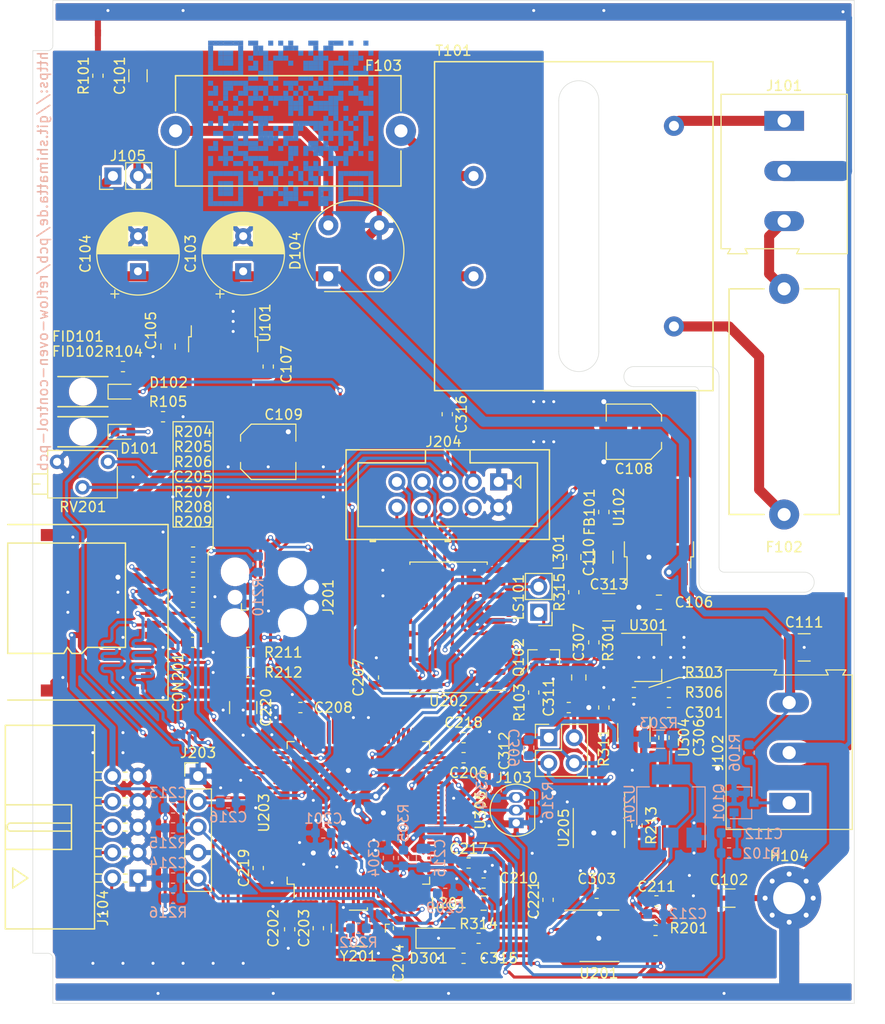
<source format=kicad_pcb>
(kicad_pcb (version 20171130) (host pcbnew 5.1.5)

  (general
    (thickness 1.6)
    (drawings 44)
    (tracks 1782)
    (zones 0)
    (modules 114)
    (nets 130)
  )

  (page A4)
  (layers
    (0 F.Cu signal)
    (31 B.Cu signal)
    (32 B.Adhes user)
    (33 F.Adhes user)
    (34 B.Paste user)
    (35 F.Paste user)
    (36 B.SilkS user)
    (37 F.SilkS user)
    (38 B.Mask user)
    (39 F.Mask user)
    (40 Dwgs.User user)
    (41 Cmts.User user)
    (42 Eco1.User user)
    (43 Eco2.User user)
    (44 Edge.Cuts user)
    (45 Margin user)
    (46 B.CrtYd user)
    (47 F.CrtYd user)
    (48 B.Fab user)
    (49 F.Fab user)
  )

  (setup
    (last_trace_width 0.25)
    (user_trace_width 0.3)
    (user_trace_width 0.4)
    (user_trace_width 0.6)
    (user_trace_width 1)
    (user_trace_width 2)
    (trace_clearance 0.2)
    (zone_clearance 0.25)
    (zone_45_only no)
    (trace_min 0.21)
    (via_size 0.5)
    (via_drill 0.3)
    (via_min_size 0.4)
    (via_min_drill 0.3)
    (user_via 0.9 0.5)
    (uvia_size 0.3)
    (uvia_drill 0.1)
    (uvias_allowed no)
    (uvia_min_size 0.2)
    (uvia_min_drill 0.1)
    (edge_width 0.05)
    (segment_width 0.2)
    (pcb_text_width 0.3)
    (pcb_text_size 1.5 1.5)
    (mod_edge_width 0.12)
    (mod_text_size 1 1)
    (mod_text_width 0.15)
    (pad_size 0.7874 0.7874)
    (pad_drill 0)
    (pad_to_mask_clearance 0.051)
    (solder_mask_min_width 0.25)
    (aux_axis_origin 13 13)
    (grid_origin 13 13)
    (visible_elements FFFFFF7F)
    (pcbplotparams
      (layerselection 0x010fc_ffffffff)
      (usegerberextensions false)
      (usegerberattributes false)
      (usegerberadvancedattributes false)
      (creategerberjobfile false)
      (excludeedgelayer true)
      (linewidth 0.100000)
      (plotframeref false)
      (viasonmask false)
      (mode 1)
      (useauxorigin false)
      (hpglpennumber 1)
      (hpglpenspeed 20)
      (hpglpendiameter 15.000000)
      (psnegative false)
      (psa4output false)
      (plotreference true)
      (plotvalue true)
      (plotinvisibletext false)
      (padsonsilk false)
      (subtractmaskfromsilk false)
      (outputformat 1)
      (mirror false)
      (drillshape 1)
      (scaleselection 1)
      (outputdirectory ""))
  )

  (net 0 "")
  (net 1 Earth)
  (net 2 GND)
  (net 3 +8V)
  (net 4 +3V3)
  (net 5 +5V)
  (net 6 "Net-(C112-Pad2)")
  (net 7 "Net-(C203-Pad1)")
  (net 8 "Net-(C204-Pad1)")
  (net 9 "Net-(C206-Pad1)")
  (net 10 "Net-(C208-Pad1)")
  (net 11 /Controller/ENC1)
  (net 12 /Controller/ENC2)
  (net 13 /Controller/VREF)
  (net 14 /Controller/SW1)
  (net 15 "Net-(C301-Pad1)")
  (net 16 +5VA)
  (net 17 /Frontend/FORCE+)
  (net 18 /Frontend/FORCE-)
  (net 19 /Frontend/SENS+)
  (net 20 /Frontend/SENS-)
  (net 21 /Controller/SDIO_D1)
  (net 22 /Controller/SDIO_D0)
  (net 23 /Controller/SDIO_CLK)
  (net 24 /Controller/SDIO_CMD)
  (net 25 /Controller/SDIO_D3)
  (net 26 /Controller/SDIO_D2)
  (net 27 "Net-(D101-Pad1)")
  (net 28 "Net-(D102-Pad1)")
  (net 29 "Net-(D104-Pad4)")
  (net 30 "Net-(D104-Pad2)")
  (net 31 /Controller/TEMP_IN)
  (net 32 /L_Trafo)
  (net 33 /L_IN)
  (net 34 "Net-(F103-Pad2)")
  (net 35 /N_IN)
  (net 36 "Net-(J102-Pad1)")
  (net 37 /DIGIO3)
  (net 38 /DIGIO2)
  (net 39 /DIGIO1)
  (net 40 /DIGIO0)
  (net 41 /Controller/SWDIO)
  (net 42 /Controller/SWCLK)
  (net 43 "Net-(J201-Pad5)")
  (net 44 "Net-(J201-Pad6)")
  (net 45 /Controller/PC_RX)
  (net 46 "Net-(J201-Pad8)")
  (net 47 /Controller/PC_TX)
  (net 48 /Controller/~RST)
  (net 49 "Net-(L301-Pad2)")
  (net 50 "Net-(LS101-Pad1)")
  (net 51 "Net-(Q102-Pad1)")
  (net 52 /Controller/LCD_VO)
  (net 53 "Net-(U202-Pad2)")
  (net 54 "Net-(U202-Pad4)")
  (net 55 "Net-(U202-Pad6)")
  (net 56 "Net-(U202-Pad7)")
  (net 57 "Net-(U202-Pad8)")
  (net 58 "Net-(U202-Pad9)")
  (net 59 "Net-(U202-Pad15)")
  (net 60 "Net-(U202-Pad17)")
  (net 61 "Net-(U203-Pad2)")
  (net 62 "Net-(U203-Pad3)")
  (net 63 "Net-(U203-Pad4)")
  (net 64 "Net-(U203-Pad5)")
  (net 65 "Net-(U203-Pad7)")
  (net 66 "Net-(U203-Pad8)")
  (net 67 "Net-(U203-Pad9)")
  (net 68 "Net-(U203-Pad15)")
  (net 69 "Net-(U203-Pad16)")
  (net 70 "Net-(U203-Pad17)")
  (net 71 "Net-(U203-Pad18)")
  (net 72 "Net-(U203-Pad26)")
  (net 73 "Net-(U203-Pad29)")
  (net 74 "Net-(U203-Pad32)")
  (net 75 "Net-(U203-Pad33)")
  (net 76 "Net-(U203-Pad38)")
  (net 77 "Net-(U203-Pad39)")
  (net 78 "Net-(U203-Pad40)")
  (net 79 "Net-(U203-Pad41)")
  (net 80 "Net-(U203-Pad42)")
  (net 81 "Net-(U203-Pad43)")
  (net 82 "Net-(U203-Pad44)")
  (net 83 "Net-(U203-Pad45)")
  (net 84 "Net-(U203-Pad46)")
  (net 85 "Net-(U203-Pad51)")
  (net 86 "Net-(U203-Pad52)")
  (net 87 "Net-(U203-Pad53)")
  (net 88 "Net-(U203-Pad54)")
  (net 89 "Net-(U203-Pad59)")
  (net 90 "Net-(U203-Pad60)")
  (net 91 "Net-(U203-Pad61)")
  (net 92 "Net-(U203-Pad62)")
  (net 93 "Net-(U203-Pad63)")
  (net 94 "Net-(U203-Pad64)")
  (net 95 "Net-(U203-Pad67)")
  (net 96 "Net-(U203-Pad70)")
  (net 97 "Net-(U203-Pad71)")
  (net 98 "Net-(U203-Pad77)")
  (net 99 "Net-(U203-Pad81)")
  (net 100 "Net-(U203-Pad82)")
  (net 101 "Net-(U203-Pad84)")
  (net 102 "Net-(U203-Pad86)")
  (net 103 "Net-(U203-Pad95)")
  (net 104 "Net-(U203-Pad96)")
  (net 105 "Net-(U203-Pad97)")
  (net 106 "Net-(U203-Pad98)")
  (net 107 /Controller/LCD_RS)
  (net 108 /Controller/LCD_EN)
  (net 109 /Controller/LCD_D3)
  (net 110 /Controller/LCD_D0)
  (net 111 /Controller/LCD_D2)
  (net 112 /Controller/LCD_D1)
  (net 113 "Net-(U203-Pad34)")
  (net 114 "Net-(CON201-Pad9)")
  (net 115 "Net-(C307-Pad1)")
  (net 116 /Controller/FRONTEND_TEMP)
  (net 117 /OUT0)
  (net 118 /OUT3)
  (net 119 /OUT2)
  (net 120 /OUT1)
  (net 121 /Controller/VDDA)
  (net 122 /Frontend/ADC_VDD)
  (net 123 /Frontend/ADC_CS)
  (net 124 /Frontend/ADC_SCK)
  (net 125 /Frontend/ADC_SDO)
  (net 126 /Frontend/ADC_TEMP)
  (net 127 +5VL)
  (net 128 "Net-(R213-Pad1)")
  (net 129 "Net-(R213-Pad2)")

  (net_class Default "This is the default net class."
    (clearance 0.2)
    (trace_width 0.25)
    (via_dia 0.5)
    (via_drill 0.3)
    (uvia_dia 0.3)
    (uvia_drill 0.1)
    (diff_pair_width 0.21)
    (diff_pair_gap 0.25)
    (add_net +3V3)
    (add_net +5V)
    (add_net +5VA)
    (add_net +5VL)
    (add_net +8V)
    (add_net /Controller/ENC1)
    (add_net /Controller/ENC2)
    (add_net /Controller/FRONTEND_TEMP)
    (add_net /Controller/LCD_D0)
    (add_net /Controller/LCD_D1)
    (add_net /Controller/LCD_D2)
    (add_net /Controller/LCD_D3)
    (add_net /Controller/LCD_EN)
    (add_net /Controller/LCD_RS)
    (add_net /Controller/LCD_VO)
    (add_net /Controller/PC_RX)
    (add_net /Controller/PC_TX)
    (add_net /Controller/SDIO_CLK)
    (add_net /Controller/SDIO_CMD)
    (add_net /Controller/SDIO_D0)
    (add_net /Controller/SDIO_D1)
    (add_net /Controller/SDIO_D2)
    (add_net /Controller/SDIO_D3)
    (add_net /Controller/SW1)
    (add_net /Controller/SWCLK)
    (add_net /Controller/SWDIO)
    (add_net /Controller/TEMP_IN)
    (add_net /Controller/VDDA)
    (add_net /Controller/VREF)
    (add_net /Controller/~RST)
    (add_net /DIGIO0)
    (add_net /DIGIO1)
    (add_net /DIGIO2)
    (add_net /DIGIO3)
    (add_net /Frontend/ADC_CS)
    (add_net /Frontend/ADC_SCK)
    (add_net /Frontend/ADC_SDO)
    (add_net /Frontend/ADC_TEMP)
    (add_net /Frontend/ADC_VDD)
    (add_net /Frontend/FORCE+)
    (add_net /Frontend/FORCE-)
    (add_net /Frontend/SENS+)
    (add_net /Frontend/SENS-)
    (add_net /OUT0)
    (add_net /OUT1)
    (add_net /OUT2)
    (add_net /OUT3)
    (add_net Earth)
    (add_net GND)
    (add_net "Net-(C112-Pad2)")
    (add_net "Net-(C203-Pad1)")
    (add_net "Net-(C204-Pad1)")
    (add_net "Net-(C206-Pad1)")
    (add_net "Net-(C208-Pad1)")
    (add_net "Net-(C301-Pad1)")
    (add_net "Net-(C307-Pad1)")
    (add_net "Net-(CON201-Pad9)")
    (add_net "Net-(D101-Pad1)")
    (add_net "Net-(D102-Pad1)")
    (add_net "Net-(D104-Pad2)")
    (add_net "Net-(D104-Pad4)")
    (add_net "Net-(F103-Pad2)")
    (add_net "Net-(J102-Pad1)")
    (add_net "Net-(J201-Pad5)")
    (add_net "Net-(J201-Pad6)")
    (add_net "Net-(J201-Pad8)")
    (add_net "Net-(L301-Pad2)")
    (add_net "Net-(LS101-Pad1)")
    (add_net "Net-(Q102-Pad1)")
    (add_net "Net-(R213-Pad1)")
    (add_net "Net-(R213-Pad2)")
    (add_net "Net-(U202-Pad15)")
    (add_net "Net-(U202-Pad17)")
    (add_net "Net-(U202-Pad2)")
    (add_net "Net-(U202-Pad4)")
    (add_net "Net-(U202-Pad6)")
    (add_net "Net-(U202-Pad7)")
    (add_net "Net-(U202-Pad8)")
    (add_net "Net-(U202-Pad9)")
    (add_net "Net-(U203-Pad15)")
    (add_net "Net-(U203-Pad16)")
    (add_net "Net-(U203-Pad17)")
    (add_net "Net-(U203-Pad18)")
    (add_net "Net-(U203-Pad2)")
    (add_net "Net-(U203-Pad26)")
    (add_net "Net-(U203-Pad29)")
    (add_net "Net-(U203-Pad3)")
    (add_net "Net-(U203-Pad32)")
    (add_net "Net-(U203-Pad33)")
    (add_net "Net-(U203-Pad34)")
    (add_net "Net-(U203-Pad38)")
    (add_net "Net-(U203-Pad39)")
    (add_net "Net-(U203-Pad4)")
    (add_net "Net-(U203-Pad40)")
    (add_net "Net-(U203-Pad41)")
    (add_net "Net-(U203-Pad42)")
    (add_net "Net-(U203-Pad43)")
    (add_net "Net-(U203-Pad44)")
    (add_net "Net-(U203-Pad45)")
    (add_net "Net-(U203-Pad46)")
    (add_net "Net-(U203-Pad5)")
    (add_net "Net-(U203-Pad51)")
    (add_net "Net-(U203-Pad52)")
    (add_net "Net-(U203-Pad53)")
    (add_net "Net-(U203-Pad54)")
    (add_net "Net-(U203-Pad59)")
    (add_net "Net-(U203-Pad60)")
    (add_net "Net-(U203-Pad61)")
    (add_net "Net-(U203-Pad62)")
    (add_net "Net-(U203-Pad63)")
    (add_net "Net-(U203-Pad64)")
    (add_net "Net-(U203-Pad67)")
    (add_net "Net-(U203-Pad7)")
    (add_net "Net-(U203-Pad70)")
    (add_net "Net-(U203-Pad71)")
    (add_net "Net-(U203-Pad77)")
    (add_net "Net-(U203-Pad8)")
    (add_net "Net-(U203-Pad81)")
    (add_net "Net-(U203-Pad82)")
    (add_net "Net-(U203-Pad84)")
    (add_net "Net-(U203-Pad86)")
    (add_net "Net-(U203-Pad9)")
    (add_net "Net-(U203-Pad95)")
    (add_net "Net-(U203-Pad96)")
    (add_net "Net-(U203-Pad97)")
    (add_net "Net-(U203-Pad98)")
  )

  (net_class HV ""
    (clearance 2.5)
    (trace_width 1)
    (via_dia 0.5)
    (via_drill 0.3)
    (uvia_dia 0.3)
    (uvia_drill 0.1)
    (diff_pair_width 0.21)
    (diff_pair_gap 0.25)
    (add_net /L_IN)
    (add_net /L_Trafo)
    (add_net /N_IN)
  )

  (module shimatta_artwork:shimatta_kanji_10mm_solder_mask (layer F.Cu) (tedit 0) (tstamp 5E0E7FBA)
    (at 85 108)
    (fp_text reference G*** (at 0 0) (layer F.SilkS) hide
      (effects (font (size 1.524 1.524) (thickness 0.3)))
    )
    (fp_text value LOGO (at 0.75 0) (layer F.SilkS) hide
      (effects (font (size 1.524 1.524) (thickness 0.3)))
    )
    (fp_poly (pts (xy 4.714395 -0.8769) (xy 4.78388 -0.86582) (xy 4.833603 -0.850022) (xy 4.880848 -0.822861)
      (xy 4.911494 -0.788178) (xy 4.927906 -0.743153) (xy 4.929184 -0.735983) (xy 4.931062 -0.706971)
      (xy 4.923072 -0.684686) (xy 4.909667 -0.666836) (xy 4.890689 -0.647915) (xy 4.867692 -0.633696)
      (xy 4.836589 -0.622641) (xy 4.793292 -0.61321) (xy 4.747846 -0.605906) (xy 4.698694 -0.596073)
      (xy 4.636687 -0.579736) (xy 4.56674 -0.558508) (xy 4.493772 -0.534001) (xy 4.422699 -0.507827)
      (xy 4.358439 -0.4816) (xy 4.33068 -0.469102) (xy 4.294201 -0.452154) (xy 4.26504 -0.438885)
      (xy 4.247234 -0.431115) (xy 4.243722 -0.429846) (xy 4.237223 -0.437264) (xy 4.230421 -0.448742)
      (xy 4.222343 -0.465391) (xy 4.220308 -0.471528) (xy 4.22838 -0.477338) (xy 4.250854 -0.491193)
      (xy 4.28511 -0.511541) (xy 4.328532 -0.536827) (xy 4.378503 -0.565498) (xy 4.3815 -0.567205)
      (xy 4.431797 -0.596151) (xy 4.475684 -0.621993) (xy 4.51054 -0.643139) (xy 4.533742 -0.657996)
      (xy 4.542668 -0.664972) (xy 4.542692 -0.665093) (xy 4.533645 -0.668354) (xy 4.509335 -0.672122)
      (xy 4.474006 -0.675817) (xy 4.450366 -0.677683) (xy 4.407477 -0.679838) (xy 4.366101 -0.679733)
      (xy 4.322579 -0.676971) (xy 4.273248 -0.671155) (xy 4.214446 -0.66189) (xy 4.142511 -0.648779)
      (xy 4.090884 -0.638775) (xy 4.043506 -0.630043) (xy 4.002848 -0.623644) (xy 3.972838 -0.620119)
      (xy 3.957402 -0.620006) (xy 3.956557 -0.620334) (xy 3.949316 -0.633644) (xy 3.946769 -0.653242)
      (xy 3.948484 -0.666875) (xy 3.955898 -0.678254) (xy 3.972415 -0.69008) (xy 4.001436 -0.70505)
      (xy 4.027365 -0.717171) (xy 4.129523 -0.762172) (xy 4.225433 -0.800517) (xy 4.311563 -0.830862)
      (xy 4.377063 -0.850037) (xy 4.461816 -0.867431) (xy 4.549118 -0.877705) (xy 4.634726 -0.880862)
      (xy 4.714395 -0.8769)) (layer F.Mask) (width 0.01))
    (fp_poly (pts (xy 1.650604 -0.814886) (xy 1.727978 -0.808726) (xy 1.793053 -0.797831) (xy 1.81023 -0.793406)
      (xy 1.899824 -0.762403) (xy 1.974615 -0.724253) (xy 2.038733 -0.676652) (xy 2.066192 -0.650526)
      (xy 2.126167 -0.576177) (xy 2.168183 -0.494933) (xy 2.191898 -0.408341) (xy 2.19697 -0.317951)
      (xy 2.18306 -0.225312) (xy 2.169613 -0.180708) (xy 2.13113 -0.100113) (xy 2.075008 -0.025633)
      (xy 2.002339 0.042173) (xy 1.914215 0.102743) (xy 1.81173 0.155519) (xy 1.695975 0.199941)
      (xy 1.568043 0.235447) (xy 1.429027 0.26148) (xy 1.28002 0.277478) (xy 1.274885 0.277832)
      (xy 1.226047 0.281292) (xy 1.176022 0.285076) (xy 1.13415 0.288473) (xy 1.127125 0.289083)
      (xy 1.09417 0.291559) (xy 1.075622 0.290533) (xy 1.066443 0.284419) (xy 1.061595 0.271627)
      (xy 1.060707 0.268148) (xy 1.057065 0.247819) (xy 1.057784 0.238267) (xy 1.068405 0.235107)
      (xy 1.093771 0.229719) (xy 1.129348 0.223031) (xy 1.148625 0.219649) (xy 1.300226 0.187904)
      (xy 1.436364 0.147462) (xy 1.556594 0.098571) (xy 1.66047 0.041479) (xy 1.747548 -0.023568)
      (xy 1.817383 -0.096322) (xy 1.869531 -0.176536) (xy 1.872666 -0.182744) (xy 1.899898 -0.255177)
      (xy 1.91235 -0.329707) (xy 1.910903 -0.403571) (xy 1.896432 -0.474006) (xy 1.869818 -0.53825)
      (xy 1.831938 -0.593539) (xy 1.783671 -0.637111) (xy 1.725894 -0.666203) (xy 1.718193 -0.668641)
      (xy 1.664892 -0.679) (xy 1.600765 -0.683159) (xy 1.533513 -0.681115) (xy 1.470839 -0.672868)
      (xy 1.452141 -0.668701) (xy 1.395858 -0.650331) (xy 1.327701 -0.621188) (xy 1.250878 -0.582923)
      (xy 1.168596 -0.537185) (xy 1.084062 -0.485625) (xy 1.038539 -0.455898) (xy 0.99135 -0.424741)
      (xy 0.948533 -0.397241) (xy 0.913241 -0.375365) (xy 0.888627 -0.361079) (xy 0.879184 -0.356562)
      (xy 0.852674 -0.356911) (xy 0.816595 -0.369468) (xy 0.774454 -0.391923) (xy 0.729758 -0.421967)
      (xy 0.686017 -0.457291) (xy 0.646737 -0.495585) (xy 0.62117 -0.526415) (xy 0.588588 -0.577762)
      (xy 0.572878 -0.620344) (xy 0.573834 -0.654893) (xy 0.580838 -0.669906) (xy 0.594372 -0.685927)
      (xy 0.610035 -0.691787) (xy 0.631601 -0.687028) (xy 0.662843 -0.671194) (xy 0.686196 -0.657182)
      (xy 0.720932 -0.637671) (xy 0.751557 -0.626452) (xy 0.782484 -0.62365) (xy 0.818124 -0.62939)
      (xy 0.862886 -0.643797) (xy 0.912991 -0.663605) (xy 1.036058 -0.710583) (xy 1.16142 -0.751468)
      (xy 1.281419 -0.783832) (xy 1.319252 -0.792381) (xy 1.395255 -0.805058) (xy 1.479186 -0.813041)
      (xy 1.565988 -0.81632) (xy 1.650604 -0.814886)) (layer F.Mask) (width 0.01))
    (fp_poly (pts (xy -3.582865 -1.822007) (xy -3.515241 -1.814199) (xy -3.449153 -1.804227) (xy -3.389301 -1.792958)
      (xy -3.340383 -1.781261) (xy -3.311613 -1.771913) (xy -3.276141 -1.751813) (xy -3.259485 -1.728548)
      (xy -3.26152 -1.703747) (xy -3.282121 -1.67904) (xy -3.320478 -1.656363) (xy -3.360615 -1.638263)
      (xy -3.360615 -0.976923) (xy -3.050826 -0.976923) (xy -2.954163 -1.088964) (xy -2.919806 -1.128001)
      (xy -2.889329 -1.161159) (xy -2.865219 -1.185844) (xy -2.849965 -1.199462) (xy -2.846449 -1.20131)
      (xy -2.835962 -1.194912) (xy -2.814321 -1.177068) (xy -2.784203 -1.150137) (xy -2.748279 -1.116476)
      (xy -2.727541 -1.09646) (xy -2.67764 -1.046194) (xy -2.642082 -1.00633) (xy -2.619782 -0.975279)
      (xy -2.609656 -0.951451) (xy -2.610618 -0.933259) (xy -2.612926 -0.928632) (xy -2.624147 -0.925565)
      (xy -2.653815 -0.923044) (xy -2.702136 -0.921066) (xy -2.769318 -0.919623) (xy -2.855568 -0.918711)
      (xy -2.961091 -0.918323) (xy -2.989961 -0.918308) (xy -3.360615 -0.918308) (xy -3.360615 0.283308)
      (xy -3.129986 0.283308) (xy -3.033787 0.175846) (xy -2.999541 0.138053) (xy -2.969777 0.106078)
      (xy -2.946943 0.082482) (xy -2.933485 0.069827) (xy -2.93114 0.068385) (xy -2.919969 0.07459)
      (xy -2.897693 0.091366) (xy -2.86749 0.115947) (xy -2.832539 0.145572) (xy -2.796016 0.177478)
      (xy -2.761101 0.208901) (xy -2.730971 0.237078) (xy -2.708805 0.259246) (xy -2.700009 0.269337)
      (xy -2.683503 0.294256) (xy -2.67963 0.311194) (xy -2.683326 0.320827) (xy -2.686397 0.323798)
      (xy -2.692458 0.326396) (xy -2.702777 0.328652) (xy -2.718621 0.330596) (xy -2.741255 0.332258)
      (xy -2.771947 0.333668) (xy -2.811963 0.334857) (xy -2.862571 0.335854) (xy -2.925035 0.33669)
      (xy -3.000624 0.337395) (xy -3.090604 0.337999) (xy -3.196241 0.338533) (xy -3.318803 0.339025)
      (xy -3.459555 0.339508) (xy -3.469197 0.339539) (xy -3.610444 0.339985) (xy -3.733438 0.340335)
      (xy -3.839466 0.340559) (xy -3.929812 0.340631) (xy -4.005764 0.340522) (xy -4.068607 0.340206)
      (xy -4.119627 0.339653) (xy -4.16011 0.338837) (xy -4.191341 0.33773) (xy -4.214607 0.336304)
      (xy -4.231193 0.334532) (xy -4.242386 0.332386) (xy -4.24947 0.329837) (xy -4.253733 0.326859)
      (xy -4.256459 0.323424) (xy -4.256999 0.322575) (xy -4.266637 0.303256) (xy -4.269154 0.29321)
      (xy -4.259449 0.290091) (xy -4.230577 0.287546) (xy -4.182901 0.285586) (xy -4.116783 0.284223)
      (xy -4.032588 0.283468) (xy -3.961423 0.283308) (xy -3.653692 0.283308) (xy -3.653692 -0.918308)
      (xy -4.257138 -0.918308) (xy -4.272915 -0.942387) (xy -4.284228 -0.961246) (xy -4.288692 -0.971695)
      (xy -4.279306 -0.972955) (xy -4.252675 -0.974106) (xy -4.211094 -0.97511) (xy -4.156857 -0.975929)
      (xy -4.092259 -0.976526) (xy -4.019594 -0.976862) (xy -3.971192 -0.976923) (xy -3.653692 -0.976923)
      (xy -3.653692 -1.828829) (xy -3.582865 -1.822007)) (layer F.Mask) (width 0.01))
    (fp_poly (pts (xy 3.904032 -0.197936) (xy 3.910454 -0.175775) (xy 3.906745 -0.137905) (xy 3.901871 -0.115807)
      (xy 3.8929 -0.054548) (xy 3.899435 -0.003419) (xy 3.921958 0.039942) (xy 3.937317 0.05743)
      (xy 3.983651 0.090836) (xy 4.046963 0.115775) (xy 4.126609 0.132224) (xy 4.221946 0.140156)
      (xy 4.332331 0.139548) (xy 4.457122 0.130375) (xy 4.595675 0.112611) (xy 4.73652 0.08832)
      (xy 4.805929 0.077784) (xy 4.861782 0.076145) (xy 4.908114 0.083803) (xy 4.948965 0.101158)
      (xy 4.964712 0.11093) (xy 4.998848 0.141606) (xy 5.016099 0.178253) (xy 5.018518 0.225258)
      (xy 5.018467 0.225887) (xy 5.009775 0.268563) (xy 4.990561 0.30448) (xy 4.959619 0.334105)
      (xy 4.915748 0.357905) (xy 4.857744 0.376348) (xy 4.784402 0.389901) (xy 4.694521 0.39903)
      (xy 4.586896 0.404204) (xy 4.557346 0.404928) (xy 4.497057 0.405929) (xy 4.441733 0.406402)
      (xy 4.395039 0.406351) (xy 4.360638 0.405779) (xy 4.342423 0.404722) (xy 4.319441 0.401683)
      (xy 4.28352 0.39706) (xy 4.241108 0.391681) (xy 4.225192 0.389681) (xy 4.115447 0.369458)
      (xy 4.020455 0.338355) (xy 3.940676 0.296748) (xy 3.876572 0.245012) (xy 3.828605 0.183523)
      (xy 3.797235 0.112656) (xy 3.782923 0.032787) (xy 3.782704 0.029266) (xy 3.781224 -0.012946)
      (xy 3.783462 -0.043595) (xy 3.790646 -0.0705) (xy 3.802879 -0.099089) (xy 3.82194 -0.134092)
      (xy 3.843923 -0.166158) (xy 3.865367 -0.190943) (xy 3.882809 -0.2041) (xy 3.887353 -0.205154)
      (xy 3.904032 -0.197936)) (layer F.Mask) (width 0.01))
    (fp_poly (pts (xy 3.669072 -1.737221) (xy 3.723446 -1.720007) (xy 3.781495 -1.694026) (xy 3.838701 -1.661833)
      (xy 3.890541 -1.625982) (xy 3.932494 -1.589028) (xy 3.960041 -1.553525) (xy 3.960753 -1.552219)
      (xy 3.979622 -1.51702) (xy 3.909465 -1.365297) (xy 3.886433 -1.315156) (xy 3.866579 -1.271297)
      (xy 3.851243 -1.236734) (xy 3.841768 -1.214483) (xy 3.839308 -1.207595) (xy 3.847981 -1.202534)
      (xy 3.871822 -1.203135) (xy 3.907564 -1.208592) (xy 3.951939 -1.218096) (xy 4.00168 -1.230838)
      (xy 4.053518 -1.246011) (xy 4.104188 -1.262807) (xy 4.15042 -1.280417) (xy 4.172358 -1.289966)
      (xy 4.219217 -1.310539) (xy 4.254335 -1.322652) (xy 4.283112 -1.327224) (xy 4.310948 -1.325172)
      (xy 4.339677 -1.318416) (xy 4.383852 -1.298692) (xy 4.418931 -1.268658) (xy 4.442336 -1.232142)
      (xy 4.451487 -1.192974) (xy 4.446118 -1.160422) (xy 4.42479 -1.13) (xy 4.385074 -1.100403)
      (xy 4.328114 -1.072009) (xy 4.255054 -1.045195) (xy 4.16704 -1.020337) (xy 4.065217 -0.997812)
      (xy 3.950728 -0.977995) (xy 3.849841 -0.964231) (xy 3.748027 -0.951858) (xy 3.532052 -0.312294)
      (xy 3.495626 -0.204625) (xy 3.460792 -0.10204) (xy 3.428087 -0.0061) (xy 3.398047 0.081637)
      (xy 3.371212 0.159613) (xy 3.348117 0.226269) (xy 3.329301 0.280047) (xy 3.315301 0.319388)
      (xy 3.306653 0.342734) (xy 3.304216 0.348492) (xy 3.274098 0.384177) (xy 3.234429 0.404864)
      (xy 3.189514 0.40933) (xy 3.143659 0.396352) (xy 3.140829 0.394917) (xy 3.091868 0.359768)
      (xy 3.058822 0.313509) (xy 3.041487 0.255781) (xy 3.038541 0.214923) (xy 3.044134 0.164705)
      (xy 3.061975 0.111422) (xy 3.093319 0.052068) (xy 3.129539 -0.002619) (xy 3.158529 -0.046277)
      (xy 3.18709 -0.095478) (xy 3.216473 -0.152808) (xy 3.247929 -0.220855) (xy 3.282711 -0.302203)
      (xy 3.322068 -0.399441) (xy 3.324529 -0.405651) (xy 3.349288 -0.468852) (xy 3.375322 -0.536462)
      (xy 3.401694 -0.605925) (xy 3.427463 -0.674689) (xy 3.451691 -0.740198) (xy 3.47344 -0.799898)
      (xy 3.491769 -0.851234) (xy 3.505741 -0.891653) (xy 3.514415 -0.918599) (xy 3.516923 -0.929052)
      (xy 3.507672 -0.932617) (xy 3.481954 -0.935107) (xy 3.442819 -0.936341) (xy 3.396225 -0.93619)
      (xy 3.344671 -0.935607) (xy 3.307817 -0.936336) (xy 3.280835 -0.939051) (xy 3.258899 -0.944425)
      (xy 3.237179 -0.953132) (xy 3.221605 -0.960548) (xy 3.162098 -0.998983) (xy 3.110358 -1.050347)
      (xy 3.071208 -1.109416) (xy 3.0592 -1.136534) (xy 3.043898 -1.185663) (xy 3.038187 -1.223343)
      (xy 3.041298 -1.248209) (xy 3.052463 -1.2589) (xy 3.070913 -1.25405) (xy 3.09588 -1.232297)
      (xy 3.106299 -1.220086) (xy 3.140948 -1.184785) (xy 3.180552 -1.161374) (xy 3.229381 -1.148184)
      (xy 3.291704 -1.143542) (xy 3.302 -1.143479) (xy 3.358061 -1.144554) (xy 3.414457 -1.147456)
      (xy 3.467586 -1.151798) (xy 3.513847 -1.157193) (xy 3.549637 -1.163256) (xy 3.571356 -1.169599)
      (xy 3.575881 -1.172862) (xy 3.58065 -1.186705) (xy 3.588313 -1.215792) (xy 3.59801 -1.256194)
      (xy 3.608882 -1.303979) (xy 3.620069 -1.355218) (xy 3.630711 -1.40598) (xy 3.639949 -1.452335)
      (xy 3.646923 -1.490354) (xy 3.650558 -1.514241) (xy 3.652583 -1.537485) (xy 3.650057 -1.554486)
      (xy 3.640231 -1.570703) (xy 3.620353 -1.591593) (xy 3.603476 -1.607678) (xy 3.575042 -1.633585)
      (xy 3.549825 -1.654898) (xy 3.533063 -1.667199) (xy 3.53251 -1.667516) (xy 3.519407 -1.681919)
      (xy 3.522214 -1.698894) (xy 3.537965 -1.715961) (xy 3.563697 -1.730641) (xy 3.596443 -1.740453)
      (xy 3.622897 -1.743114) (xy 3.669072 -1.737221)) (layer F.Mask) (width 0.01))
    (fp_poly (pts (xy -4.450314 -1.843074) (xy -4.421207 -1.834144) (xy -4.382284 -1.821098) (xy -4.337733 -1.80544)
      (xy -4.291741 -1.788674) (xy -4.248497 -1.772302) (xy -4.21219 -1.757829) (xy -4.187009 -1.746758)
      (xy -4.184754 -1.745638) (xy -4.138598 -1.719108) (xy -4.111335 -1.695451) (xy -4.102693 -1.673752)
      (xy -4.112396 -1.653093) (xy -4.140172 -1.632559) (xy -4.149481 -1.627556) (xy -4.168557 -1.617176)
      (xy -4.183279 -1.606335) (xy -4.195994 -1.591609) (xy -4.209051 -1.569578) (xy -4.224797 -1.536819)
      (xy -4.24558 -1.489912) (xy -4.248469 -1.483295) (xy -4.274166 -1.426281) (xy -4.305194 -1.360264)
      (xy -4.337634 -1.293449) (xy -4.367399 -1.234364) (xy -4.433745 -1.10592) (xy -4.385642 -1.076017)
      (xy -4.352834 -1.051632) (xy -4.338819 -1.029943) (xy -4.34334 -1.009288) (xy -4.366144 -0.988004)
      (xy -4.37161 -0.98434) (xy -4.405681 -0.962269) (xy -4.405869 -0.258884) (xy -4.406057 0.4445)
      (xy -4.43774 0.466007) (xy -4.488967 0.494274) (xy -4.544054 0.513762) (xy -4.597662 0.523266)
      (xy -4.644454 0.521583) (xy -4.662365 0.516665) (xy -4.689231 0.506372) (xy -4.689231 -0.755182)
      (xy -4.784481 -0.663184) (xy -4.842542 -0.608099) (xy -4.892151 -0.563065) (xy -4.932115 -0.529092)
      (xy -4.96124 -0.507189) (xy -4.978332 -0.498365) (xy -4.979675 -0.498231) (xy -4.994042 -0.504943)
      (xy -5.000311 -0.511035) (xy -5.00264 -0.52155) (xy -4.996358 -0.539837) (xy -4.980248 -0.568519)
      (xy -4.957004 -0.604397) (xy -4.858701 -0.7631) (xy -4.766712 -0.935035) (xy -4.683977 -1.114189)
      (xy -4.613433 -1.294549) (xy -4.598294 -1.338384) (xy -4.578583 -1.400189) (xy -4.557844 -1.470622)
      (xy -4.537235 -1.545225) (xy -4.517912 -1.619537) (xy -4.501029 -1.6891) (xy -4.487744 -1.749453)
      (xy -4.479212 -1.796139) (xy -4.478651 -1.799981) (xy -4.473579 -1.826977) (xy -4.46802 -1.84371)
      (xy -4.465414 -1.846384) (xy -4.450314 -1.843074)) (layer F.Mask) (width 0.01))
    (fp_poly (pts (xy -1.919394 -1.844364) (xy -1.881995 -1.838959) (xy -1.83621 -1.831152) (xy -1.787182 -1.821928)
      (xy -1.740055 -1.812271) (xy -1.699974 -1.803165) (xy -1.672081 -1.795593) (xy -1.665658 -1.793285)
      (xy -1.641617 -1.78009) (xy -1.626567 -1.766036) (xy -1.625347 -1.763663) (xy -1.626838 -1.74347)
      (xy -1.641826 -1.72305) (xy -1.660978 -1.710965) (xy -1.673678 -1.701253) (xy -1.695449 -1.680074)
      (xy -1.722813 -1.650936) (xy -1.742271 -1.629019) (xy -1.808024 -1.553308) (xy -0.594458 -1.553308)
      (xy -0.497222 -1.643673) (xy -0.460879 -1.677064) (xy -0.429285 -1.705373) (xy -0.405355 -1.726043)
      (xy -0.392001 -1.736515) (xy -0.390655 -1.737241) (xy -0.378973 -1.732798) (xy -0.356469 -1.717835)
      (xy -0.326597 -1.69517) (xy -0.292814 -1.66762) (xy -0.258573 -1.638004) (xy -0.227331 -1.609139)
      (xy -0.202541 -1.583843) (xy -0.202446 -1.583738) (xy -0.182214 -1.558813) (xy -0.169009 -1.537693)
      (xy -0.166077 -1.528615) (xy -0.172848 -1.514531) (xy -0.19409 -1.504447) (xy -0.231197 -1.498051)
      (xy -0.285562 -1.495033) (xy -0.318136 -1.494692) (xy -0.420077 -1.494692) (xy -0.420077 -1.318846)
      (xy -0.419978 -1.256308) (xy -0.419487 -1.210659) (xy -0.418317 -1.179249) (xy -0.416179 -1.159428)
      (xy -0.412785 -1.148545) (xy -0.407847 -1.143953) (xy -0.401076 -1.143) (xy -0.400946 -1.143)
      (xy -0.386656 -1.149096) (xy -0.361172 -1.165768) (xy -0.327888 -1.190596) (xy -0.290196 -1.221155)
      (xy -0.283437 -1.226881) (xy -0.185058 -1.310762) (xy -0.10076 -1.243977) (xy -0.050552 -1.202931)
      (xy -0.015414 -1.170918) (xy 0.005972 -1.146334) (xy 0.014925 -1.127576) (xy 0.012767 -1.113042)
      (xy 0.010144 -1.109259) (xy 0.003296 -1.104152) (xy -0.009271 -1.10031) (xy -0.030021 -1.097563)
      (xy -0.061416 -1.095745) (xy -0.105922 -1.094686) (xy -0.166 -1.09422) (xy -0.211235 -1.094154)
      (xy -0.420077 -1.094154) (xy -0.420077 -0.796651) (xy -0.342531 -0.873741) (xy -0.264986 -0.950832)
      (xy -0.208446 -0.912589) (xy -0.167434 -0.882691) (xy -0.128134 -0.850225) (xy -0.093355 -0.817971)
      (xy -0.065901 -0.78871) (xy -0.048579 -0.765224) (xy -0.044196 -0.750292) (xy -0.044312 -0.749955)
      (xy -0.049346 -0.741378) (xy -0.058613 -0.734832) (xy -0.07451 -0.730046) (xy -0.099432 -0.726751)
      (xy -0.135776 -0.724675) (xy -0.185938 -0.72355) (xy -0.252314 -0.723104) (xy -0.282819 -0.723056)
      (xy -0.35028 -0.722753) (xy -0.400068 -0.721869) (xy -0.434048 -0.72028) (xy -0.45408 -0.717863)
      (xy -0.462026 -0.714494) (xy -0.461108 -0.7112) (xy -0.44997 -0.689047) (xy -0.45748 -0.665224)
      (xy -0.478692 -0.644769) (xy -0.508 -0.6239) (xy -0.508 -0.420077) (xy -0.477382 -0.420077)
      (xy -0.461294 -0.422557) (xy -0.442702 -0.431376) (xy -0.418593 -0.448598) (xy -0.385953 -0.47629)
      (xy -0.356469 -0.502961) (xy -0.266175 -0.585845) (xy -0.218568 -0.550365) (xy -0.181106 -0.520775)
      (xy -0.144068 -0.488675) (xy -0.111503 -0.457853) (xy -0.087463 -0.432099) (xy -0.077422 -0.418313)
      (xy -0.075189 -0.398832) (xy -0.083756 -0.386563) (xy -0.091624 -0.381323) (xy -0.105009 -0.377396)
      (xy -0.126449 -0.374606) (xy -0.158481 -0.372774) (xy -0.203641 -0.371725) (xy -0.264466 -0.371281)
      (xy -0.303544 -0.371231) (xy -0.508 -0.371231) (xy -0.508 0) (xy -0.3887 0)
      (xy -0.205168 -0.16847) (xy -0.150791 -0.135523) (xy -0.100701 -0.103092) (xy -0.054861 -0.069559)
      (xy -0.016657 -0.037706) (xy 0.010525 -0.010313) (xy 0.022021 0.006433) (xy 0.027543 0.021071)
      (xy 0.028068 0.032697) (xy 0.021764 0.041653) (xy 0.006799 0.048284) (xy -0.01866 0.052935)
      (xy -0.056445 0.05595) (xy -0.10839 0.057672) (xy -0.176326 0.058445) (xy -0.255867 0.058616)
      (xy -0.508 0.058616) (xy -0.508 0.466604) (xy -0.543753 0.493875) (xy -0.5926 0.523223)
      (xy -0.644919 0.541308) (xy -0.695188 0.546772) (xy -0.732692 0.540297) (xy -0.744774 0.534806)
      (xy -0.754082 0.526462) (xy -0.760975 0.512889) (xy -0.765812 0.491713) (xy -0.768952 0.460557)
      (xy -0.770752 0.417047) (xy -0.771572 0.358808) (xy -0.771769 0.283463) (xy -0.771769 0.058616)
      (xy -1.394753 0.058616) (xy -1.41053 0.034536) (xy -1.421843 0.015678) (xy -1.426308 0.005228)
      (xy -1.417182 0.00317) (xy -1.392375 0.001493) (xy -1.355744 0.000377) (xy -1.313962 0)
      (xy -1.201615 0) (xy -1.201615 -0.371231) (xy -0.957385 -0.371231) (xy -0.957385 0)
      (xy -0.771769 0) (xy -0.771769 -0.371231) (xy -0.957385 -0.371231) (xy -1.201615 -0.371231)
      (xy -1.201615 -0.525857) (xy -1.069823 -0.472967) (xy -1.016817 -0.45199) (xy -0.977102 -0.437427)
      (xy -0.945959 -0.428116) (xy -0.918668 -0.422894) (xy -0.89051 -0.420602) (xy -0.856765 -0.420077)
      (xy -0.771769 -0.420077) (xy -0.771769 -0.722923) (xy -1.634867 -0.722923) (xy -1.61239 -0.698997)
      (xy -1.596848 -0.67546) (xy -1.599367 -0.65576) (xy -1.620531 -0.638413) (xy -1.63965 -0.629608)
      (xy -1.673862 -0.607744) (xy -1.71065 -0.569566) (xy -1.747587 -0.517644) (xy -1.75162 -0.511096)
      (xy -1.75152 -0.505437) (xy -1.74135 -0.501646) (xy -1.718505 -0.499402) (xy -1.680386 -0.498385)
      (xy -1.647158 -0.498231) (xy -1.534883 -0.498231) (xy -1.475412 -0.553291) (xy -1.447839 -0.57803)
      (xy -1.426122 -0.596036) (xy -1.413794 -0.604434) (xy -1.412358 -0.604579) (xy -1.387692 -0.577268)
      (xy -1.357837 -0.542223) (xy -1.32602 -0.503473) (xy -1.295468 -0.46505) (xy -1.269407 -0.430983)
      (xy -1.251065 -0.405304) (xy -1.245244 -0.395856) (xy -1.226039 -0.359747) (xy -1.271127 -0.319085)
      (xy -1.299345 -0.28887) (xy -1.328995 -0.249669) (xy -1.352273 -0.212352) (xy -1.421159 -0.103641)
      (xy -1.507092 0.002805) (xy -1.607579 0.104708) (xy -1.72013 0.199787) (xy -1.842253 0.285763)
      (xy -1.971455 0.360358) (xy -1.987081 0.368319) (xy -2.044203 0.395745) (xy -2.104073 0.422294)
      (xy -2.163731 0.446882) (xy -2.220219 0.468425) (xy -2.270577 0.485838) (xy -2.311847 0.498037)
      (xy -2.341069 0.503939) (xy -2.354601 0.502982) (xy -2.363498 0.492316) (xy -2.35879 0.478308)
      (xy -2.339261 0.459587) (xy -2.303696 0.43478) (xy -2.28232 0.421379) (xy -2.201566 0.368801)
      (xy -2.116594 0.308129) (xy -2.033772 0.244174) (xy -1.95947 0.181745) (xy -1.931654 0.156502)
      (xy -1.893852 0.120358) (xy -1.869903 0.095101) (xy -1.858655 0.079105) (xy -1.858958 0.070742)
      (xy -1.869294 0.068385) (xy -1.890535 0.058644) (xy -1.910327 0.029427) (xy -1.928664 -0.019257)
      (xy -1.935763 -0.04485) (xy -1.953408 -0.103979) (xy -1.973871 -0.15674) (xy -1.995002 -0.197934)
      (xy -2.005168 -0.212598) (xy -2.014656 -0.21693) (xy -2.030514 -0.210297) (xy -2.056217 -0.191185)
      (xy -2.058255 -0.189522) (xy -2.083064 -0.16973) (xy -2.11878 -0.141928) (xy -2.160649 -0.109789)
      (xy -2.203916 -0.076985) (xy -2.204407 -0.076615) (xy -2.248193 -0.044274) (xy -2.279378 -0.022973)
      (xy -2.300428 -0.011315) (xy -2.313811 -0.007902) (xy -2.321099 -0.010522) (xy -2.332834 -0.023783)
      (xy -2.334846 -0.029259) (xy -2.329106 -0.03977) (xy -2.313843 -0.061259) (xy -2.291994 -0.089655)
      (xy -2.284613 -0.098889) (xy -2.22415 -0.179007) (xy -2.161423 -0.271256) (xy -2.147432 -0.293745)
      (xy -1.945254 -0.293745) (xy -1.9178 -0.287849) (xy -1.844396 -0.264231) (xy -1.78592 -0.228069)
      (xy -1.742242 -0.179266) (xy -1.724151 -0.146275) (xy -1.713023 -0.122751) (xy -1.705495 -0.108964)
      (xy -1.704123 -0.107461) (xy -1.698102 -0.115076) (xy -1.684494 -0.135206) (xy -1.66604 -0.163778)
      (xy -1.662664 -0.169109) (xy -1.646605 -0.196) (xy -1.626293 -0.232122) (xy -1.603673 -0.273751)
      (xy -1.58069 -0.317166) (xy -1.559289 -0.358643) (xy -1.541414 -0.394459) (xy -1.52901 -0.420893)
      (xy -1.524021 -0.43422) (xy -1.524 -0.434553) (xy -1.533201 -0.436299) (xy -1.558534 -0.437719)
      (xy -1.596594 -0.438706) (xy -1.643976 -0.439151) (xy -1.668096 -0.439144) (xy -1.812192 -0.438672)
      (xy -1.878723 -0.366208) (xy -1.945254 -0.293745) (xy -2.147432 -0.293745) (xy -2.100448 -0.369266)
      (xy -2.045236 -0.466664) (xy -2.011507 -0.532423) (xy -1.98792 -0.581779) (xy -1.967144 -0.626875)
      (xy -1.950864 -0.663924) (xy -1.940771 -0.689138) (xy -1.938586 -0.696058) (xy -1.93219 -0.722923)
      (xy -2.079233 -0.722923) (xy -2.135866 -0.723061) (xy -2.176183 -0.723763) (xy -2.203404 -0.72546)
      (xy -2.22075 -0.728583) (xy -2.231444 -0.733562) (xy -2.238706 -0.74083) (xy -2.241485 -0.744635)
      (xy -2.252811 -0.763347) (xy -2.256692 -0.773943) (xy -2.247477 -0.776546) (xy -2.222047 -0.778764)
      (xy -2.183723 -0.780432) (xy -2.135827 -0.781382) (xy -2.105269 -0.781538) (xy -1.953846 -0.781538)
      (xy -1.953846 -1.093773) (xy -1.984421 -1.094154) (xy -1.699846 -1.094154) (xy -1.699846 -0.781538)
      (xy -1.524 -0.781538) (xy -1.524 -1.094154) (xy -1.279769 -1.094154) (xy -1.279769 -0.781538)
      (xy -1.103923 -0.781538) (xy -1.103923 -1.094154) (xy -0.849923 -1.094154) (xy -0.849923 -0.781538)
      (xy -0.674077 -0.781538) (xy -0.674077 -1.094154) (xy -0.849923 -1.094154) (xy -1.103923 -1.094154)
      (xy -1.279769 -1.094154) (xy -1.524 -1.094154) (xy -1.699846 -1.094154) (xy -1.984421 -1.094154)
      (xy -2.165144 -1.096406) (xy -2.234576 -1.097334) (xy -2.287068 -1.098347) (xy -2.325216 -1.099726)
      (xy -2.351617 -1.101754) (xy -2.368868 -1.104714) (xy -2.379566 -1.10889) (xy -2.386307 -1.114564)
      (xy -2.391028 -1.121019) (xy -2.405614 -1.143) (xy -1.953846 -1.143) (xy -1.953846 -1.418168)
      (xy -1.980712 -1.397535) (xy -2.032479 -1.359571) (xy -2.090212 -1.320097) (xy -2.146086 -1.284349)
      (xy -2.179002 -1.264853) (xy -2.209919 -1.248152) (xy -2.229037 -1.240688) (xy -2.241103 -1.241303)
      (xy -2.249687 -1.247643) (xy -2.255325 -1.25616) (xy -2.254622 -1.267439) (xy -2.246051 -1.284968)
      (xy -2.228086 -1.312236) (xy -2.210701 -1.336762) (xy -2.140125 -1.443624) (xy -2.111377 -1.494692)
      (xy -1.699846 -1.494692) (xy -1.699846 -1.143) (xy -1.524 -1.143) (xy -1.524 -1.494692)
      (xy -1.279769 -1.494692) (xy -1.279769 -1.143) (xy -1.103923 -1.143) (xy -1.103923 -1.494692)
      (xy -0.849923 -1.494692) (xy -0.849923 -1.143) (xy -0.674077 -1.143) (xy -0.674077 -1.494692)
      (xy -0.849923 -1.494692) (xy -1.103923 -1.494692) (xy -1.279769 -1.494692) (xy -1.524 -1.494692)
      (xy -1.699846 -1.494692) (xy -2.111377 -1.494692) (xy -2.076351 -1.556911) (xy -2.022321 -1.670896)
      (xy -1.980979 -1.779854) (xy -1.977668 -1.790211) (xy -1.964514 -1.825289) (xy -1.952054 -1.843074)
      (xy -1.943264 -1.846384) (xy -1.919394 -1.844364)) (layer F.Mask) (width 0.01))
    (fp_poly (pts (xy -0.802099 1.070158) (xy -0.791846 1.081035) (xy -0.777413 1.111229) (xy -0.782485 1.140329)
      (xy -0.803008 1.164981) (xy -0.831546 1.180305) (xy -0.860061 1.176312) (xy -0.88456 1.158098)
      (xy -0.903765 1.13374) (xy -0.906257 1.111825) (xy -0.892337 1.086106) (xy -0.888291 1.080818)
      (xy -0.861205 1.059245) (xy -0.831005 1.055695) (xy -0.802099 1.070158)) (layer F.Mask) (width 0.01))
    (fp_poly (pts (xy 0.080297 1.3191) (xy 0.125771 1.345358) (xy 0.152577 1.373188) (xy 0.180731 1.410065)
      (xy 0.183814 1.586478) (xy 0.185487 1.650324) (xy 0.187999 1.703674) (xy 0.191173 1.744022)
      (xy 0.194831 1.768864) (xy 0.197222 1.77533) (xy 0.213481 1.783903) (xy 0.238852 1.787753)
      (xy 0.240542 1.787769) (xy 0.263603 1.790132) (xy 0.272652 1.799263) (xy 0.273538 1.807308)
      (xy 0.272556 1.814909) (xy 0.267645 1.820234) (xy 0.255863 1.823685) (xy 0.234266 1.825666)
      (xy 0.199908 1.826583) (xy 0.149847 1.826838) (xy 0.131168 1.826846) (xy 0.075655 1.826666)
      (xy 0.036847 1.825895) (xy 0.011913 1.824188) (xy -0.001977 1.821198) (xy -0.007656 1.81658)
      (xy -0.007955 1.809989) (xy -0.007931 1.809862) (xy 0.003274 1.794552) (xy 0.014766 1.789943)
      (xy 0.040674 1.785404) (xy 0.056786 1.782164) (xy 0.079379 1.77732) (xy 0.076324 1.602575)
      (xy 0.07513 1.540071) (xy 0.073784 1.494035) (xy 0.071875 1.461401) (xy 0.068992 1.4391)
      (xy 0.064727 1.424065) (xy 0.058668 1.413227) (xy 0.050405 1.403519) (xy 0.049585 1.402645)
      (xy 0.018289 1.381785) (xy -0.017565 1.377181) (xy -0.053905 1.387557) (xy -0.086657 1.41164)
      (xy -0.11175 1.448156) (xy -0.114311 1.453926) (xy -0.121097 1.479773) (xy -0.126816 1.519311)
      (xy -0.13124 1.567557) (xy -0.134142 1.619526) (xy -0.135296 1.670235) (xy -0.134473 1.714698)
      (xy -0.131448 1.747932) (xy -0.128291 1.760904) (xy -0.117156 1.779704) (xy -0.099101 1.786984)
      (xy -0.08328 1.787769) (xy -0.059613 1.789922) (xy -0.050013 1.79834) (xy -0.048846 1.807308)
      (xy -0.049861 1.815039) (xy -0.054906 1.820409) (xy -0.066985 1.823845) (xy -0.089101 1.825777)
      (xy -0.124255 1.826634) (xy -0.17545 1.826844) (xy -0.185615 1.826846) (xy -0.239737 1.826701)
      (xy -0.277324 1.825981) (xy -0.301377 1.824255) (xy -0.314901 1.821096) (xy -0.320897 1.816074)
      (xy -0.322369 1.80876) (xy -0.322385 1.807308) (xy -0.318514 1.793788) (xy -0.303445 1.788375)
      (xy -0.288536 1.787769) (xy -0.259067 1.782638) (xy -0.244575 1.768873) (xy -0.240334 1.750826)
      (xy -0.237292 1.717778) (xy -0.235444 1.674231) (xy -0.234785 1.624683) (xy -0.235311 1.573638)
      (xy -0.237015 1.525594) (xy -0.239893 1.485053) (xy -0.243941 1.456516) (xy -0.24492 1.452539)
      (xy -0.263385 1.41075) (xy -0.290501 1.385404) (xy -0.32287 1.377462) (xy -0.368 1.386426)
      (xy -0.404805 1.412769) (xy -0.428846 1.448664) (xy -0.437064 1.467827) (xy -0.442778 1.488226)
      (xy -0.446426 1.513822) (xy -0.448446 1.548578) (xy -0.449276 1.596454) (xy -0.449385 1.63436)
      (xy -0.449479 1.690546) (xy -0.448929 1.730264) (xy -0.44649 1.756574) (xy -0.440914 1.772536)
      (xy -0.430953 1.78121) (xy -0.415362 1.785657) (xy -0.392893 1.788938) (xy -0.385997 1.789943)
      (xy -0.368523 1.799802) (xy -0.3633 1.809862) (xy -0.363534 1.816489) (xy -0.369102 1.821136)
      (xy -0.382836 1.82415) (xy -0.407566 1.825876) (xy -0.446123 1.826659) (xy -0.501341 1.826846)
      (xy -0.502399 1.826846) (xy -0.55779 1.826711) (xy -0.596586 1.826038) (xy -0.621732 1.824421)
      (xy -0.636173 1.821457) (xy -0.642851 1.816742) (xy -0.644711 1.809871) (xy -0.644769 1.807308)
      (xy -0.640779 1.793653) (xy -0.62536 1.788294) (xy -0.611773 1.787769) (xy -0.585868 1.784016)
      (xy -0.568147 1.774918) (xy -0.567592 1.774292) (xy -0.56321 1.76046) (xy -0.560279 1.730646)
      (xy -0.558758 1.683856) (xy -0.558602 1.619099) (xy -0.559069 1.576465) (xy -0.561731 1.392116)
      (xy -0.60325 1.389111) (xy -0.629637 1.385777) (xy -0.641728 1.378715) (xy -0.644761 1.364681)
      (xy -0.644769 1.363385) (xy -0.641762 1.348658) (xy -0.630785 1.338679) (xy -0.608907 1.332599)
      (xy -0.573196 1.329571) (xy -0.525096 1.328749) (xy -0.449385 1.328616) (xy -0.449385 1.398499)
      (xy -0.422975 1.367114) (xy -0.381681 1.331778) (xy -0.333598 1.312588) (xy -0.28274 1.309406)
      (xy -0.233119 1.322094) (xy -0.188746 1.350515) (xy -0.165668 1.375926) (xy -0.144271 1.404867)
      (xy -0.116038 1.372711) (xy -0.072184 1.335499) (xy -0.022379 1.314164) (xy 0.029681 1.3087)
      (xy 0.080297 1.3191)) (layer F.Mask) (width 0.01))
    (fp_poly (pts (xy -0.791308 1.541671) (xy -0.79114 1.616724) (xy -0.790274 1.674548) (xy -0.788164 1.717452)
      (xy -0.784266 1.747744) (xy -0.778034 1.767735) (xy -0.768923 1.779731) (xy -0.756389 1.786044)
      (xy -0.739886 1.788981) (xy -0.732772 1.789665) (xy -0.705556 1.796467) (xy -0.695421 1.80975)
      (xy -0.695628 1.81631) (xy -0.700994 1.820947) (xy -0.714308 1.82399) (xy -0.738353 1.825767)
      (xy -0.775917 1.826609) (xy -0.829783 1.826843) (xy -0.840154 1.826846) (xy -0.896902 1.826679)
      (xy -0.936899 1.825957) (xy -0.96293 1.824353) (xy -0.977782 1.821535) (xy -0.984238 1.817177)
      (xy -0.985086 1.810948) (xy -0.984886 1.80975) (xy -0.97342 1.795751) (xy -0.947535 1.789665)
      (xy -0.927021 1.786674) (xy -0.911938 1.780045) (xy -0.901459 1.767116) (xy -0.894754 1.745221)
      (xy -0.890995 1.711698) (xy -0.889353 1.663884) (xy -0.889 1.601508) (xy -0.889384 1.54625)
      (xy -0.890442 1.495701) (xy -0.892032 1.454098) (xy -0.894015 1.425682) (xy -0.895106 1.41776)
      (xy -0.900096 1.399466) (xy -0.909311 1.390477) (xy -0.928545 1.387501) (xy -0.948837 1.387231)
      (xy -0.977413 1.386342) (xy -0.991501 1.382043) (xy -0.996126 1.371885) (xy -0.996462 1.364029)
      (xy -0.992671 1.349345) (xy -0.979576 1.33915) (xy -0.954592 1.332756) (xy -0.915134 1.329476)
      (xy -0.863356 1.328616) (xy -0.791308 1.328616) (xy -0.791308 1.541671)) (layer F.Mask) (width 0.01))
    (fp_poly (pts (xy -1.455615 1.215473) (xy -1.450731 1.398336) (xy -1.421423 1.367157) (xy -1.376353 1.331405)
      (xy -1.326607 1.312133) (xy -1.275539 1.308504) (xy -1.226501 1.31968) (xy -1.182846 1.344823)
      (xy -1.147927 1.383095) (xy -1.125098 1.433658) (xy -1.123046 1.441718) (xy -1.119874 1.465079)
      (xy -1.117169 1.503375) (xy -1.115156 1.552) (xy -1.114058 1.606352) (xy -1.113925 1.628833)
      (xy -1.113934 1.686246) (xy -1.11338 1.727126) (xy -1.11108 1.754472) (xy -1.10585 1.771281)
      (xy -1.096506 1.780548) (xy -1.081867 1.785271) (xy -1.060747 1.788448) (xy -1.050305 1.789943)
      (xy -1.03283 1.799802) (xy -1.027608 1.809862) (xy -1.027842 1.816489) (xy -1.03341 1.821136)
      (xy -1.047143 1.82415) (xy -1.071873 1.825876) (xy -1.110431 1.826659) (xy -1.165648 1.826846)
      (xy -1.166707 1.826846) (xy -1.222097 1.826711) (xy -1.260894 1.826038) (xy -1.28604 1.824421)
      (xy -1.30048 1.821457) (xy -1.307159 1.816742) (xy -1.309018 1.809871) (xy -1.309077 1.807308)
      (xy -1.304974 1.793528) (xy -1.289229 1.788224) (xy -1.276839 1.787769) (xy -1.25665 1.786726)
      (xy -1.24203 1.781795) (xy -1.232084 1.770273) (xy -1.225917 1.749459) (xy -1.222637 1.716651)
      (xy -1.22135 1.669146) (xy -1.221154 1.619425) (xy -1.222023 1.550012) (xy -1.22506 1.497159)
      (xy -1.230911 1.457944) (xy -1.240222 1.429447) (xy -1.253639 1.408749) (xy -1.271142 1.393392)
      (xy -1.306881 1.379323) (xy -1.346249 1.381693) (xy -1.384996 1.399063) (xy -1.418873 1.429993)
      (xy -1.431192 1.447614) (xy -1.439055 1.463151) (xy -1.44473 1.481935) (xy -1.448683 1.507586)
      (xy -1.451382 1.543727) (xy -1.453292 1.593978) (xy -1.454095 1.625431) (xy -1.455257 1.685008)
      (xy -1.45493 1.727828) (xy -1.452182 1.756663) (xy -1.446076 1.774287) (xy -1.43568 1.783474)
      (xy -1.420057 1.786995) (xy -1.399442 1.78762) (xy -1.376896 1.790323) (xy -1.368343 1.800256)
      (xy -1.367692 1.807308) (xy -1.368675 1.814909) (xy -1.373585 1.820234) (xy -1.385367 1.823685)
      (xy -1.406965 1.825666) (xy -1.441322 1.826583) (xy -1.491383 1.826838) (xy -1.510063 1.826846)
      (xy -1.565576 1.826666) (xy -1.604384 1.825895) (xy -1.629317 1.824188) (xy -1.643208 1.821198)
      (xy -1.648887 1.81658) (xy -1.649186 1.809989) (xy -1.649162 1.809862) (xy -1.637956 1.794552)
      (xy -1.626465 1.789943) (xy -1.600387 1.785385) (xy -1.584931 1.782287) (xy -1.562824 1.777564)
      (xy -1.565393 1.438302) (xy -1.567962 1.099039) (xy -1.614365 1.096061) (xy -1.6426 1.093155)
      (xy -1.65633 1.087339) (xy -1.660586 1.075813) (xy -1.660769 1.070241) (xy -1.659089 1.056138)
      (xy -1.651888 1.04659) (xy -1.635928 1.040587) (xy -1.607967 1.037118) (xy -1.564767 1.035173)
      (xy -1.546808 1.034698) (xy -1.4605 1.03261) (xy -1.455615 1.215473)) (layer F.Mask) (width 0.01))
    (fp_poly (pts (xy 2.067017 1.312015) (xy 2.091074 1.317656) (xy 2.115093 1.328184) (xy 2.119351 1.330379)
      (xy 2.147999 1.346455) (xy 2.169267 1.362613) (xy 2.184314 1.38202) (xy 2.194299 1.407842)
      (xy 2.200379 1.443246) (xy 2.203714 1.491396) (xy 2.205462 1.55546) (xy 2.205652 1.56621)
      (xy 2.206886 1.634499) (xy 2.208354 1.685635) (xy 2.210672 1.721998) (xy 2.214456 1.745971)
      (xy 2.220321 1.759934) (xy 2.228883 1.766269) (xy 2.240758 1.767357) (xy 2.256562 1.76558)
      (xy 2.257183 1.765496) (xy 2.2874 1.764126) (xy 2.301366 1.77125) (xy 2.300944 1.788041)
      (xy 2.299502 1.792134) (xy 2.282756 1.811763) (xy 2.252528 1.827163) (xy 2.21481 1.835705)
      (xy 2.198095 1.836616) (xy 2.165222 1.832505) (xy 2.140837 1.817535) (xy 2.13411 1.810766)
      (xy 2.118195 1.791346) (xy 2.110332 1.777346) (xy 2.110154 1.776076) (xy 2.103393 1.775971)
      (xy 2.086279 1.785859) (xy 2.075981 1.793301) (xy 2.018762 1.826325) (xy 1.956762 1.843577)
      (xy 1.894263 1.844524) (xy 1.83555 1.828632) (xy 1.82662 1.824404) (xy 1.78778 1.795174)
      (xy 1.765426 1.756208) (xy 1.760635 1.709667) (xy 1.762569 1.695669) (xy 1.762917 1.694639)
      (xy 1.875692 1.694639) (xy 1.882946 1.738312) (xy 1.90319 1.768727) (xy 1.934148 1.784818)
      (xy 1.973544 1.785521) (xy 2.0191 1.769771) (xy 2.027115 1.765481) (xy 2.065577 1.734584)
      (xy 2.089543 1.692505) (xy 2.099829 1.637617) (xy 2.100369 1.619064) (xy 2.100385 1.562705)
      (xy 2.073519 1.568707) (xy 2.002641 1.586563) (xy 1.949443 1.60502) (xy 1.912071 1.625257)
      (xy 1.888675 1.648452) (xy 1.877405 1.675784) (xy 1.875692 1.694639) (xy 1.762917 1.694639)
      (xy 1.775241 1.658177) (xy 1.799184 1.625607) (xy 1.835942 1.597087) (xy 1.887055 1.571743)
      (xy 1.954065 1.5487) (xy 2.038515 1.527086) (xy 2.073519 1.519478) (xy 2.091119 1.51337)
      (xy 2.098748 1.500718) (xy 2.100385 1.475604) (xy 2.095153 1.427605) (xy 2.078669 1.393815)
      (xy 2.052443 1.373045) (xy 2.013304 1.361056) (xy 1.967038 1.358661) (xy 1.923753 1.36625)
      (xy 1.919185 1.367871) (xy 1.900754 1.378362) (xy 1.897388 1.393896) (xy 1.89901 1.402063)
      (xy 1.906334 1.431636) (xy 1.910841 1.449775) (xy 1.90831 1.475393) (xy 1.891704 1.498124)
      (xy 1.866273 1.512219) (xy 1.851978 1.514231) (xy 1.827936 1.505801) (xy 1.805532 1.484928)
      (xy 1.790661 1.458238) (xy 1.787806 1.442086) (xy 1.796395 1.409192) (xy 1.81924 1.375487)
      (xy 1.852116 1.346505) (xy 1.867982 1.337029) (xy 1.901035 1.323791) (xy 1.941599 1.315663)
      (xy 1.992923 1.311533) (xy 2.036455 1.310295) (xy 2.067017 1.312015)) (layer F.Mask) (width 0.01))
    (fp_poly (pts (xy 1.488944 1.110289) (xy 1.494525 1.116945) (xy 1.498106 1.132096) (xy 1.500339 1.159063)
      (xy 1.501878 1.201166) (xy 1.502339 1.218712) (xy 1.505101 1.328616) (xy 1.582935 1.328616)
      (xy 1.6216 1.328878) (xy 1.644721 1.330503) (xy 1.656293 1.334742) (xy 1.66031 1.342849)
      (xy 1.660769 1.353039) (xy 1.659936 1.365151) (xy 1.65478 1.372404) (xy 1.641314 1.376043)
      (xy 1.615552 1.377313) (xy 1.582615 1.377462) (xy 1.504461 1.377462) (xy 1.504461 1.558192)
      (xy 1.504599 1.622242) (xy 1.5052 1.669671) (xy 1.50655 1.703395) (xy 1.508932 1.726331)
      (xy 1.512633 1.741394) (xy 1.517936 1.751503) (xy 1.524 1.758462) (xy 1.553175 1.776093)
      (xy 1.584057 1.77626) (xy 1.611666 1.759856) (xy 1.625783 1.740182) (xy 1.635945 1.713599)
      (xy 1.644478 1.680299) (xy 1.645819 1.672981) (xy 1.651731 1.646626) (xy 1.660436 1.634536)
      (xy 1.675946 1.631473) (xy 1.677642 1.631462) (xy 1.69222 1.632603) (xy 1.698789 1.63934)
      (xy 1.699297 1.656642) (xy 1.696783 1.680302) (xy 1.682886 1.743441) (xy 1.657693 1.790854)
      (xy 1.620651 1.823134) (xy 1.571209 1.840874) (xy 1.544177 1.844314) (xy 1.50807 1.844991)
      (xy 1.482071 1.839541) (xy 1.457198 1.825996) (xy 1.455615 1.82493) (xy 1.437063 1.81038)
      (xy 1.422919 1.793322) (xy 1.412591 1.771022) (xy 1.405489 1.740747) (xy 1.401022 1.699763)
      (xy 1.398599 1.645336) (xy 1.39763 1.574735) (xy 1.397551 1.556312) (xy 1.397 1.378585)
      (xy 1.355481 1.375581) (xy 1.327979 1.371614) (xy 1.314897 1.363255) (xy 1.311576 1.353039)
      (xy 1.315704 1.337223) (xy 1.334351 1.32219) (xy 1.350145 1.313962) (xy 1.38592 1.292045)
      (xy 1.412117 1.263056) (xy 1.431723 1.222652) (xy 1.445662 1.17518) (xy 1.45552 1.139038)
      (xy 1.464372 1.118497) (xy 1.474178 1.109844) (xy 1.48071 1.108808) (xy 1.488944 1.110289)) (layer F.Mask) (width 0.01))
    (fp_poly (pts (xy 1.067389 1.108152) (xy 1.073653 1.114475) (xy 1.077607 1.128178) (xy 1.079988 1.152711)
      (xy 1.081536 1.191523) (xy 1.082262 1.218712) (xy 1.085024 1.328616) (xy 1.163538 1.328616)
      (xy 1.202366 1.3289) (xy 1.225462 1.330495) (xy 1.23663 1.334508) (xy 1.239675 1.342049)
      (xy 1.238929 1.350596) (xy 1.235823 1.361747) (xy 1.227612 1.368592) (xy 1.210101 1.372452)
      (xy 1.179094 1.37465) (xy 1.160096 1.37543) (xy 1.084385 1.378284) (xy 1.084385 1.55643)
      (xy 1.084671 1.622622) (xy 1.085671 1.672073) (xy 1.087598 1.707571) (xy 1.090664 1.731905)
      (xy 1.09508 1.747866) (xy 1.099592 1.756288) (xy 1.121883 1.774299) (xy 1.148938 1.776923)
      (xy 1.176351 1.766026) (xy 1.199718 1.743476) (xy 1.214633 1.711137) (xy 1.215545 1.707173)
      (xy 1.22186 1.676871) (xy 1.226224 1.655885) (xy 1.235543 1.636856) (xy 1.256152 1.631464)
      (xy 1.256791 1.631462) (xy 1.271513 1.632447) (xy 1.278247 1.638659) (xy 1.278807 1.654982)
      (xy 1.275582 1.681998) (xy 1.26038 1.743784) (xy 1.232522 1.791452) (xy 1.191026 1.826549)
      (xy 1.18012 1.832659) (xy 1.145866 1.843001) (xy 1.104011 1.845687) (xy 1.064409 1.840618)
      (xy 1.046249 1.834029) (xy 1.023745 1.8175) (xy 1.002423 1.794593) (xy 1.002288 1.794411)
      (xy 0.995239 1.783637) (xy 0.989937 1.770968) (xy 0.986075 1.753497) (xy 0.983345 1.728317)
      (xy 0.98144 1.692522) (xy 0.980054 1.643206) (xy 0.978878 1.577463) (xy 0.978796 1.572161)
      (xy 0.975784 1.377462) (xy 0.932392 1.377462) (xy 0.905449 1.376377) (xy 0.892769 1.371235)
      (xy 0.889118 1.359204) (xy 0.889 1.353994) (xy 0.894585 1.334751) (xy 0.914328 1.321845)
      (xy 0.92033 1.319605) (xy 0.958438 1.29963) (xy 0.987906 1.268085) (xy 1.010137 1.222673)
      (xy 1.026541 1.161099) (xy 1.030398 1.139951) (xy 1.036325 1.115595) (xy 1.045494 1.105989)
      (xy 1.058076 1.105759) (xy 1.067389 1.108152)) (layer F.Mask) (width 0.01))
    (fp_poly (pts (xy 0.640944 1.312618) (xy 0.67704 1.319504) (xy 0.709375 1.333293) (xy 0.740902 1.35388)
      (xy 0.745424 1.357713) (xy 0.776654 1.385604) (xy 0.781782 1.564706) (xy 0.783857 1.622571)
      (xy 0.786497 1.674136) (xy 0.789465 1.716036) (xy 0.792525 1.744908) (xy 0.79526 1.757136)
      (xy 0.810932 1.766015) (xy 0.84142 1.765392) (xy 0.866266 1.76353) (xy 0.877171 1.76799)
      (xy 0.879231 1.777416) (xy 0.870113 1.801327) (xy 0.844983 1.820342) (xy 0.807181 1.832279)
      (xy 0.792135 1.834328) (xy 0.760728 1.835756) (xy 0.740346 1.830993) (xy 0.722902 1.817897)
      (xy 0.72021 1.815253) (xy 0.702591 1.795118) (xy 0.692224 1.778656) (xy 0.691979 1.777976)
      (xy 0.684959 1.772802) (xy 0.669292 1.779728) (xy 0.649017 1.79442) (xy 0.618564 1.81506)
      (xy 0.58745 1.831466) (xy 0.577369 1.835408) (xy 0.533609 1.844151) (xy 0.484536 1.845295)
      (xy 0.438788 1.839118) (xy 0.412345 1.830092) (xy 0.372494 1.802851) (xy 0.349635 1.767447)
      (xy 0.341942 1.720977) (xy 0.341923 1.718095) (xy 0.343126 1.700515) (xy 0.455607 1.700515)
      (xy 0.457835 1.73071) (xy 0.469349 1.752095) (xy 0.48304 1.765362) (xy 0.507125 1.781844)
      (xy 0.532 1.786258) (xy 0.550438 1.78465) (xy 0.58274 1.776437) (xy 0.610963 1.763138)
      (xy 0.614012 1.761016) (xy 0.645603 1.732311) (xy 0.665621 1.699528) (xy 0.677036 1.656731)
      (xy 0.680628 1.627794) (xy 0.683522 1.592705) (xy 0.683443 1.573158) (xy 0.679617 1.565278)
      (xy 0.671269 1.565193) (xy 0.668269 1.565968) (xy 0.648488 1.570944) (xy 0.617794 1.578137)
      (xy 0.595923 1.583073) (xy 0.536922 1.599909) (xy 0.495378 1.621103) (xy 0.469412 1.648229)
      (xy 0.457142 1.682862) (xy 0.455607 1.700515) (xy 0.343126 1.700515) (xy 0.344116 1.686059)
      (xy 0.353266 1.661888) (xy 0.373232 1.635965) (xy 0.376197 1.632658) (xy 0.40625 1.605269)
      (xy 0.444581 1.581703) (xy 0.4938 1.560914) (xy 0.556523 1.541856) (xy 0.635361 1.523484)
      (xy 0.663059 1.517848) (xy 0.676458 1.513728) (xy 0.682332 1.50481) (xy 0.682301 1.485745)
      (xy 0.679595 1.463209) (xy 0.674002 1.43082) (xy 0.667225 1.404589) (xy 0.663822 1.396093)
      (xy 0.644922 1.378737) (xy 0.61268 1.366075) (xy 0.573062 1.359819) (xy 0.540027 1.360581)
      (xy 0.500622 1.369239) (xy 0.478247 1.383995) (xy 0.473727 1.40413) (xy 0.477739 1.414757)
      (xy 0.487636 1.447797) (xy 0.483358 1.477167) (xy 0.468279 1.499765) (xy 0.445775 1.512488)
      (xy 0.419223 1.512233) (xy 0.391997 1.495897) (xy 0.390769 1.494692) (xy 0.373401 1.465279)
      (xy 0.372129 1.431335) (xy 0.385222 1.396326) (xy 0.410949 1.363713) (xy 0.447576 1.336962)
      (xy 0.475841 1.324549) (xy 0.525279 1.313638) (xy 0.58351 1.309581) (xy 0.640944 1.312618)) (layer F.Mask) (width 0.01))
    (fp_poly (pts (xy -1.974371 1.038841) (xy -1.921286 1.053288) (xy -1.872623 1.079719) (xy -1.866195 1.084191)
      (xy -1.838293 1.104059) (xy -1.817119 1.069799) (xy -1.79976 1.048167) (xy -1.782486 1.036309)
      (xy -1.778291 1.035539) (xy -1.768206 1.038583) (xy -1.760646 1.049319) (xy -1.755185 1.070154)
      (xy -1.7514 1.103496) (xy -1.748865 1.15175) (xy -1.747273 1.211385) (xy -1.746474 1.259613)
      (xy -1.746752 1.291726) (xy -1.748675 1.311141) (xy -1.75281 1.321274) (xy -1.759723 1.325542)
      (xy -1.766441 1.326858) (xy -1.786978 1.322585) (xy -1.793979 1.312205) (xy -1.82301 1.2417)
      (xy -1.856701 1.183639) (xy -1.890646 1.143766) (xy -1.936773 1.110849) (xy -1.98647 1.091476)
      (xy -2.036678 1.08492) (xy -2.084334 1.090454) (xy -2.126379 1.107351) (xy -2.159752 1.134885)
      (xy -2.181392 1.172328) (xy -2.188308 1.214467) (xy -2.182791 1.248681) (xy -2.165175 1.278144)
      (xy -2.133859 1.30396) (xy -2.087242 1.327231) (xy -2.023723 1.349063) (xy -1.972988 1.362908)
      (xy -1.926945 1.37512) (xy -1.884295 1.387388) (xy -1.85095 1.397965) (xy -1.837224 1.403038)
      (xy -1.783941 1.43521) (xy -1.7442 1.480643) (xy -1.719152 1.537493) (xy -1.709948 1.603912)
      (xy -1.709925 1.607039) (xy -1.718324 1.675881) (xy -1.743018 1.735267) (xy -1.782805 1.783525)
      (xy -1.836485 1.818985) (xy -1.87192 1.832554) (xy -1.918944 1.841854) (xy -1.97371 1.845409)
      (xy -2.028119 1.84323) (xy -2.074074 1.835326) (xy -2.083751 1.832294) (xy -2.116174 1.818033)
      (xy -2.150925 1.79893) (xy -2.159336 1.793591) (xy -2.197825 1.76812) (xy -2.219932 1.802247)
      (xy -2.24036 1.826752) (xy -2.262088 1.836076) (xy -2.268904 1.836495) (xy -2.295769 1.836616)
      (xy -2.295769 1.524) (xy -2.272298 1.524) (xy -2.259227 1.52626) (xy -2.249254 1.535687)
      (xy -2.239777 1.556254) (xy -2.228545 1.590772) (xy -2.200232 1.656354) (xy -2.159137 1.713395)
      (xy -2.108703 1.757526) (xy -2.086983 1.770431) (xy -2.043168 1.785715) (xy -1.991547 1.792606)
      (xy -1.939352 1.79103) (xy -1.893813 1.780914) (xy -1.875726 1.772587) (xy -1.835146 1.739209)
      (xy -1.80866 1.697192) (xy -1.797641 1.650585) (xy -1.803458 1.603433) (xy -1.811693 1.583581)
      (xy -1.823542 1.564842) (xy -1.839561 1.549289) (xy -1.86277 1.535442) (xy -1.896185 1.521824)
      (xy -1.942823 1.506956) (xy -2.001869 1.490396) (xy -2.070514 1.470952) (xy -2.12321 1.453777)
      (xy -2.163196 1.437447) (xy -2.193709 1.420542) (xy -2.217988 1.401639) (xy -2.229206 1.390568)
      (xy -2.258638 1.349794) (xy -2.273428 1.302837) (xy -2.276231 1.263171) (xy -2.268182 1.193355)
      (xy -2.244667 1.13505) (xy -2.206631 1.089166) (xy -2.155021 1.056615) (xy -2.090784 1.038307)
      (xy -2.038549 1.034453) (xy -1.974371 1.038841)) (layer F.Mask) (width 0.01))
  )

  (module qr:git-url (layer B.Cu) (tedit 5E03B16A) (tstamp 5E0E5D6F)
    (at 42 25)
    (fp_text reference QR***** (at 0 -9.75) (layer B.SilkS) hide
      (effects (font (size 1 1) (thickness 0.15)) (justify mirror))
    )
    (fp_text value https://git.shimatta.de/pcb/reflow-oven-control-pcb (at -25 14 90) (layer B.SilkS)
      (effects (font (size 1 1) (thickness 0.15)) (justify mirror))
    )
    (fp_poly (pts (xy 8.3 -8.3) (xy 8.3 8.3) (xy -8.3 8.3) (xy -8.3 -8.3)) (layer B.Mask) (width 0))
    (fp_line (start -8.35 -8.35) (end -8.35 8.35) (layer B.CrtYd) (width 0.05))
    (fp_line (start 8.35 -8.35) (end -8.35 -8.35) (layer B.CrtYd) (width 0.05))
    (fp_line (start 8.35 8.35) (end 8.35 -8.35) (layer B.CrtYd) (width 0.05))
    (fp_line (start -8.35 8.35) (end 8.35 8.35) (layer B.CrtYd) (width 0.05))
    (pad "" smd rect (at 7.25 -7.75) (size 0.5 0.5) (layers B.Cu))
    (pad "" smd rect (at 5.75 -7.75) (size 0.5 0.5) (layers B.Cu))
    (pad "" smd rect (at 4.75 -7.75) (size 0.5 0.5) (layers B.Cu))
    (pad "" smd rect (at 4.25 -7.75) (size 0.5 0.5) (layers B.Cu))
    (pad "" smd rect (at 3.75 -7.75) (size 0.5 0.5) (layers B.Cu))
    (pad "" smd rect (at 2.25 -7.75) (size 0.5 0.5) (layers B.Cu))
    (pad "" smd rect (at 1.75 -7.75) (size 0.5 0.5) (layers B.Cu))
    (pad "" smd rect (at -0.25 -7.75) (size 0.5 0.5) (layers B.Cu))
    (pad "" smd rect (at -1.25 -7.75) (size 0.5 0.5) (layers B.Cu))
    (pad "" smd rect (at -2.25 -7.75) (size 0.5 0.5) (layers B.Cu))
    (pad "" smd rect (at -3.75 -7.75) (size 0.5 0.5) (layers B.Cu))
    (pad "" smd rect (at -4.25 -7.75) (size 0.5 0.5) (layers B.Cu))
    (pad "" smd rect (at -5.25 -7.75) (size 0.5 0.5) (layers B.Cu))
    (pad "" smd rect (at -5.75 -7.75) (size 0.5 0.5) (layers B.Cu))
    (pad "" smd rect (at -6.25 -7.75) (size 0.5 0.5) (layers B.Cu))
    (pad "" smd rect (at -6.75 -7.75) (size 0.5 0.5) (layers B.Cu))
    (pad "" smd rect (at -7.25 -7.75) (size 0.5 0.5) (layers B.Cu))
    (pad "" smd rect (at -7.75 -7.75) (size 0.5 0.5) (layers B.Cu))
    (pad "" smd rect (at -8.25 -7.75) (size 0.5 0.5) (layers B.Cu))
    (pad "" smd rect (at 3.75 -7.25) (size 0.5 0.5) (layers B.Cu))
    (pad "" smd rect (at 3.25 -7.25) (size 0.5 0.5) (layers B.Cu))
    (pad "" smd rect (at 2.25 -7.25) (size 0.5 0.5) (layers B.Cu))
    (pad "" smd rect (at 0.25 -7.25) (size 0.5 0.5) (layers B.Cu))
    (pad "" smd rect (at -0.25 -7.25) (size 0.5 0.5) (layers B.Cu))
    (pad "" smd rect (at -0.75 -7.25) (size 0.5 0.5) (layers B.Cu))
    (pad "" smd rect (at -3.25 -7.25) (size 0.5 0.5) (layers B.Cu))
    (pad "" smd rect (at -3.75 -7.25) (size 0.5 0.5) (layers B.Cu))
    (pad "" smd rect (at -5.25 -7.25) (size 0.5 0.5) (layers B.Cu))
    (pad "" smd rect (at -8.25 -7.25) (size 0.5 0.5) (layers B.Cu))
    (pad "" smd rect (at 7.75 -6.75) (size 0.5 0.5) (layers B.Cu))
    (pad "" smd rect (at 6.25 -6.75) (size 0.5 0.5) (layers B.Cu))
    (pad "" smd rect (at 5.75 -6.75) (size 0.5 0.5) (layers B.Cu))
    (pad "" smd rect (at 2.75 -6.75) (size 0.5 0.5) (layers B.Cu))
    (pad "" smd rect (at 1.75 -6.75) (size 0.5 0.5) (layers B.Cu))
    (pad "" smd rect (at 0.75 -6.75) (size 0.5 0.5) (layers B.Cu))
    (pad "" smd rect (at -1.25 -6.75) (size 0.5 0.5) (layers B.Cu))
    (pad "" smd rect (at -2.75 -6.75) (size 0.5 0.5) (layers B.Cu))
    (pad "" smd rect (at -3.25 -6.75) (size 0.5 0.5) (layers B.Cu))
    (pad "" smd rect (at -3.75 -6.75) (size 0.5 0.5) (layers B.Cu))
    (pad "" smd rect (at -5.25 -6.75) (size 0.5 0.5) (layers B.Cu))
    (pad "" smd rect (at -6.25 -6.75) (size 0.5 0.5) (layers B.Cu))
    (pad "" smd rect (at -6.75 -6.75) (size 0.5 0.5) (layers B.Cu))
    (pad "" smd rect (at -7.25 -6.75) (size 0.5 0.5) (layers B.Cu))
    (pad "" smd rect (at -8.25 -6.75) (size 0.5 0.5) (layers B.Cu))
    (pad "" smd rect (at 6.75 -6.25) (size 0.5 0.5) (layers B.Cu))
    (pad "" smd rect (at 6.25 -6.25) (size 0.5 0.5) (layers B.Cu))
    (pad "" smd rect (at 5.75 -6.25) (size 0.5 0.5) (layers B.Cu))
    (pad "" smd rect (at 4.75 -6.25) (size 0.5 0.5) (layers B.Cu))
    (pad "" smd rect (at 3.25 -6.25) (size 0.5 0.5) (layers B.Cu))
    (pad "" smd rect (at 2.75 -6.25) (size 0.5 0.5) (layers B.Cu))
    (pad "" smd rect (at 2.25 -6.25) (size 0.5 0.5) (layers B.Cu))
    (pad "" smd rect (at -0.75 -6.25) (size 0.5 0.5) (layers B.Cu))
    (pad "" smd rect (at -1.25 -6.25) (size 0.5 0.5) (layers B.Cu))
    (pad "" smd rect (at -1.75 -6.25) (size 0.5 0.5) (layers B.Cu))
    (pad "" smd rect (at -2.75 -6.25) (size 0.5 0.5) (layers B.Cu))
    (pad "" smd rect (at -4.25 -6.25) (size 0.5 0.5) (layers B.Cu))
    (pad "" smd rect (at -5.25 -6.25) (size 0.5 0.5) (layers B.Cu))
    (pad "" smd rect (at -6.25 -6.25) (size 0.5 0.5) (layers B.Cu))
    (pad "" smd rect (at -6.75 -6.25) (size 0.5 0.5) (layers B.Cu))
    (pad "" smd rect (at -7.25 -6.25) (size 0.5 0.5) (layers B.Cu))
    (pad "" smd rect (at -8.25 -6.25) (size 0.5 0.5) (layers B.Cu))
    (pad "" smd rect (at 7.75 -5.75) (size 0.5 0.5) (layers B.Cu))
    (pad "" smd rect (at 6.25 -5.75) (size 0.5 0.5) (layers B.Cu))
    (pad "" smd rect (at 5.75 -5.75) (size 0.5 0.5) (layers B.Cu))
    (pad "" smd rect (at 5.25 -5.75) (size 0.5 0.5) (layers B.Cu))
    (pad "" smd rect (at 4.75 -5.75) (size 0.5 0.5) (layers B.Cu))
    (pad "" smd rect (at 4.25 -5.75) (size 0.5 0.5) (layers B.Cu))
    (pad "" smd rect (at 3.75 -5.75) (size 0.5 0.5) (layers B.Cu))
    (pad "" smd rect (at 2.75 -5.75) (size 0.5 0.5) (layers B.Cu))
    (pad "" smd rect (at 2.25 -5.75) (size 0.5 0.5) (layers B.Cu))
    (pad "" smd rect (at 1.75 -5.75) (size 0.5 0.5) (layers B.Cu))
    (pad "" smd rect (at 1.25 -5.75) (size 0.5 0.5) (layers B.Cu))
    (pad "" smd rect (at -0.25 -5.75) (size 0.5 0.5) (layers B.Cu))
    (pad "" smd rect (at -2.25 -5.75) (size 0.5 0.5) (layers B.Cu))
    (pad "" smd rect (at -2.75 -5.75) (size 0.5 0.5) (layers B.Cu))
    (pad "" smd rect (at -3.75 -5.75) (size 0.5 0.5) (layers B.Cu))
    (pad "" smd rect (at -5.25 -5.75) (size 0.5 0.5) (layers B.Cu))
    (pad "" smd rect (at -6.25 -5.75) (size 0.5 0.5) (layers B.Cu))
    (pad "" smd rect (at -6.75 -5.75) (size 0.5 0.5) (layers B.Cu))
    (pad "" smd rect (at -7.25 -5.75) (size 0.5 0.5) (layers B.Cu))
    (pad "" smd rect (at -8.25 -5.75) (size 0.5 0.5) (layers B.Cu))
    (pad "" smd rect (at 7.75 -5.25) (size 0.5 0.5) (layers B.Cu))
    (pad "" smd rect (at 7.25 -5.25) (size 0.5 0.5) (layers B.Cu))
    (pad "" smd rect (at 5.75 -5.25) (size 0.5 0.5) (layers B.Cu))
    (pad "" smd rect (at 3.75 -5.25) (size 0.5 0.5) (layers B.Cu))
    (pad "" smd rect (at 2.75 -5.25) (size 0.5 0.5) (layers B.Cu))
    (pad "" smd rect (at 2.25 -5.25) (size 0.5 0.5) (layers B.Cu))
    (pad "" smd rect (at 1.75 -5.25) (size 0.5 0.5) (layers B.Cu))
    (pad "" smd rect (at 1.25 -5.25) (size 0.5 0.5) (layers B.Cu))
    (pad "" smd rect (at -2.25 -5.25) (size 0.5 0.5) (layers B.Cu))
    (pad "" smd rect (at -2.75 -5.25) (size 0.5 0.5) (layers B.Cu))
    (pad "" smd rect (at -3.75 -5.25) (size 0.5 0.5) (layers B.Cu))
    (pad "" smd rect (at -4.25 -5.25) (size 0.5 0.5) (layers B.Cu))
    (pad "" smd rect (at -5.25 -5.25) (size 0.5 0.5) (layers B.Cu))
    (pad "" smd rect (at -8.25 -5.25) (size 0.5 0.5) (layers B.Cu))
    (pad "" smd rect (at 7.25 -4.75) (size 0.5 0.5) (layers B.Cu))
    (pad "" smd rect (at 6.75 -4.75) (size 0.5 0.5) (layers B.Cu))
    (pad "" smd rect (at 6.25 -4.75) (size 0.5 0.5) (layers B.Cu))
    (pad "" smd rect (at 5.75 -4.75) (size 0.5 0.5) (layers B.Cu))
    (pad "" smd rect (at 4.75 -4.75) (size 0.5 0.5) (layers B.Cu))
    (pad "" smd rect (at 3.75 -4.75) (size 0.5 0.5) (layers B.Cu))
    (pad "" smd rect (at -2.25 -4.75) (size 0.5 0.5) (layers B.Cu))
    (pad "" smd rect (at -2.75 -4.75) (size 0.5 0.5) (layers B.Cu))
    (pad "" smd rect (at -3.25 -4.75) (size 0.5 0.5) (layers B.Cu))
    (pad "" smd rect (at -5.25 -4.75) (size 0.5 0.5) (layers B.Cu))
    (pad "" smd rect (at -5.75 -4.75) (size 0.5 0.5) (layers B.Cu))
    (pad "" smd rect (at -6.25 -4.75) (size 0.5 0.5) (layers B.Cu))
    (pad "" smd rect (at -6.75 -4.75) (size 0.5 0.5) (layers B.Cu))
    (pad "" smd rect (at -7.25 -4.75) (size 0.5 0.5) (layers B.Cu))
    (pad "" smd rect (at -7.75 -4.75) (size 0.5 0.5) (layers B.Cu))
    (pad "" smd rect (at -8.25 -4.75) (size 0.5 0.5) (layers B.Cu))
    (pad "" smd rect (at 7.75 -4.25) (size 0.5 0.5) (layers B.Cu))
    (pad "" smd rect (at 6.25 -4.25) (size 0.5 0.5) (layers B.Cu))
    (pad "" smd rect (at 5.75 -4.25) (size 0.5 0.5) (layers B.Cu))
    (pad "" smd rect (at 3.75 -4.25) (size 0.5 0.5) (layers B.Cu))
    (pad "" smd rect (at 2.75 -4.25) (size 0.5 0.5) (layers B.Cu))
    (pad "" smd rect (at 1.75 -4.25) (size 0.5 0.5) (layers B.Cu))
    (pad "" smd rect (at 1.25 -4.25) (size 0.5 0.5) (layers B.Cu))
    (pad "" smd rect (at 0.75 -4.25) (size 0.5 0.5) (layers B.Cu))
    (pad "" smd rect (at -1.75 -4.25) (size 0.5 0.5) (layers B.Cu))
    (pad "" smd rect (at -2.25 -4.25) (size 0.5 0.5) (layers B.Cu))
    (pad "" smd rect (at -2.75 -4.25) (size 0.5 0.5) (layers B.Cu))
    (pad "" smd rect (at -3.75 -4.25) (size 0.5 0.5) (layers B.Cu))
    (pad "" smd rect (at -4.25 -4.25) (size 0.5 0.5) (layers B.Cu))
    (pad "" smd rect (at 7.75 -3.75) (size 0.5 0.5) (layers B.Cu))
    (pad "" smd rect (at 5.75 -3.75) (size 0.5 0.5) (layers B.Cu))
    (pad "" smd rect (at 5.25 -3.75) (size 0.5 0.5) (layers B.Cu))
    (pad "" smd rect (at 4.75 -3.75) (size 0.5 0.5) (layers B.Cu))
    (pad "" smd rect (at 4.25 -3.75) (size 0.5 0.5) (layers B.Cu))
    (pad "" smd rect (at 3.75 -3.75) (size 0.5 0.5) (layers B.Cu))
    (pad "" smd rect (at 3.25 -3.75) (size 0.5 0.5) (layers B.Cu))
    (pad "" smd rect (at 2.25 -3.75) (size 0.5 0.5) (layers B.Cu))
    (pad "" smd rect (at 0.25 -3.75) (size 0.5 0.5) (layers B.Cu))
    (pad "" smd rect (at -0.25 -3.75) (size 0.5 0.5) (layers B.Cu))
    (pad "" smd rect (at -0.75 -3.75) (size 0.5 0.5) (layers B.Cu))
    (pad "" smd rect (at -2.25 -3.75) (size 0.5 0.5) (layers B.Cu))
    (pad "" smd rect (at -4.75 -3.75) (size 0.5 0.5) (layers B.Cu))
    (pad "" smd rect (at -5.25 -3.75) (size 0.5 0.5) (layers B.Cu))
    (pad "" smd rect (at -5.75 -3.75) (size 0.5 0.5) (layers B.Cu))
    (pad "" smd rect (at -6.25 -3.75) (size 0.5 0.5) (layers B.Cu))
    (pad "" smd rect (at -6.75 -3.75) (size 0.5 0.5) (layers B.Cu))
    (pad "" smd rect (at -8.25 -3.75) (size 0.5 0.5) (layers B.Cu))
    (pad "" smd rect (at 6.25 -3.25) (size 0.5 0.5) (layers B.Cu))
    (pad "" smd rect (at 3.75 -3.25) (size 0.5 0.5) (layers B.Cu))
    (pad "" smd rect (at 3.25 -3.25) (size 0.5 0.5) (layers B.Cu))
    (pad "" smd rect (at 2.75 -3.25) (size 0.5 0.5) (layers B.Cu))
    (pad "" smd rect (at 2.25 -3.25) (size 0.5 0.5) (layers B.Cu))
    (pad "" smd rect (at 1.75 -3.25) (size 0.5 0.5) (layers B.Cu))
    (pad "" smd rect (at 0.75 -3.25) (size 0.5 0.5) (layers B.Cu))
    (pad "" smd rect (at -0.25 -3.25) (size 0.5 0.5) (layers B.Cu))
    (pad "" smd rect (at -1.75 -3.25) (size 0.5 0.5) (layers B.Cu))
    (pad "" smd rect (at -2.75 -3.25) (size 0.5 0.5) (layers B.Cu))
    (pad "" smd rect (at -3.25 -3.25) (size 0.5 0.5) (layers B.Cu))
    (pad "" smd rect (at -3.75 -3.25) (size 0.5 0.5) (layers B.Cu))
    (pad "" smd rect (at -4.25 -3.25) (size 0.5 0.5) (layers B.Cu))
    (pad "" smd rect (at -4.75 -3.25) (size 0.5 0.5) (layers B.Cu))
    (pad "" smd rect (at -6.25 -3.25) (size 0.5 0.5) (layers B.Cu))
    (pad "" smd rect (at -6.75 -3.25) (size 0.5 0.5) (layers B.Cu))
    (pad "" smd rect (at -7.75 -3.25) (size 0.5 0.5) (layers B.Cu))
    (pad "" smd rect (at 7.75 -2.75) (size 0.5 0.5) (layers B.Cu))
    (pad "" smd rect (at 6.75 -2.75) (size 0.5 0.5) (layers B.Cu))
    (pad "" smd rect (at 6.25 -2.75) (size 0.5 0.5) (layers B.Cu))
    (pad "" smd rect (at 5.75 -2.75) (size 0.5 0.5) (layers B.Cu))
    (pad "" smd rect (at 4.75 -2.75) (size 0.5 0.5) (layers B.Cu))
    (pad "" smd rect (at 2.75 -2.75) (size 0.5 0.5) (layers B.Cu))
    (pad "" smd rect (at 1.25 -2.75) (size 0.5 0.5) (layers B.Cu))
    (pad "" smd rect (at 0.25 -2.75) (size 0.5 0.5) (layers B.Cu))
    (pad "" smd rect (at -0.75 -2.75) (size 0.5 0.5) (layers B.Cu))
    (pad "" smd rect (at -2.75 -2.75) (size 0.5 0.5) (layers B.Cu))
    (pad "" smd rect (at -3.75 -2.75) (size 0.5 0.5) (layers B.Cu))
    (pad "" smd rect (at -4.75 -2.75) (size 0.5 0.5) (layers B.Cu))
    (pad "" smd rect (at -5.25 -2.75) (size 0.5 0.5) (layers B.Cu))
    (pad "" smd rect (at -6.75 -2.75) (size 0.5 0.5) (layers B.Cu))
    (pad "" smd rect (at -7.75 -2.75) (size 0.5 0.5) (layers B.Cu))
    (pad "" smd rect (at -8.25 -2.75) (size 0.5 0.5) (layers B.Cu))
    (pad "" smd rect (at 7.75 -2.25) (size 0.5 0.5) (layers B.Cu))
    (pad "" smd rect (at 7.25 -2.25) (size 0.5 0.5) (layers B.Cu))
    (pad "" smd rect (at 6.75 -2.25) (size 0.5 0.5) (layers B.Cu))
    (pad "" smd rect (at 4.75 -2.25) (size 0.5 0.5) (layers B.Cu))
    (pad "" smd rect (at 4.25 -2.25) (size 0.5 0.5) (layers B.Cu))
    (pad "" smd rect (at 3.75 -2.25) (size 0.5 0.5) (layers B.Cu))
    (pad "" smd rect (at 1.75 -2.25) (size 0.5 0.5) (layers B.Cu))
    (pad "" smd rect (at 0.75 -2.25) (size 0.5 0.5) (layers B.Cu))
    (pad "" smd rect (at -0.25 -2.25) (size 0.5 0.5) (layers B.Cu))
    (pad "" smd rect (at -0.75 -2.25) (size 0.5 0.5) (layers B.Cu))
    (pad "" smd rect (at -1.25 -2.25) (size 0.5 0.5) (layers B.Cu))
    (pad "" smd rect (at -1.75 -2.25) (size 0.5 0.5) (layers B.Cu))
    (pad "" smd rect (at -2.25 -2.25) (size 0.5 0.5) (layers B.Cu))
    (pad "" smd rect (at -3.25 -2.25) (size 0.5 0.5) (layers B.Cu))
    (pad "" smd rect (at -3.75 -2.25) (size 0.5 0.5) (layers B.Cu))
    (pad "" smd rect (at -4.25 -2.25) (size 0.5 0.5) (layers B.Cu))
    (pad "" smd rect (at -5.75 -2.25) (size 0.5 0.5) (layers B.Cu))
    (pad "" smd rect (at -6.75 -2.25) (size 0.5 0.5) (layers B.Cu))
    (pad "" smd rect (at 7.75 -1.75) (size 0.5 0.5) (layers B.Cu))
    (pad "" smd rect (at 7.25 -1.75) (size 0.5 0.5) (layers B.Cu))
    (pad "" smd rect (at 4.25 -1.75) (size 0.5 0.5) (layers B.Cu))
    (pad "" smd rect (at 3.75 -1.75) (size 0.5 0.5) (layers B.Cu))
    (pad "" smd rect (at 3.25 -1.75) (size 0.5 0.5) (layers B.Cu))
    (pad "" smd rect (at 2.75 -1.75) (size 0.5 0.5) (layers B.Cu))
    (pad "" smd rect (at 2.25 -1.75) (size 0.5 0.5) (layers B.Cu))
    (pad "" smd rect (at 0.75 -1.75) (size 0.5 0.5) (layers B.Cu))
    (pad "" smd rect (at 0.25 -1.75) (size 0.5 0.5) (layers B.Cu))
    (pad "" smd rect (at -0.25 -1.75) (size 0.5 0.5) (layers B.Cu))
    (pad "" smd rect (at -1.75 -1.75) (size 0.5 0.5) (layers B.Cu))
    (pad "" smd rect (at -4.25 -1.75) (size 0.5 0.5) (layers B.Cu))
    (pad "" smd rect (at -5.25 -1.75) (size 0.5 0.5) (layers B.Cu))
    (pad "" smd rect (at -7.25 -1.75) (size 0.5 0.5) (layers B.Cu))
    (pad "" smd rect (at -8.25 -1.75) (size 0.5 0.5) (layers B.Cu))
    (pad "" smd rect (at 5.25 -1.25) (size 0.5 0.5) (layers B.Cu))
    (pad "" smd rect (at 4.25 -1.25) (size 0.5 0.5) (layers B.Cu))
    (pad "" smd rect (at 3.75 -1.25) (size 0.5 0.5) (layers B.Cu))
    (pad "" smd rect (at 3.25 -1.25) (size 0.5 0.5) (layers B.Cu))
    (pad "" smd rect (at 2.75 -1.25) (size 0.5 0.5) (layers B.Cu))
    (pad "" smd rect (at 2.25 -1.25) (size 0.5 0.5) (layers B.Cu))
    (pad "" smd rect (at 1.75 -1.25) (size 0.5 0.5) (layers B.Cu))
    (pad "" smd rect (at 0.75 -1.25) (size 0.5 0.5) (layers B.Cu))
    (pad "" smd rect (at 0.25 -1.25) (size 0.5 0.5) (layers B.Cu))
    (pad "" smd rect (at -0.25 -1.25) (size 0.5 0.5) (layers B.Cu))
    (pad "" smd rect (at -2.75 -1.25) (size 0.5 0.5) (layers B.Cu))
    (pad "" smd rect (at -5.75 -1.25) (size 0.5 0.5) (layers B.Cu))
    (pad "" smd rect (at -6.75 -1.25) (size 0.5 0.5) (layers B.Cu))
    (pad "" smd rect (at -7.75 -1.25) (size 0.5 0.5) (layers B.Cu))
    (pad "" smd rect (at 7.75 -0.75) (size 0.5 0.5) (layers B.Cu))
    (pad "" smd rect (at 7.25 -0.75) (size 0.5 0.5) (layers B.Cu))
    (pad "" smd rect (at 6.75 -0.75) (size 0.5 0.5) (layers B.Cu))
    (pad "" smd rect (at 4.25 -0.75) (size 0.5 0.5) (layers B.Cu))
    (pad "" smd rect (at 3.75 -0.75) (size 0.5 0.5) (layers B.Cu))
    (pad "" smd rect (at 1.75 -0.75) (size 0.5 0.5) (layers B.Cu))
    (pad "" smd rect (at 0.75 -0.75) (size 0.5 0.5) (layers B.Cu))
    (pad "" smd rect (at -0.25 -0.75) (size 0.5 0.5) (layers B.Cu))
    (pad "" smd rect (at -4.25 -0.75) (size 0.5 0.5) (layers B.Cu))
    (pad "" smd rect (at -5.25 -0.75) (size 0.5 0.5) (layers B.Cu))
    (pad "" smd rect (at -5.75 -0.75) (size 0.5 0.5) (layers B.Cu))
    (pad "" smd rect (at -6.25 -0.75) (size 0.5 0.5) (layers B.Cu))
    (pad "" smd rect (at 7.25 -0.25) (size 0.5 0.5) (layers B.Cu))
    (pad "" smd rect (at 6.25 -0.25) (size 0.5 0.5) (layers B.Cu))
    (pad "" smd rect (at 5.25 -0.25) (size 0.5 0.5) (layers B.Cu))
    (pad "" smd rect (at 4.25 -0.25) (size 0.5 0.5) (layers B.Cu))
    (pad "" smd rect (at 3.25 -0.25) (size 0.5 0.5) (layers B.Cu))
    (pad "" smd rect (at -2.25 -0.25) (size 0.5 0.5) (layers B.Cu))
    (pad "" smd rect (at -2.75 -0.25) (size 0.5 0.5) (layers B.Cu))
    (pad "" smd rect (at -3.25 -0.25) (size 0.5 0.5) (layers B.Cu))
    (pad "" smd rect (at -3.75 -0.25) (size 0.5 0.5) (layers B.Cu))
    (pad "" smd rect (at -7.25 -0.25) (size 0.5 0.5) (layers B.Cu))
    (pad "" smd rect (at 7.25 0.25) (size 0.5 0.5) (layers B.Cu))
    (pad "" smd rect (at 5.75 0.25) (size 0.5 0.5) (layers B.Cu))
    (pad "" smd rect (at 4.75 0.25) (size 0.5 0.5) (layers B.Cu))
    (pad "" smd rect (at 3.75 0.25) (size 0.5 0.5) (layers B.Cu))
    (pad "" smd rect (at 3.25 0.25) (size 0.5 0.5) (layers B.Cu))
    (pad "" smd rect (at 2.75 0.25) (size 0.5 0.5) (layers B.Cu))
    (pad "" smd rect (at 2.25 0.25) (size 0.5 0.5) (layers B.Cu))
    (pad "" smd rect (at 1.75 0.25) (size 0.5 0.5) (layers B.Cu))
    (pad "" smd rect (at 1.25 0.25) (size 0.5 0.5) (layers B.Cu))
    (pad "" smd rect (at 0.75 0.25) (size 0.5 0.5) (layers B.Cu))
    (pad "" smd rect (at 0.25 0.25) (size 0.5 0.5) (layers B.Cu))
    (pad "" smd rect (at -2.75 0.25) (size 0.5 0.5) (layers B.Cu))
    (pad "" smd rect (at -3.25 0.25) (size 0.5 0.5) (layers B.Cu))
    (pad "" smd rect (at -4.25 0.25) (size 0.5 0.5) (layers B.Cu))
    (pad "" smd rect (at -5.25 0.25) (size 0.5 0.5) (layers B.Cu))
    (pad "" smd rect (at -5.75 0.25) (size 0.5 0.5) (layers B.Cu))
    (pad "" smd rect (at -6.25 0.25) (size 0.5 0.5) (layers B.Cu))
    (pad "" smd rect (at -7.25 0.25) (size 0.5 0.5) (layers B.Cu))
    (pad "" smd rect (at -8.25 0.25) (size 0.5 0.5) (layers B.Cu))
    (pad "" smd rect (at 7.25 0.75) (size 0.5 0.5) (layers B.Cu))
    (pad "" smd rect (at 6.25 0.75) (size 0.5 0.5) (layers B.Cu))
    (pad "" smd rect (at 4.75 0.75) (size 0.5 0.5) (layers B.Cu))
    (pad "" smd rect (at 3.75 0.75) (size 0.5 0.5) (layers B.Cu))
    (pad "" smd rect (at 2.75 0.75) (size 0.5 0.5) (layers B.Cu))
    (pad "" smd rect (at 2.25 0.75) (size 0.5 0.5) (layers B.Cu))
    (pad "" smd rect (at 0.75 0.75) (size 0.5 0.5) (layers B.Cu))
    (pad "" smd rect (at 0.25 0.75) (size 0.5 0.5) (layers B.Cu))
    (pad "" smd rect (at -0.75 0.75) (size 0.5 0.5) (layers B.Cu))
    (pad "" smd rect (at -1.75 0.75) (size 0.5 0.5) (layers B.Cu))
    (pad "" smd rect (at -3.25 0.75) (size 0.5 0.5) (layers B.Cu))
    (pad "" smd rect (at -4.25 0.75) (size 0.5 0.5) (layers B.Cu))
    (pad "" smd rect (at -6.25 0.75) (size 0.5 0.5) (layers B.Cu))
    (pad "" smd rect (at -6.75 0.75) (size 0.5 0.5) (layers B.Cu))
    (pad "" smd rect (at 7.25 1.25) (size 0.5 0.5) (layers B.Cu))
    (pad "" smd rect (at 5.75 1.25) (size 0.5 0.5) (layers B.Cu))
    (pad "" smd rect (at 5.25 1.25) (size 0.5 0.5) (layers B.Cu))
    (pad "" smd rect (at 4.75 1.25) (size 0.5 0.5) (layers B.Cu))
    (pad "" smd rect (at 4.25 1.25) (size 0.5 0.5) (layers B.Cu))
    (pad "" smd rect (at 3.75 1.25) (size 0.5 0.5) (layers B.Cu))
    (pad "" smd rect (at 3.25 1.25) (size 0.5 0.5) (layers B.Cu))
    (pad "" smd rect (at 2.75 1.25) (size 0.5 0.5) (layers B.Cu))
    (pad "" smd rect (at 0.25 1.25) (size 0.5 0.5) (layers B.Cu))
    (pad "" smd rect (at -1.25 1.25) (size 0.5 0.5) (layers B.Cu))
    (pad "" smd rect (at -2.25 1.25) (size 0.5 0.5) (layers B.Cu))
    (pad "" smd rect (at -2.75 1.25) (size 0.5 0.5) (layers B.Cu))
    (pad "" smd rect (at -3.25 1.25) (size 0.5 0.5) (layers B.Cu))
    (pad "" smd rect (at -4.25 1.25) (size 0.5 0.5) (layers B.Cu))
    (pad "" smd rect (at -4.75 1.25) (size 0.5 0.5) (layers B.Cu))
    (pad "" smd rect (at -5.25 1.25) (size 0.5 0.5) (layers B.Cu))
    (pad "" smd rect (at -5.75 1.25) (size 0.5 0.5) (layers B.Cu))
    (pad "" smd rect (at -7.25 1.25) (size 0.5 0.5) (layers B.Cu))
    (pad "" smd rect (at -7.75 1.25) (size 0.5 0.5) (layers B.Cu))
    (pad "" smd rect (at 7.75 1.75) (size 0.5 0.5) (layers B.Cu))
    (pad "" smd rect (at 7.25 1.75) (size 0.5 0.5) (layers B.Cu))
    (pad "" smd rect (at 5.75 1.75) (size 0.5 0.5) (layers B.Cu))
    (pad "" smd rect (at 4.75 1.75) (size 0.5 0.5) (layers B.Cu))
    (pad "" smd rect (at 3.75 1.75) (size 0.5 0.5) (layers B.Cu))
    (pad "" smd rect (at 2.75 1.75) (size 0.5 0.5) (layers B.Cu))
    (pad "" smd rect (at 0.25 1.75) (size 0.5 0.5) (layers B.Cu))
    (pad "" smd rect (at -0.25 1.75) (size 0.5 0.5) (layers B.Cu))
    (pad "" smd rect (at -0.75 1.75) (size 0.5 0.5) (layers B.Cu))
    (pad "" smd rect (at -1.75 1.75) (size 0.5 0.5) (layers B.Cu))
    (pad "" smd rect (at -2.25 1.75) (size 0.5 0.5) (layers B.Cu))
    (pad "" smd rect (at -2.75 1.75) (size 0.5 0.5) (layers B.Cu))
    (pad "" smd rect (at -3.25 1.75) (size 0.5 0.5) (layers B.Cu))
    (pad "" smd rect (at -4.75 1.75) (size 0.5 0.5) (layers B.Cu))
    (pad "" smd rect (at -5.75 1.75) (size 0.5 0.5) (layers B.Cu))
    (pad "" smd rect (at -6.25 1.75) (size 0.5 0.5) (layers B.Cu))
    (pad "" smd rect (at -6.75 1.75) (size 0.5 0.5) (layers B.Cu))
    (pad "" smd rect (at 7.25 2.25) (size 0.5 0.5) (layers B.Cu))
    (pad "" smd rect (at 6.25 2.25) (size 0.5 0.5) (layers B.Cu))
    (pad "" smd rect (at 4.75 2.25) (size 0.5 0.5) (layers B.Cu))
    (pad "" smd rect (at 3.25 2.25) (size 0.5 0.5) (layers B.Cu))
    (pad "" smd rect (at 2.25 2.25) (size 0.5 0.5) (layers B.Cu))
    (pad "" smd rect (at 1.75 2.25) (size 0.5 0.5) (layers B.Cu))
    (pad "" smd rect (at -0.75 2.25) (size 0.5 0.5) (layers B.Cu))
    (pad "" smd rect (at -2.25 2.25) (size 0.5 0.5) (layers B.Cu))
    (pad "" smd rect (at -2.75 2.25) (size 0.5 0.5) (layers B.Cu))
    (pad "" smd rect (at -3.75 2.25) (size 0.5 0.5) (layers B.Cu))
    (pad "" smd rect (at -4.25 2.25) (size 0.5 0.5) (layers B.Cu))
    (pad "" smd rect (at -4.75 2.25) (size 0.5 0.5) (layers B.Cu))
    (pad "" smd rect (at -5.25 2.25) (size 0.5 0.5) (layers B.Cu))
    (pad "" smd rect (at -5.75 2.25) (size 0.5 0.5) (layers B.Cu))
    (pad "" smd rect (at -7.75 2.25) (size 0.5 0.5) (layers B.Cu))
    (pad "" smd rect (at 6.25 2.75) (size 0.5 0.5) (layers B.Cu))
    (pad "" smd rect (at 5.75 2.75) (size 0.5 0.5) (layers B.Cu))
    (pad "" smd rect (at 4.25 2.75) (size 0.5 0.5) (layers B.Cu))
    (pad "" smd rect (at 3.75 2.75) (size 0.5 0.5) (layers B.Cu))
    (pad "" smd rect (at 3.25 2.75) (size 0.5 0.5) (layers B.Cu))
    (pad "" smd rect (at 2.75 2.75) (size 0.5 0.5) (layers B.Cu))
    (pad "" smd rect (at 2.25 2.75) (size 0.5 0.5) (layers B.Cu))
    (pad "" smd rect (at 1.75 2.75) (size 0.5 0.5) (layers B.Cu))
    (pad "" smd rect (at 1.25 2.75) (size 0.5 0.5) (layers B.Cu))
    (pad "" smd rect (at 0.25 2.75) (size 0.5 0.5) (layers B.Cu))
    (pad "" smd rect (at -0.25 2.75) (size 0.5 0.5) (layers B.Cu))
    (pad "" smd rect (at -1.25 2.75) (size 0.5 0.5) (layers B.Cu))
    (pad "" smd rect (at -2.75 2.75) (size 0.5 0.5) (layers B.Cu))
    (pad "" smd rect (at -3.25 2.75) (size 0.5 0.5) (layers B.Cu))
    (pad "" smd rect (at -3.75 2.75) (size 0.5 0.5) (layers B.Cu))
    (pad "" smd rect (at -4.25 2.75) (size 0.5 0.5) (layers B.Cu))
    (pad "" smd rect (at -5.75 2.75) (size 0.5 0.5) (layers B.Cu))
    (pad "" smd rect (at -6.25 2.75) (size 0.5 0.5) (layers B.Cu))
    (pad "" smd rect (at -6.75 2.75) (size 0.5 0.5) (layers B.Cu))
    (pad "" smd rect (at -7.75 2.75) (size 0.5 0.5) (layers B.Cu))
    (pad "" smd rect (at -8.25 2.75) (size 0.5 0.5) (layers B.Cu))
    (pad "" smd rect (at 7.75 3.25) (size 0.5 0.5) (layers B.Cu))
    (pad "" smd rect (at 6.75 3.25) (size 0.5 0.5) (layers B.Cu))
    (pad "" smd rect (at 5.75 3.25) (size 0.5 0.5) (layers B.Cu))
    (pad "" smd rect (at 5.25 3.25) (size 0.5 0.5) (layers B.Cu))
    (pad "" smd rect (at 3.75 3.25) (size 0.5 0.5) (layers B.Cu))
    (pad "" smd rect (at 2.75 3.25) (size 0.5 0.5) (layers B.Cu))
    (pad "" smd rect (at 2.25 3.25) (size 0.5 0.5) (layers B.Cu))
    (pad "" smd rect (at 1.25 3.25) (size 0.5 0.5) (layers B.Cu))
    (pad "" smd rect (at 0.25 3.25) (size 0.5 0.5) (layers B.Cu))
    (pad "" smd rect (at -0.25 3.25) (size 0.5 0.5) (layers B.Cu))
    (pad "" smd rect (at -4.75 3.25) (size 0.5 0.5) (layers B.Cu))
    (pad "" smd rect (at -5.25 3.25) (size 0.5 0.5) (layers B.Cu))
    (pad "" smd rect (at -5.75 3.25) (size 0.5 0.5) (layers B.Cu))
    (pad "" smd rect (at -6.75 3.25) (size 0.5 0.5) (layers B.Cu))
    (pad "" smd rect (at 7.75 3.75) (size 0.5 0.5) (layers B.Cu))
    (pad "" smd rect (at 5.25 3.75) (size 0.5 0.5) (layers B.Cu))
    (pad "" smd rect (at 4.75 3.75) (size 0.5 0.5) (layers B.Cu))
    (pad "" smd rect (at 4.25 3.75) (size 0.5 0.5) (layers B.Cu))
    (pad "" smd rect (at 3.75 3.75) (size 0.5 0.5) (layers B.Cu))
    (pad "" smd rect (at -0.25 3.75) (size 0.5 0.5) (layers B.Cu))
    (pad "" smd rect (at -2.75 3.75) (size 0.5 0.5) (layers B.Cu))
    (pad "" smd rect (at -3.25 3.75) (size 0.5 0.5) (layers B.Cu))
    (pad "" smd rect (at -3.75 3.75) (size 0.5 0.5) (layers B.Cu))
    (pad "" smd rect (at -4.25 3.75) (size 0.5 0.5) (layers B.Cu))
    (pad "" smd rect (at -4.75 3.75) (size 0.5 0.5) (layers B.Cu))
    (pad "" smd rect (at -6.25 3.75) (size 0.5 0.5) (layers B.Cu))
    (pad "" smd rect (at -6.75 3.75) (size 0.5 0.5) (layers B.Cu))
    (pad "" smd rect (at -7.25 3.75) (size 0.5 0.5) (layers B.Cu))
    (pad "" smd rect (at -8.25 3.75) (size 0.5 0.5) (layers B.Cu))
    (pad "" smd rect (at 5.25 4.25) (size 0.5 0.5) (layers B.Cu))
    (pad "" smd rect (at 4.25 4.25) (size 0.5 0.5) (layers B.Cu))
    (pad "" smd rect (at 3.25 4.25) (size 0.5 0.5) (layers B.Cu))
    (pad "" smd rect (at 2.25 4.25) (size 0.5 0.5) (layers B.Cu))
    (pad "" smd rect (at 1.25 4.25) (size 0.5 0.5) (layers B.Cu))
    (pad "" smd rect (at -0.75 4.25) (size 0.5 0.5) (layers B.Cu))
    (pad "" smd rect (at -1.25 4.25) (size 0.5 0.5) (layers B.Cu))
    (pad "" smd rect (at -1.75 4.25) (size 0.5 0.5) (layers B.Cu))
    (pad "" smd rect (at -2.25 4.25) (size 0.5 0.5) (layers B.Cu))
    (pad "" smd rect (at -2.75 4.25) (size 0.5 0.5) (layers B.Cu))
    (pad "" smd rect (at -4.25 4.25) (size 0.5 0.5) (layers B.Cu))
    (pad "" smd rect (at -5.25 4.25) (size 0.5 0.5) (layers B.Cu))
    (pad "" smd rect (at -5.75 4.25) (size 0.5 0.5) (layers B.Cu))
    (pad "" smd rect (at -6.75 4.25) (size 0.5 0.5) (layers B.Cu))
    (pad "" smd rect (at -8.25 4.25) (size 0.5 0.5) (layers B.Cu))
    (pad "" smd rect (at 3.75 4.75) (size 0.5 0.5) (layers B.Cu))
    (pad "" smd rect (at 3.25 4.75) (size 0.5 0.5) (layers B.Cu))
    (pad "" smd rect (at 2.75 4.75) (size 0.5 0.5) (layers B.Cu))
    (pad "" smd rect (at 2.25 4.75) (size 0.5 0.5) (layers B.Cu))
    (pad "" smd rect (at 1.75 4.75) (size 0.5 0.5) (layers B.Cu))
    (pad "" smd rect (at 1.25 4.75) (size 0.5 0.5) (layers B.Cu))
    (pad "" smd rect (at 0.25 4.75) (size 0.5 0.5) (layers B.Cu))
    (pad "" smd rect (at -1.25 4.75) (size 0.5 0.5) (layers B.Cu))
    (pad "" smd rect (at -3.75 4.75) (size 0.5 0.5) (layers B.Cu))
    (pad "" smd rect (at 7.75 5.25) (size 0.5 0.5) (layers B.Cu))
    (pad "" smd rect (at 7.25 5.25) (size 0.5 0.5) (layers B.Cu))
    (pad "" smd rect (at 6.75 5.25) (size 0.5 0.5) (layers B.Cu))
    (pad "" smd rect (at 6.25 5.25) (size 0.5 0.5) (layers B.Cu))
    (pad "" smd rect (at 5.75 5.25) (size 0.5 0.5) (layers B.Cu))
    (pad "" smd rect (at 5.25 5.25) (size 0.5 0.5) (layers B.Cu))
    (pad "" smd rect (at 4.75 5.25) (size 0.5 0.5) (layers B.Cu))
    (pad "" smd rect (at 3.75 5.25) (size 0.5 0.5) (layers B.Cu))
    (pad "" smd rect (at 2.75 5.25) (size 0.5 0.5) (layers B.Cu))
    (pad "" smd rect (at 1.75 5.25) (size 0.5 0.5) (layers B.Cu))
    (pad "" smd rect (at 0.75 5.25) (size 0.5 0.5) (layers B.Cu))
    (pad "" smd rect (at -0.25 5.25) (size 0.5 0.5) (layers B.Cu))
    (pad "" smd rect (at -1.25 5.25) (size 0.5 0.5) (layers B.Cu))
    (pad "" smd rect (at -2.25 5.25) (size 0.5 0.5) (layers B.Cu))
    (pad "" smd rect (at -3.25 5.25) (size 0.5 0.5) (layers B.Cu))
    (pad "" smd rect (at -4.25 5.25) (size 0.5 0.5) (layers B.Cu))
    (pad "" smd rect (at -5.25 5.25) (size 0.5 0.5) (layers B.Cu))
    (pad "" smd rect (at -5.75 5.25) (size 0.5 0.5) (layers B.Cu))
    (pad "" smd rect (at -6.25 5.25) (size 0.5 0.5) (layers B.Cu))
    (pad "" smd rect (at -6.75 5.25) (size 0.5 0.5) (layers B.Cu))
    (pad "" smd rect (at -7.25 5.25) (size 0.5 0.5) (layers B.Cu))
    (pad "" smd rect (at -7.75 5.25) (size 0.5 0.5) (layers B.Cu))
    (pad "" smd rect (at -8.25 5.25) (size 0.5 0.5) (layers B.Cu))
    (pad "" smd rect (at 7.75 5.75) (size 0.5 0.5) (layers B.Cu))
    (pad "" smd rect (at 4.75 5.75) (size 0.5 0.5) (layers B.Cu))
    (pad "" smd rect (at 2.25 5.75) (size 0.5 0.5) (layers B.Cu))
    (pad "" smd rect (at 1.75 5.75) (size 0.5 0.5) (layers B.Cu))
    (pad "" smd rect (at 0.75 5.75) (size 0.5 0.5) (layers B.Cu))
    (pad "" smd rect (at -1.75 5.75) (size 0.5 0.5) (layers B.Cu))
    (pad "" smd rect (at -3.25 5.75) (size 0.5 0.5) (layers B.Cu))
    (pad "" smd rect (at -3.75 5.75) (size 0.5 0.5) (layers B.Cu))
    (pad "" smd rect (at -4.25 5.75) (size 0.5 0.5) (layers B.Cu))
    (pad "" smd rect (at -5.25 5.75) (size 0.5 0.5) (layers B.Cu))
    (pad "" smd rect (at -8.25 5.75) (size 0.5 0.5) (layers B.Cu))
    (pad "" smd rect (at 7.75 6.25) (size 0.5 0.5) (layers B.Cu))
    (pad "" smd rect (at 6.75 6.25) (size 0.5 0.5) (layers B.Cu))
    (pad "" smd rect (at 6.25 6.25) (size 0.5 0.5) (layers B.Cu))
    (pad "" smd rect (at 5.75 6.25) (size 0.5 0.5) (layers B.Cu))
    (pad "" smd rect (at 4.75 6.25) (size 0.5 0.5) (layers B.Cu))
    (pad "" smd rect (at 3.25 6.25) (size 0.5 0.5) (layers B.Cu))
    (pad "" smd rect (at 2.25 6.25) (size 0.5 0.5) (layers B.Cu))
    (pad "" smd rect (at 1.25 6.25) (size 0.5 0.5) (layers B.Cu))
    (pad "" smd rect (at -0.25 6.25) (size 0.5 0.5) (layers B.Cu))
    (pad "" smd rect (at -1.75 6.25) (size 0.5 0.5) (layers B.Cu))
    (pad "" smd rect (at -3.75 6.25) (size 0.5 0.5) (layers B.Cu))
    (pad "" smd rect (at -5.25 6.25) (size 0.5 0.5) (layers B.Cu))
    (pad "" smd rect (at -6.25 6.25) (size 0.5 0.5) (layers B.Cu))
    (pad "" smd rect (at -6.75 6.25) (size 0.5 0.5) (layers B.Cu))
    (pad "" smd rect (at -7.25 6.25) (size 0.5 0.5) (layers B.Cu))
    (pad "" smd rect (at -8.25 6.25) (size 0.5 0.5) (layers B.Cu))
    (pad "" smd rect (at 7.75 6.75) (size 0.5 0.5) (layers B.Cu))
    (pad "" smd rect (at 6.75 6.75) (size 0.5 0.5) (layers B.Cu))
    (pad "" smd rect (at 6.25 6.75) (size 0.5 0.5) (layers B.Cu))
    (pad "" smd rect (at 5.75 6.75) (size 0.5 0.5) (layers B.Cu))
    (pad "" smd rect (at 4.75 6.75) (size 0.5 0.5) (layers B.Cu))
    (pad "" smd rect (at 3.75 6.75) (size 0.5 0.5) (layers B.Cu))
    (pad "" smd rect (at 3.25 6.75) (size 0.5 0.5) (layers B.Cu))
    (pad "" smd rect (at 2.75 6.75) (size 0.5 0.5) (layers B.Cu))
    (pad "" smd rect (at 0.25 6.75) (size 0.5 0.5) (layers B.Cu))
    (pad "" smd rect (at -0.75 6.75) (size 0.5 0.5) (layers B.Cu))
    (pad "" smd rect (at -1.75 6.75) (size 0.5 0.5) (layers B.Cu))
    (pad "" smd rect (at -2.25 6.75) (size 0.5 0.5) (layers B.Cu))
    (pad "" smd rect (at -2.75 6.75) (size 0.5 0.5) (layers B.Cu))
    (pad "" smd rect (at -3.25 6.75) (size 0.5 0.5) (layers B.Cu))
    (pad "" smd rect (at -5.25 6.75) (size 0.5 0.5) (layers B.Cu))
    (pad "" smd rect (at -6.25 6.75) (size 0.5 0.5) (layers B.Cu))
    (pad "" smd rect (at -6.75 6.75) (size 0.5 0.5) (layers B.Cu))
    (pad "" smd rect (at -7.25 6.75) (size 0.5 0.5) (layers B.Cu))
    (pad "" smd rect (at -8.25 6.75) (size 0.5 0.5) (layers B.Cu))
    (pad "" smd rect (at 7.75 7.25) (size 0.5 0.5) (layers B.Cu))
    (pad "" smd rect (at 6.75 7.25) (size 0.5 0.5) (layers B.Cu))
    (pad "" smd rect (at 6.25 7.25) (size 0.5 0.5) (layers B.Cu))
    (pad "" smd rect (at 5.75 7.25) (size 0.5 0.5) (layers B.Cu))
    (pad "" smd rect (at 4.75 7.25) (size 0.5 0.5) (layers B.Cu))
    (pad "" smd rect (at 3.75 7.25) (size 0.5 0.5) (layers B.Cu))
    (pad "" smd rect (at 2.75 7.25) (size 0.5 0.5) (layers B.Cu))
    (pad "" smd rect (at 1.75 7.25) (size 0.5 0.5) (layers B.Cu))
    (pad "" smd rect (at 1.25 7.25) (size 0.5 0.5) (layers B.Cu))
    (pad "" smd rect (at 0.25 7.25) (size 0.5 0.5) (layers B.Cu))
    (pad "" smd rect (at -0.25 7.25) (size 0.5 0.5) (layers B.Cu))
    (pad "" smd rect (at -0.75 7.25) (size 0.5 0.5) (layers B.Cu))
    (pad "" smd rect (at -1.25 7.25) (size 0.5 0.5) (layers B.Cu))
    (pad "" smd rect (at -2.25 7.25) (size 0.5 0.5) (layers B.Cu))
    (pad "" smd rect (at -2.75 7.25) (size 0.5 0.5) (layers B.Cu))
    (pad "" smd rect (at -5.25 7.25) (size 0.5 0.5) (layers B.Cu))
    (pad "" smd rect (at -6.25 7.25) (size 0.5 0.5) (layers B.Cu))
    (pad "" smd rect (at -6.75 7.25) (size 0.5 0.5) (layers B.Cu))
    (pad "" smd rect (at -7.25 7.25) (size 0.5 0.5) (layers B.Cu))
    (pad "" smd rect (at -8.25 7.25) (size 0.5 0.5) (layers B.Cu))
    (pad "" smd rect (at 7.75 7.75) (size 0.5 0.5) (layers B.Cu))
    (pad "" smd rect (at 4.75 7.75) (size 0.5 0.5) (layers B.Cu))
    (pad "" smd rect (at 3.75 7.75) (size 0.5 0.5) (layers B.Cu))
    (pad "" smd rect (at 3.25 7.75) (size 0.5 0.5) (layers B.Cu))
    (pad "" smd rect (at 2.75 7.75) (size 0.5 0.5) (layers B.Cu))
    (pad "" smd rect (at 0.25 7.75) (size 0.5 0.5) (layers B.Cu))
    (pad "" smd rect (at -0.25 7.75) (size 0.5 0.5) (layers B.Cu))
    (pad "" smd rect (at -0.75 7.75) (size 0.5 0.5) (layers B.Cu))
    (pad "" smd rect (at -3.25 7.75) (size 0.5 0.5) (layers B.Cu))
    (pad "" smd rect (at -5.25 7.75) (size 0.5 0.5) (layers B.Cu))
    (pad "" smd rect (at -8.25 7.75) (size 0.5 0.5) (layers B.Cu))
    (pad "" smd rect (at 7.75 8.25) (size 0.5 0.5) (layers B.Cu))
    (pad "" smd rect (at 7.25 8.25) (size 0.5 0.5) (layers B.Cu))
    (pad "" smd rect (at 6.75 8.25) (size 0.5 0.5) (layers B.Cu))
    (pad "" smd rect (at 6.25 8.25) (size 0.5 0.5) (layers B.Cu))
    (pad "" smd rect (at 5.75 8.25) (size 0.5 0.5) (layers B.Cu))
    (pad "" smd rect (at 5.25 8.25) (size 0.5 0.5) (layers B.Cu))
    (pad "" smd rect (at 4.75 8.25) (size 0.5 0.5) (layers B.Cu))
    (pad "" smd rect (at 3.25 8.25) (size 0.5 0.5) (layers B.Cu))
    (pad "" smd rect (at 2.75 8.25) (size 0.5 0.5) (layers B.Cu))
    (pad "" smd rect (at 1.25 8.25) (size 0.5 0.5) (layers B.Cu))
    (pad "" smd rect (at 0.75 8.25) (size 0.5 0.5) (layers B.Cu))
    (pad "" smd rect (at -0.75 8.25) (size 0.5 0.5) (layers B.Cu))
    (pad "" smd rect (at -1.25 8.25) (size 0.5 0.5) (layers B.Cu))
    (pad "" smd rect (at -3.25 8.25) (size 0.5 0.5) (layers B.Cu))
    (pad "" smd rect (at -5.25 8.25) (size 0.5 0.5) (layers B.Cu))
    (pad "" smd rect (at -5.75 8.25) (size 0.5 0.5) (layers B.Cu))
    (pad "" smd rect (at -6.25 8.25) (size 0.5 0.5) (layers B.Cu))
    (pad "" smd rect (at -6.75 8.25) (size 0.5 0.5) (layers B.Cu))
    (pad "" smd rect (at -7.25 8.25) (size 0.5 0.5) (layers B.Cu))
    (pad "" smd rect (at -7.75 8.25) (size 0.5 0.5) (layers B.Cu))
    (pad "" smd rect (at -8.25 8.25) (size 0.5 0.5) (layers B.Cu))
  )

  (module shimatta_artwork:shimatta_kanji_20mm_solder_mask (layer B.Cu) (tedit 0) (tstamp 5E0E4C8A)
    (at 36.5 46 180)
    (fp_text reference G*** (at 0 0) (layer B.SilkS) hide
      (effects (font (size 1.524 1.524) (thickness 0.3)) (justify mirror))
    )
    (fp_text value LOGO (at 0.75 0) (layer B.SilkS) hide
      (effects (font (size 1.524 1.524) (thickness 0.3)) (justify mirror))
    )
    (fp_poly (pts (xy 9.428791 1.753801) (xy 9.567761 1.731641) (xy 9.667206 1.700045) (xy 9.761697 1.645722)
      (xy 9.822989 1.576357) (xy 9.855813 1.486306) (xy 9.858368 1.471966) (xy 9.862124 1.413942)
      (xy 9.846144 1.369373) (xy 9.819335 1.333673) (xy 9.781378 1.29583) (xy 9.735384 1.267393)
      (xy 9.673178 1.245282) (xy 9.586585 1.22642) (xy 9.495693 1.211812) (xy 9.397389 1.192146)
      (xy 9.273374 1.159472) (xy 9.133481 1.117016) (xy 8.987545 1.068002) (xy 8.845399 1.015655)
      (xy 8.716878 0.963201) (xy 8.66136 0.938204) (xy 8.588402 0.904309) (xy 8.53008 0.87777)
      (xy 8.494468 0.862231) (xy 8.487445 0.859693) (xy 8.474447 0.874529) (xy 8.460842 0.897485)
      (xy 8.444687 0.930782) (xy 8.440616 0.943057) (xy 8.456761 0.954676) (xy 8.501708 0.982387)
      (xy 8.57022 1.023082) (xy 8.657065 1.073654) (xy 8.757007 1.130996) (xy 8.763 1.13441)
      (xy 8.863594 1.192303) (xy 8.951369 1.243987) (xy 9.021081 1.286279) (xy 9.067485 1.315993)
      (xy 9.085336 1.329944) (xy 9.085385 1.330186) (xy 9.067291 1.336709) (xy 9.018671 1.344245)
      (xy 8.948012 1.351635) (xy 8.900733 1.355366) (xy 8.814954 1.359677) (xy 8.732203 1.359467)
      (xy 8.645159 1.353943) (xy 8.546496 1.342311) (xy 8.428892 1.323781) (xy 8.285022 1.297558)
      (xy 8.181769 1.277551) (xy 8.087012 1.260086) (xy 8.005697 1.247289) (xy 7.945677 1.240239)
      (xy 7.914804 1.240013) (xy 7.913115 1.240669) (xy 7.898633 1.267289) (xy 7.893539 1.306485)
      (xy 7.896969 1.33375) (xy 7.911797 1.356509) (xy 7.94483 1.38016) (xy 8.002873 1.410101)
      (xy 8.054731 1.434343) (xy 8.259047 1.524345) (xy 8.450867 1.601035) (xy 8.623126 1.661725)
      (xy 8.754126 1.700075) (xy 8.923632 1.734862) (xy 9.098237 1.755411) (xy 9.269453 1.761724)
      (xy 9.428791 1.753801)) (layer B.Mask) (width 0.01))
    (fp_poly (pts (xy 3.301209 1.629772) (xy 3.455957 1.617452) (xy 3.586106 1.595662) (xy 3.620461 1.586813)
      (xy 3.799648 1.524806) (xy 3.949231 1.448506) (xy 4.077466 1.353305) (xy 4.132385 1.301052)
      (xy 4.252335 1.152355) (xy 4.336366 0.989866) (xy 4.383796 0.816683) (xy 4.393941 0.635903)
      (xy 4.366121 0.450625) (xy 4.339226 0.361417) (xy 4.262261 0.200227) (xy 4.150017 0.051266)
      (xy 4.004678 -0.084345) (xy 3.828431 -0.205486) (xy 3.62346 -0.311038) (xy 3.39195 -0.399881)
      (xy 3.136087 -0.470894) (xy 2.858055 -0.522959) (xy 2.56004 -0.554955) (xy 2.54977 -0.555664)
      (xy 2.452095 -0.562584) (xy 2.352045 -0.570151) (xy 2.268301 -0.576945) (xy 2.254251 -0.578165)
      (xy 2.188341 -0.583117) (xy 2.151245 -0.581066) (xy 2.132887 -0.568837) (xy 2.123191 -0.543254)
      (xy 2.121415 -0.536295) (xy 2.114131 -0.495637) (xy 2.115569 -0.476534) (xy 2.13681 -0.470214)
      (xy 2.187543 -0.459437) (xy 2.258697 -0.446062) (xy 2.29725 -0.439298) (xy 2.600453 -0.375807)
      (xy 2.872729 -0.294923) (xy 3.113188 -0.197142) (xy 3.32094 -0.082957) (xy 3.495097 0.047136)
      (xy 3.634767 0.192644) (xy 3.739062 0.353072) (xy 3.745332 0.365489) (xy 3.799796 0.510355)
      (xy 3.824701 0.659415) (xy 3.821806 0.807143) (xy 3.792865 0.948013) (xy 3.739637 1.0765)
      (xy 3.663877 1.187078) (xy 3.567342 1.274223) (xy 3.451789 1.332407) (xy 3.436387 1.337282)
      (xy 3.329785 1.358) (xy 3.20153 1.366318) (xy 3.067026 1.362231) (xy 2.941678 1.345736)
      (xy 2.904282 1.337402) (xy 2.791716 1.300662) (xy 2.655402 1.242376) (xy 2.501756 1.165846)
      (xy 2.337192 1.074371) (xy 2.168124 0.971251) (xy 2.077079 0.911797) (xy 1.982701 0.849482)
      (xy 1.897066 0.794483) (xy 1.826482 0.750731) (xy 1.777255 0.722158) (xy 1.758369 0.713125)
      (xy 1.705349 0.713823) (xy 1.63319 0.738937) (xy 1.548908 0.783847) (xy 1.459517 0.843935)
      (xy 1.372034 0.914582) (xy 1.293475 0.991171) (xy 1.242341 1.052831) (xy 1.177176 1.155524)
      (xy 1.145756 1.240689) (xy 1.147669 1.309786) (xy 1.161677 1.339812) (xy 1.188745 1.371855)
      (xy 1.220071 1.383574) (xy 1.263202 1.374056) (xy 1.325686 1.342389) (xy 1.372393 1.314365)
      (xy 1.441864 1.275343) (xy 1.503115 1.252904) (xy 1.564969 1.2473) (xy 1.636248 1.25878)
      (xy 1.725773 1.287594) (xy 1.825982 1.32721) (xy 2.072117 1.421167) (xy 2.322841 1.502936)
      (xy 2.562838 1.567664) (xy 2.638504 1.584763) (xy 2.79051 1.610116) (xy 2.958372 1.626082)
      (xy 3.131976 1.632641) (xy 3.301209 1.629772)) (layer B.Mask) (width 0.01))
    (fp_poly (pts (xy -7.16573 3.644015) (xy -7.030481 3.628399) (xy -6.898306 3.608454) (xy -6.778602 3.585917)
      (xy -6.680766 3.562522) (xy -6.623226 3.543826) (xy -6.552282 3.503627) (xy -6.518969 3.457096)
      (xy -6.523039 3.407494) (xy -6.564241 3.35808) (xy -6.640956 3.312726) (xy -6.72123 3.276527)
      (xy -6.72123 1.953846) (xy -6.101652 1.953846) (xy -5.908326 2.177929) (xy -5.839612 2.256002)
      (xy -5.778657 2.322318) (xy -5.730438 2.371689) (xy -5.69993 2.398925) (xy -5.692898 2.402621)
      (xy -5.671923 2.389825) (xy -5.628642 2.354137) (xy -5.568405 2.300274) (xy -5.496558 2.232952)
      (xy -5.455081 2.19292) (xy -5.35528 2.092389) (xy -5.284164 2.012661) (xy -5.239564 1.950558)
      (xy -5.219311 1.902903) (xy -5.221236 1.866519) (xy -5.225852 1.857265) (xy -5.248293 1.85113)
      (xy -5.307629 1.846089) (xy -5.404272 1.842132) (xy -5.538636 1.839247) (xy -5.711135 1.837422)
      (xy -5.922182 1.836647) (xy -5.979922 1.836616) (xy -6.72123 1.836616) (xy -6.72123 -0.566615)
      (xy -6.259971 -0.566615) (xy -6.067574 -0.351692) (xy -5.999081 -0.276106) (xy -5.939554 -0.212155)
      (xy -5.893885 -0.164964) (xy -5.866969 -0.139654) (xy -5.862279 -0.136769) (xy -5.839937 -0.14918)
      (xy -5.795385 -0.182731) (xy -5.73498 -0.231894) (xy -5.665077 -0.291144) (xy -5.592032 -0.354955)
      (xy -5.522202 -0.417801) (xy -5.461942 -0.474155) (xy -5.417609 -0.518492) (xy -5.400017 -0.538674)
      (xy -5.367005 -0.588512) (xy -5.35926 -0.622387) (xy -5.366651 -0.641654) (xy -5.372793 -0.647595)
      (xy -5.384916 -0.652791) (xy -5.405554 -0.657303) (xy -5.437241 -0.661191) (xy -5.48251 -0.664515)
      (xy -5.543894 -0.667336) (xy -5.623926 -0.669713) (xy -5.725141 -0.671708) (xy -5.85007 -0.67338)
      (xy -6.001248 -0.67479) (xy -6.181207 -0.675998) (xy -6.392482 -0.677065) (xy -6.637605 -0.67805)
      (xy -6.919109 -0.679015) (xy -6.938394 -0.679077) (xy -7.220887 -0.67997) (xy -7.466876 -0.680669)
      (xy -7.678931 -0.681118) (xy -7.859624 -0.681261) (xy -8.011528 -0.681044) (xy -8.137214 -0.680411)
      (xy -8.239254 -0.679306) (xy -8.32022 -0.677674) (xy -8.382682 -0.67546) (xy -8.429214 -0.672608)
      (xy -8.462386 -0.669064) (xy -8.484771 -0.664771) (xy -8.49894 -0.659674) (xy -8.507465 -0.653718)
      (xy -8.512918 -0.646848) (xy -8.513997 -0.64515) (xy -8.533273 -0.606511) (xy -8.538307 -0.586419)
      (xy -8.518898 -0.580182) (xy -8.461154 -0.575092) (xy -8.365801 -0.571172) (xy -8.233566 -0.568445)
      (xy -8.065175 -0.566936) (xy -7.922846 -0.566615) (xy -7.307384 -0.566615) (xy -7.307384 1.836616)
      (xy -8.514275 1.836616) (xy -8.54583 1.884774) (xy -8.568455 1.922492) (xy -8.577384 1.94339)
      (xy -8.558611 1.94591) (xy -8.505349 1.948213) (xy -8.422187 1.950221) (xy -8.313714 1.951859)
      (xy -8.184518 1.953052) (xy -8.039187 1.953724) (xy -7.942384 1.953846) (xy -7.307384 1.953846)
      (xy -7.307384 3.657659) (xy -7.16573 3.644015)) (layer B.Mask) (width 0.01))
    (fp_poly (pts (xy 7.808064 0.395873) (xy 7.820909 0.35155) (xy 7.81349 0.27581) (xy 7.803742 0.231615)
      (xy 7.785801 0.109096) (xy 7.79887 0.006839) (xy 7.843916 -0.079884) (xy 7.874635 -0.11486)
      (xy 7.967303 -0.181671) (xy 8.093926 -0.23155) (xy 8.253218 -0.264447) (xy 8.443892 -0.280312)
      (xy 8.664663 -0.279096) (xy 8.914245 -0.260749) (xy 9.19135 -0.225221) (xy 9.47304 -0.176639)
      (xy 9.611859 -0.155568) (xy 9.723564 -0.15229) (xy 9.816229 -0.167606) (xy 9.89793 -0.202316)
      (xy 9.929424 -0.22186) (xy 9.997696 -0.283212) (xy 10.032198 -0.356505) (xy 10.037036 -0.450516)
      (xy 10.036934 -0.451773) (xy 10.019551 -0.537125) (xy 9.981122 -0.60896) (xy 9.919239 -0.66821)
      (xy 9.831497 -0.71581) (xy 9.715488 -0.752696) (xy 9.568805 -0.779801) (xy 9.389042 -0.79806)
      (xy 9.173792 -0.808407) (xy 9.114693 -0.809856) (xy 8.994114 -0.811858) (xy 8.883467 -0.812804)
      (xy 8.790078 -0.812701) (xy 8.721276 -0.811557) (xy 8.684846 -0.809444) (xy 8.638883 -0.803365)
      (xy 8.56704 -0.794119) (xy 8.482217 -0.783361) (xy 8.450385 -0.779361) (xy 8.230894 -0.738915)
      (xy 8.04091 -0.676709) (xy 7.881353 -0.593495) (xy 7.753145 -0.490023) (xy 7.657211 -0.367045)
      (xy 7.59447 -0.225311) (xy 7.565847 -0.065574) (xy 7.565408 -0.058531) (xy 7.562448 0.025892)
      (xy 7.566924 0.087191) (xy 7.581292 0.141001) (xy 7.605759 0.198179) (xy 7.643881 0.268184)
      (xy 7.687847 0.332317) (xy 7.730734 0.381887) (xy 7.765619 0.408201) (xy 7.774706 0.410308)
      (xy 7.808064 0.395873)) (layer B.Mask) (width 0.01))
    (fp_poly (pts (xy 7.338145 3.474443) (xy 7.446892 3.440014) (xy 7.562991 3.388053) (xy 7.677402 3.323667)
      (xy 7.781082 3.251965) (xy 7.864989 3.178057) (xy 7.920082 3.10705) (xy 7.921507 3.104439)
      (xy 7.959244 3.03404) (xy 7.81893 2.730595) (xy 7.772867 2.630313) (xy 7.733158 2.542594)
      (xy 7.702487 2.473468) (xy 7.683536 2.428966) (xy 7.678616 2.415191) (xy 7.695962 2.405068)
      (xy 7.743645 2.406271) (xy 7.815129 2.417185) (xy 7.903879 2.436192) (xy 8.00336 2.461677)
      (xy 8.107037 2.492023) (xy 8.208376 2.525615) (xy 8.30084 2.560835) (xy 8.344716 2.579933)
      (xy 8.438434 2.621079) (xy 8.508671 2.645305) (xy 8.566225 2.654449) (xy 8.621897 2.650345)
      (xy 8.679355 2.636833) (xy 8.767704 2.597385) (xy 8.837863 2.537316) (xy 8.884673 2.464285)
      (xy 8.902974 2.385949) (xy 8.892236 2.320845) (xy 8.849581 2.26) (xy 8.770149 2.200807)
      (xy 8.656228 2.144019) (xy 8.510109 2.090391) (xy 8.334081 2.040674) (xy 8.130434 1.995624)
      (xy 7.901456 1.955991) (xy 7.699682 1.928463) (xy 7.496055 1.903717) (xy 7.064105 0.624589)
      (xy 6.991253 0.40925) (xy 6.921584 0.204081) (xy 6.856174 0.012201) (xy 6.796095 -0.163273)
      (xy 6.742424 -0.319225) (xy 6.696235 -0.452538) (xy 6.658603 -0.560093) (xy 6.630602 -0.638775)
      (xy 6.613307 -0.685467) (xy 6.608432 -0.696984) (xy 6.548196 -0.768353) (xy 6.468858 -0.809727)
      (xy 6.379028 -0.81866) (xy 6.287319 -0.792703) (xy 6.281659 -0.789834) (xy 6.183737 -0.719536)
      (xy 6.117645 -0.627018) (xy 6.082975 -0.511562) (xy 6.077082 -0.429846) (xy 6.088269 -0.329409)
      (xy 6.12395 -0.222844) (xy 6.186639 -0.104136) (xy 6.259078 0.005238) (xy 6.317058 0.092554)
      (xy 6.37418 0.190956) (xy 6.432946 0.305617) (xy 6.495859 0.44171) (xy 6.565422 0.604407)
      (xy 6.644137 0.798883) (xy 6.649058 0.811302) (xy 6.698576 0.937705) (xy 6.750645 1.072924)
      (xy 6.803388 1.211851) (xy 6.854927 1.349379) (xy 6.903383 1.480396) (xy 6.94688 1.599796)
      (xy 6.983539 1.702469) (xy 7.011482 1.783306) (xy 7.028831 1.837198) (xy 7.033846 1.858104)
      (xy 7.015345 1.865235) (xy 6.963909 1.870215) (xy 6.885638 1.872683) (xy 6.792451 1.87238)
      (xy 6.689343 1.871214) (xy 6.615634 1.872673) (xy 6.561671 1.878103) (xy 6.517798 1.888851)
      (xy 6.474359 1.906264) (xy 6.44321 1.921096) (xy 6.324196 1.997966) (xy 6.220716 2.100695)
      (xy 6.142416 2.218832) (xy 6.1184 2.273068) (xy 6.087796 2.371327) (xy 6.076374 2.446686)
      (xy 6.082596 2.496419) (xy 6.104926 2.5178) (xy 6.141826 2.508101) (xy 6.19176 2.464595)
      (xy 6.212598 2.440172) (xy 6.281896 2.36957) (xy 6.361104 2.322749) (xy 6.458762 2.296368)
      (xy 6.583409 2.287084) (xy 6.604 2.286959) (xy 6.716122 2.289109) (xy 6.828914 2.294912)
      (xy 6.935173 2.303596) (xy 7.027694 2.314386) (xy 7.099275 2.326512) (xy 7.142712 2.339199)
      (xy 7.151763 2.345725) (xy 7.1613 2.373411) (xy 7.176626 2.431585) (xy 7.196021 2.512388)
      (xy 7.217765 2.607958) (xy 7.240139 2.710436) (xy 7.261423 2.81196) (xy 7.279899 2.904671)
      (xy 7.293846 2.980708) (xy 7.301117 3.028483) (xy 7.305167 3.07497) (xy 7.300115 3.108973)
      (xy 7.280462 3.141407) (xy 7.240706 3.183187) (xy 7.206953 3.215357) (xy 7.150084 3.267171)
      (xy 7.09965 3.309796) (xy 7.066126 3.334399) (xy 7.06502 3.335032) (xy 7.038815 3.363839)
      (xy 7.044428 3.397789) (xy 7.075931 3.431923) (xy 7.127394 3.461282) (xy 7.192887 3.480906)
      (xy 7.245794 3.486229) (xy 7.338145 3.474443)) (layer B.Mask) (width 0.01))
    (fp_poly (pts (xy -8.900627 3.686148) (xy -8.842414 3.668288) (xy -8.764568 3.642197) (xy -8.675465 3.610881)
      (xy -8.583481 3.577349) (xy -8.496994 3.544605) (xy -8.42438 3.515659) (xy -8.374017 3.493516)
      (xy -8.369508 3.491277) (xy -8.277195 3.438216) (xy -8.22267 3.390903) (xy -8.205385 3.347504)
      (xy -8.224792 3.306186) (xy -8.280344 3.265118) (xy -8.298961 3.255113) (xy -8.337113 3.234353)
      (xy -8.366557 3.21267) (xy -8.391987 3.183218) (xy -8.418101 3.139156) (xy -8.449593 3.073639)
      (xy -8.491159 2.979825) (xy -8.496937 2.966591) (xy -8.548331 2.852563) (xy -8.610388 2.720528)
      (xy -8.675268 2.586898) (xy -8.734797 2.468728) (xy -8.867489 2.21184) (xy -8.771283 2.152035)
      (xy -8.705668 2.103264) (xy -8.677637 2.059887) (xy -8.68668 2.018576) (xy -8.732288 1.976008)
      (xy -8.743219 1.96868) (xy -8.811362 1.924539) (xy -8.811738 0.517769) (xy -8.812113 -0.889)
      (xy -8.875479 -0.932013) (xy -8.977934 -0.988548) (xy -9.088107 -1.027523) (xy -9.195323 -1.046531)
      (xy -9.288907 -1.043165) (xy -9.32473 -1.033329) (xy -9.378461 -1.012743) (xy -9.378461 1.510364)
      (xy -9.568961 1.326369) (xy -9.685083 1.216199) (xy -9.784302 1.126131) (xy -9.86423 1.058185)
      (xy -9.92248 1.014379) (xy -9.956663 0.99673) (xy -9.95935 0.996462) (xy -9.988083 1.009886)
      (xy -10.000622 1.022071) (xy -10.00528 1.043101) (xy -9.992716 1.079674) (xy -9.960495 1.137038)
      (xy -9.914008 1.208794) (xy -9.717402 1.5262) (xy -9.533424 1.87007) (xy -9.367953 2.228378)
      (xy -9.226866 2.589099) (xy -9.196588 2.676769) (xy -9.157165 2.800379) (xy -9.115688 2.941245)
      (xy -9.07447 3.09045) (xy -9.035823 3.239075) (xy -9.002058 3.3782) (xy -8.975488 3.498907)
      (xy -8.958423 3.592278) (xy -8.957301 3.599962) (xy -8.947157 3.653955) (xy -8.93604 3.687421)
      (xy -8.930828 3.692769) (xy -8.900627 3.686148)) (layer B.Mask) (width 0.01))
    (fp_poly (pts (xy -3.838788 3.688729) (xy -3.763989 3.677918) (xy -3.672419 3.662305) (xy -3.574363 3.643857)
      (xy -3.48011 3.624543) (xy -3.399947 3.60633) (xy -3.344161 3.591186) (xy -3.331315 3.58657)
      (xy -3.283233 3.56018) (xy -3.253133 3.532073) (xy -3.250693 3.527326) (xy -3.253676 3.486941)
      (xy -3.283652 3.446101) (xy -3.321955 3.42193) (xy -3.347355 3.402506) (xy -3.390898 3.360148)
      (xy -3.445625 3.301872) (xy -3.484542 3.258039) (xy -3.616047 3.106616) (xy -1.188916 3.106616)
      (xy -0.994443 3.287346) (xy -0.921758 3.354128) (xy -0.85857 3.410747) (xy -0.810709 3.452087)
      (xy -0.784001 3.473031) (xy -0.781309 3.474482) (xy -0.757945 3.465597) (xy -0.712937 3.435671)
      (xy -0.653194 3.390341) (xy -0.585627 3.335241) (xy -0.517146 3.276008) (xy -0.454661 3.218278)
      (xy -0.405081 3.167687) (xy -0.404892 3.167477) (xy -0.364427 3.117627) (xy -0.338018 3.075387)
      (xy -0.332154 3.05723) (xy -0.345696 3.029063) (xy -0.38818 3.008895) (xy -0.462393 2.996103)
      (xy -0.571123 2.990066) (xy -0.636272 2.989385) (xy -0.840154 2.989385) (xy -0.840154 2.637693)
      (xy -0.839955 2.512617) (xy -0.838973 2.421319) (xy -0.836633 2.358498) (xy -0.832357 2.318856)
      (xy -0.82557 2.297091) (xy -0.815693 2.287906) (xy -0.802152 2.286001) (xy -0.801892 2.286)
      (xy -0.773311 2.298192) (xy -0.722344 2.331537) (xy -0.655775 2.381192) (xy -0.580392 2.442311)
      (xy -0.566873 2.453762) (xy -0.370116 2.621524) (xy -0.20152 2.487954) (xy -0.101103 2.405863)
      (xy -0.030828 2.341836) (xy 0.011944 2.292668) (xy 0.029851 2.255153) (xy 0.025534 2.226085)
      (xy 0.020288 2.218518) (xy 0.006592 2.208305) (xy -0.018542 2.20062) (xy -0.060041 2.195127)
      (xy -0.122832 2.19149) (xy -0.211843 2.189373) (xy -0.332 2.18844) (xy -0.422469 2.188308)
      (xy -0.840154 2.188308) (xy -0.840154 1.593302) (xy -0.685062 1.747483) (xy -0.529971 1.901665)
      (xy -0.416892 1.825179) (xy -0.334867 1.765382) (xy -0.256268 1.70045) (xy -0.186709 1.635942)
      (xy -0.131801 1.577421) (xy -0.097158 1.530448) (xy -0.088391 1.500584) (xy -0.088624 1.499911)
      (xy -0.098691 1.482757) (xy -0.117225 1.469664) (xy -0.149019 1.460093) (xy -0.198863 1.453502)
      (xy -0.271551 1.449351) (xy -0.371876 1.4471) (xy -0.504628 1.446209) (xy -0.565638 1.446113)
      (xy -0.700559 1.445507) (xy -0.800136 1.443739) (xy -0.868095 1.440561) (xy -0.908159 1.435727)
      (xy -0.924051 1.428988) (xy -0.922215 1.4224) (xy -0.89994 1.378095) (xy -0.914959 1.330448)
      (xy -0.957384 1.289539) (xy -1.016 1.247801) (xy -1.016 0.840154) (xy -0.954763 0.840154)
      (xy -0.922588 0.845115) (xy -0.885404 0.862752) (xy -0.837186 0.897197) (xy -0.771906 0.952581)
      (xy -0.712938 1.005923) (xy -0.532349 1.171691) (xy -0.437136 1.100731) (xy -0.362212 1.041551)
      (xy -0.288135 0.97735) (xy -0.223006 0.915706) (xy -0.174925 0.864198) (xy -0.154843 0.836626)
      (xy -0.150378 0.797665) (xy -0.167511 0.773126) (xy -0.183248 0.762647) (xy -0.210018 0.754793)
      (xy -0.252898 0.749212) (xy -0.316961 0.745549) (xy -0.407281 0.743451) (xy -0.528932 0.742563)
      (xy -0.607088 0.742462) (xy -1.016 0.742462) (xy -1.016 0) (xy -0.777399 0)
      (xy -0.593867 0.168471) (xy -0.410335 0.336941) (xy -0.301582 0.271047) (xy -0.201402 0.206185)
      (xy -0.109722 0.139119) (xy -0.033314 0.075413) (xy 0.021051 0.020627) (xy 0.044043 -0.012866)
      (xy 0.055086 -0.042142) (xy 0.056136 -0.065393) (xy 0.043528 -0.083305) (xy 0.013598 -0.096568)
      (xy -0.037319 -0.10587) (xy -0.11289 -0.111899) (xy -0.216779 -0.115343) (xy -0.352651 -0.11689)
      (xy -0.511734 -0.117231) (xy -1.016 -0.117231) (xy -1.016 -0.933208) (xy -1.087506 -0.987749)
      (xy -1.185199 -1.046446) (xy -1.289837 -1.082616) (xy -1.390375 -1.093543) (xy -1.465384 -1.080594)
      (xy -1.489548 -1.069612) (xy -1.508164 -1.052924) (xy -1.52195 -1.025778) (xy -1.531624 -0.983425)
      (xy -1.537903 -0.921114) (xy -1.541504 -0.834094) (xy -1.543143 -0.717615) (xy -1.543538 -0.566926)
      (xy -1.543538 -0.117231) (xy -2.789505 -0.117231) (xy -2.82106 -0.069072) (xy -2.843686 -0.031355)
      (xy -2.852615 -0.010456) (xy -2.834363 -0.00634) (xy -2.784749 -0.002986) (xy -2.711487 -0.000754)
      (xy -2.627923 0) (xy -2.40323 0) (xy -2.40323 0.742462) (xy -1.914769 0.742462)
      (xy -1.914769 0) (xy -1.543538 0) (xy -1.543538 0.742462) (xy -1.914769 0.742462)
      (xy -2.40323 0.742462) (xy -2.40323 1.051715) (xy -2.139645 0.945934) (xy -2.033634 0.903981)
      (xy -1.954204 0.874855) (xy -1.891918 0.856232) (xy -1.837336 0.845789) (xy -1.781019 0.841205)
      (xy -1.713529 0.840155) (xy -1.709799 0.840154) (xy -1.543538 0.840154) (xy -1.543538 1.445846)
      (xy -3.269734 1.445846) (xy -3.22478 1.397994) (xy -3.193696 1.350921) (xy -3.198734 1.311521)
      (xy -3.241062 1.276826) (xy -3.279299 1.259217) (xy -3.347723 1.215489) (xy -3.4213 1.139132)
      (xy -3.495173 1.035289) (xy -3.50324 1.022193) (xy -3.50304 1.010874) (xy -3.482699 1.003292)
      (xy -3.43701 0.998804) (xy -3.360771 0.996771) (xy -3.294315 0.996462) (xy -3.069766 0.996462)
      (xy -2.950823 1.106582) (xy -2.895677 1.15606) (xy -2.852243 1.192072) (xy -2.827588 1.208869)
      (xy -2.824715 1.209159) (xy -2.775384 1.154537) (xy -2.715674 1.084446) (xy -2.65204 1.006947)
      (xy -2.590935 0.9301) (xy -2.538814 0.861967) (xy -2.50213 0.810608) (xy -2.490487 0.791713)
      (xy -2.452077 0.719495) (xy -2.542253 0.638171) (xy -2.598689 0.57774) (xy -2.65799 0.499338)
      (xy -2.704546 0.424704) (xy -2.842318 0.207282) (xy -3.014183 -0.00561) (xy -3.215158 -0.209415)
      (xy -3.44026 -0.399573) (xy -3.684505 -0.571526) (xy -3.942909 -0.720716) (xy -3.974162 -0.736637)
      (xy -4.088406 -0.791489) (xy -4.208145 -0.844587) (xy -4.327462 -0.893763) (xy -4.440437 -0.936849)
      (xy -4.541154 -0.971675) (xy -4.623693 -0.996074) (xy -4.682137 -1.007877) (xy -4.709202 -1.005963)
      (xy -4.726996 -0.984631) (xy -4.71758 -0.956615) (xy -4.678522 -0.919173) (xy -4.607392 -0.86956)
      (xy -4.56464 -0.842757) (xy -4.403132 -0.737602) (xy -4.233187 -0.616258) (xy -4.067544 -0.488347)
      (xy -3.91894 -0.36349) (xy -3.863308 -0.313004) (xy -3.787703 -0.240715) (xy -3.739805 -0.190202)
      (xy -3.71731 -0.15821) (xy -3.717915 -0.141484) (xy -3.738587 -0.136769) (xy -3.78107 -0.117287)
      (xy -3.820654 -0.058853) (xy -3.857328 0.038514) (xy -3.871525 0.089701) (xy -3.906815 0.207959)
      (xy -3.947742 0.313481) (xy -3.990003 0.395869) (xy -4.010335 0.425196) (xy -4.029312 0.433861)
      (xy -4.061027 0.420594) (xy -4.112434 0.382371) (xy -4.11651 0.379044) (xy -4.166128 0.339461)
      (xy -4.23756 0.283857) (xy -4.321297 0.219579) (xy -4.407831 0.15397) (xy -4.408814 0.15323)
      (xy -4.496386 0.088548) (xy -4.558755 0.045947) (xy -4.600856 0.02263) (xy -4.627622 0.015805)
      (xy -4.642198 0.021044) (xy -4.665668 0.047567) (xy -4.669692 0.058518) (xy -4.658211 0.07954)
      (xy -4.627685 0.122519) (xy -4.583988 0.179311) (xy -4.569226 0.197779) (xy -4.448299 0.358015)
      (xy -4.322846 0.542513) (xy -4.294865 0.58749) (xy -3.890508 0.58749) (xy -3.8356 0.575698)
      (xy -3.688792 0.528463) (xy -3.57184 0.456138) (xy -3.484484 0.358533) (xy -3.448301 0.292551)
      (xy -3.426045 0.245503) (xy -3.410989 0.217928) (xy -3.408245 0.214923) (xy -3.396203 0.230153)
      (xy -3.368988 0.270413) (xy -3.33208 0.327556) (xy -3.325327 0.338219) (xy -3.293209 0.392001)
      (xy -3.252585 0.464244) (xy -3.207346 0.547503) (xy -3.16138 0.634332) (xy -3.118577 0.717286)
      (xy -3.082827 0.788919) (xy -3.058019 0.841786) (xy -3.048042 0.86844) (xy -3.048 0.869107)
      (xy -3.066402 0.872598) (xy -3.117068 0.875439) (xy -3.193188 0.877413) (xy -3.287952 0.878303)
      (xy -3.336192 0.878288) (xy -3.624384 0.877345) (xy -3.757446 0.732417) (xy -3.890508 0.58749)
      (xy -4.294865 0.58749) (xy -4.200895 0.738532) (xy -4.090472 0.933328) (xy -4.023013 1.064846)
      (xy -3.97584 1.163558) (xy -3.934287 1.253751) (xy -3.901728 1.327848) (xy -3.881541 1.378276)
      (xy -3.877172 1.392116) (xy -3.864379 1.445846) (xy -4.158466 1.445846) (xy -4.271732 1.446123)
      (xy -4.352365 1.447527) (xy -4.406807 1.45092) (xy -4.4415 1.457166) (xy -4.462888 1.467125)
      (xy -4.477412 1.481661) (xy -4.482969 1.489271) (xy -4.505622 1.526694) (xy -4.513384 1.547886)
      (xy -4.494954 1.553092) (xy -4.444093 1.557529) (xy -4.367445 1.560864) (xy -4.271653 1.562764)
      (xy -4.210538 1.563077) (xy -3.907692 1.563077) (xy -3.907692 2.187546) (xy -3.968842 2.188308)
      (xy -3.399692 2.188308) (xy -3.399692 1.563077) (xy -3.048 1.563077) (xy -3.048 2.188308)
      (xy -2.559538 2.188308) (xy -2.559538 1.563077) (xy -2.207846 1.563077) (xy -2.207846 2.188308)
      (xy -1.699846 2.188308) (xy -1.699846 1.563077) (xy -1.348154 1.563077) (xy -1.348154 2.188308)
      (xy -1.699846 2.188308) (xy -2.207846 2.188308) (xy -2.559538 2.188308) (xy -3.048 2.188308)
      (xy -3.399692 2.188308) (xy -3.968842 2.188308) (xy -4.330287 2.192812) (xy -4.469152 2.194669)
      (xy -4.574135 2.196694) (xy -4.650431 2.199452) (xy -4.703234 2.203508) (xy -4.737736 2.209429)
      (xy -4.759132 2.217781) (xy -4.772614 2.229129) (xy -4.782055 2.242039) (xy -4.811228 2.286)
      (xy -3.907692 2.286) (xy -3.907692 2.836336) (xy -3.961423 2.79507) (xy -4.064957 2.719143)
      (xy -4.180423 2.640194) (xy -4.292172 2.568698) (xy -4.358004 2.529707) (xy -4.419838 2.496305)
      (xy -4.458074 2.481376) (xy -4.482205 2.482607) (xy -4.499373 2.495286) (xy -4.510649 2.512321)
      (xy -4.509243 2.534879) (xy -4.492101 2.569936) (xy -4.456172 2.624472) (xy -4.421402 2.673524)
      (xy -4.28025 2.887249) (xy -4.222753 2.989385) (xy -3.399692 2.989385) (xy -3.399692 2.286)
      (xy -3.048 2.286) (xy -3.048 2.989385) (xy -2.559538 2.989385) (xy -2.559538 2.286)
      (xy -2.207846 2.286) (xy -2.207846 2.989385) (xy -1.699846 2.989385) (xy -1.699846 2.286)
      (xy -1.348154 2.286) (xy -1.348154 2.989385) (xy -1.699846 2.989385) (xy -2.207846 2.989385)
      (xy -2.559538 2.989385) (xy -3.048 2.989385) (xy -3.399692 2.989385) (xy -4.222753 2.989385)
      (xy -4.152701 3.113822) (xy -4.044642 3.341792) (xy -3.961957 3.559708) (xy -3.955336 3.580423)
      (xy -3.929027 3.650578) (xy -3.904108 3.686149) (xy -3.886527 3.692769) (xy -3.838788 3.688729)) (layer B.Mask) (width 0.01))
    (fp_poly (pts (xy -1.604197 -2.140316) (xy -1.583691 -2.16207) (xy -1.554825 -2.222457) (xy -1.564969 -2.280657)
      (xy -1.606016 -2.329961) (xy -1.663091 -2.36061) (xy -1.720121 -2.352623) (xy -1.769119 -2.316196)
      (xy -1.807529 -2.267479) (xy -1.812513 -2.223649) (xy -1.784674 -2.172211) (xy -1.776582 -2.161635)
      (xy -1.722409 -2.118489) (xy -1.66201 -2.111389) (xy -1.604197 -2.140316)) (layer B.Mask) (width 0.01))
    (fp_poly (pts (xy 0.160595 -2.6382) (xy 0.251543 -2.690716) (xy 0.305155 -2.746376) (xy 0.361462 -2.82013)
      (xy 0.367629 -3.172955) (xy 0.370974 -3.300648) (xy 0.375998 -3.407347) (xy 0.382346 -3.488043)
      (xy 0.389663 -3.537727) (xy 0.394445 -3.550659) (xy 0.426962 -3.567806) (xy 0.477705 -3.575506)
      (xy 0.481085 -3.575538) (xy 0.527206 -3.580264) (xy 0.545304 -3.598525) (xy 0.547077 -3.614615)
      (xy 0.545112 -3.629818) (xy 0.535291 -3.640467) (xy 0.511727 -3.647369) (xy 0.468532 -3.651332)
      (xy 0.399817 -3.653165) (xy 0.299695 -3.653676) (xy 0.262337 -3.653692) (xy 0.15131 -3.653332)
      (xy 0.073694 -3.65179) (xy 0.023827 -3.648375) (xy -0.003954 -3.642395) (xy -0.015312 -3.633159)
      (xy -0.01591 -3.619977) (xy -0.015862 -3.619724) (xy 0.006549 -3.589103) (xy 0.029532 -3.579886)
      (xy 0.081349 -3.570807) (xy 0.113572 -3.564328) (xy 0.158759 -3.55464) (xy 0.152649 -3.205149)
      (xy 0.150261 -3.080141) (xy 0.147568 -2.98807) (xy 0.14375 -2.922802) (xy 0.137985 -2.8782)
      (xy 0.129454 -2.848129) (xy 0.117336 -2.826454) (xy 0.10081 -2.807038) (xy 0.099171 -2.80529)
      (xy 0.036578 -2.76357) (xy -0.03513 -2.754361) (xy -0.107809 -2.775113) (xy -0.173313 -2.82328)
      (xy -0.2235 -2.896312) (xy -0.228621 -2.907851) (xy -0.242194 -2.959545) (xy -0.253632 -3.038622)
      (xy -0.26248 -3.135114) (xy -0.268284 -3.239052) (xy -0.270591 -3.340469) (xy -0.268945 -3.429395)
      (xy -0.262895 -3.495863) (xy -0.256582 -3.521807) (xy -0.234312 -3.559407) (xy -0.198201 -3.573968)
      (xy -0.16656 -3.575538) (xy -0.119225 -3.579843) (xy -0.100025 -3.59668) (xy -0.097692 -3.614615)
      (xy -0.099721 -3.630078) (xy -0.109812 -3.640817) (xy -0.13397 -3.64769) (xy -0.178201 -3.651554)
      (xy -0.248509 -3.653267) (xy -0.350899 -3.653687) (xy -0.37123 -3.653692) (xy -0.479474 -3.653402)
      (xy -0.554647 -3.651961) (xy -0.602754 -3.648509) (xy -0.629802 -3.642191) (xy -0.641794 -3.632147)
      (xy -0.644737 -3.61752) (xy -0.644769 -3.614615) (xy -0.637027 -3.587576) (xy -0.60689 -3.57675)
      (xy -0.577072 -3.575538) (xy -0.518134 -3.565276) (xy -0.489149 -3.537746) (xy -0.480668 -3.501652)
      (xy -0.474584 -3.435556) (xy -0.470888 -3.348461) (xy -0.46957 -3.249366) (xy -0.470621 -3.147275)
      (xy -0.474029 -3.051188) (xy -0.479786 -2.970106) (xy -0.487881 -2.913031) (xy -0.489839 -2.905077)
      (xy -0.526769 -2.821499) (xy -0.581001 -2.770807) (xy -0.645739 -2.754923) (xy -0.735999 -2.772852)
      (xy -0.809609 -2.825537) (xy -0.857691 -2.897328) (xy -0.874128 -2.935653) (xy -0.885556 -2.976451)
      (xy -0.892851 -3.027644) (xy -0.896891 -3.097155) (xy -0.898551 -3.192908) (xy -0.898769 -3.268719)
      (xy -0.898957 -3.381092) (xy -0.897858 -3.460528) (xy -0.89298 -3.513147) (xy -0.881827 -3.545071)
      (xy -0.861906 -3.56242) (xy -0.830724 -3.571314) (xy -0.785786 -3.577876) (xy -0.771993 -3.579886)
      (xy -0.737045 -3.599604) (xy -0.726599 -3.619724) (xy -0.727068 -3.632977) (xy -0.738204 -3.642272)
      (xy -0.765671 -3.648299) (xy -0.815131 -3.651751) (xy -0.892246 -3.653318) (xy -1.002681 -3.653692)
      (xy -1.004798 -3.653692) (xy -1.115579 -3.653422) (xy -1.193172 -3.652075) (xy -1.243464 -3.648841)
      (xy -1.272345 -3.642913) (xy -1.285701 -3.633483) (xy -1.289421 -3.619742) (xy -1.289538 -3.614615)
      (xy -1.281558 -3.587305) (xy -1.250719 -3.576588) (xy -1.223546 -3.575538) (xy -1.171735 -3.568031)
      (xy -1.136293 -3.549836) (xy -1.135183 -3.548583) (xy -1.126419 -3.520919) (xy -1.120558 -3.461291)
      (xy -1.117515 -3.367712) (xy -1.117204 -3.238197) (xy -1.118137 -3.152929) (xy -1.123461 -2.784231)
      (xy -1.2065 -2.778222) (xy -1.259273 -2.771553) (xy -1.283456 -2.75743) (xy -1.289521 -2.729362)
      (xy -1.289538 -2.72677) (xy -1.283524 -2.697315) (xy -1.26157 -2.677357) (xy -1.217814 -2.665198)
      (xy -1.146392 -2.659141) (xy -1.050192 -2.657497) (xy -0.898769 -2.657231) (xy -0.898769 -2.796998)
      (xy -0.84595 -2.734227) (xy -0.763361 -2.663556) (xy -0.667196 -2.625176) (xy -0.56548 -2.618811)
      (xy -0.466237 -2.644187) (xy -0.377492 -2.701029) (xy -0.331335 -2.751852) (xy -0.288541 -2.809733)
      (xy -0.232075 -2.745421) (xy -0.144368 -2.670997) (xy -0.044757 -2.628328) (xy 0.059363 -2.6174)
      (xy 0.160595 -2.6382)) (layer B.Mask) (width 0.01))
    (fp_poly (pts (xy -1.582615 -3.083342) (xy -1.58228 -3.233448) (xy -1.580547 -3.349095) (xy -1.576328 -3.434903)
      (xy -1.568531 -3.495488) (xy -1.556067 -3.535469) (xy -1.537846 -3.559462) (xy -1.512778 -3.572087)
      (xy -1.479772 -3.577961) (xy -1.465544 -3.579329) (xy -1.411112 -3.592934) (xy -1.390842 -3.6195)
      (xy -1.391255 -3.63262) (xy -1.401988 -3.641894) (xy -1.428615 -3.647979) (xy -1.476706 -3.651534)
      (xy -1.551833 -3.653217) (xy -1.659566 -3.653686) (xy -1.680307 -3.653692) (xy -1.793804 -3.653357)
      (xy -1.873798 -3.651914) (xy -1.92586 -3.648705) (xy -1.955563 -3.64307) (xy -1.968476 -3.634354)
      (xy -1.970172 -3.621896) (xy -1.969772 -3.6195) (xy -1.94684 -3.591502) (xy -1.89507 -3.579329)
      (xy -1.854041 -3.573348) (xy -1.823876 -3.56009) (xy -1.802917 -3.534231) (xy -1.789507 -3.490442)
      (xy -1.781989 -3.423396) (xy -1.778706 -3.327767) (xy -1.778 -3.203015) (xy -1.778767 -3.0925)
      (xy -1.780883 -2.991401) (xy -1.784064 -2.908196) (xy -1.788029 -2.851364) (xy -1.790211 -2.835519)
      (xy -1.800191 -2.798932) (xy -1.818621 -2.780954) (xy -1.85709 -2.775001) (xy -1.897673 -2.774461)
      (xy -1.954825 -2.772684) (xy -1.983001 -2.764085) (xy -1.992252 -2.743769) (xy -1.992923 -2.728057)
      (xy -1.985342 -2.69869) (xy -1.959152 -2.6783) (xy -1.909184 -2.665512) (xy -1.830268 -2.658951)
      (xy -1.726711 -2.657231) (xy -1.582615 -2.657231) (xy -1.582615 -3.083342)) (layer B.Mask) (width 0.01))
    (fp_poly (pts (xy -2.91123 -2.430945) (xy -2.901461 -2.796672) (xy -2.842846 -2.734314) (xy -2.752705 -2.662809)
      (xy -2.653214 -2.624266) (xy -2.551077 -2.617008) (xy -2.453001 -2.63936) (xy -2.365692 -2.689645)
      (xy -2.295854 -2.76619) (xy -2.250195 -2.867316) (xy -2.246092 -2.883435) (xy -2.239748 -2.930158)
      (xy -2.234338 -3.006749) (xy -2.230311 -3.104) (xy -2.228116 -3.212704) (xy -2.22785 -3.257666)
      (xy -2.227868 -3.372491) (xy -2.22676 -3.454252) (xy -2.222159 -3.508944) (xy -2.211699 -3.542561)
      (xy -2.193012 -3.561095) (xy -2.163733 -3.570542) (xy -2.121493 -3.576895) (xy -2.100609 -3.579886)
      (xy -2.06566 -3.599604) (xy -2.055215 -3.619724) (xy -2.055683 -3.632977) (xy -2.066819 -3.642272)
      (xy -2.094286 -3.648299) (xy -2.143746 -3.651751) (xy -2.220862 -3.653318) (xy -2.331296 -3.653692)
      (xy -2.333413 -3.653692) (xy -2.444194 -3.653422) (xy -2.521787 -3.652075) (xy -2.57208 -3.648841)
      (xy -2.60096 -3.642913) (xy -2.614317 -3.633483) (xy -2.618036 -3.619742) (xy -2.618154 -3.614615)
      (xy -2.609948 -3.587056) (xy -2.578457 -3.576447) (xy -2.553677 -3.575538) (xy -2.5133 -3.573452)
      (xy -2.48406 -3.563589) (xy -2.464167 -3.540546) (xy -2.451834 -3.498918) (xy -2.445274 -3.433301)
      (xy -2.4427 -3.338291) (xy -2.442307 -3.238849) (xy -2.444045 -3.100024) (xy -2.45012 -2.994317)
      (xy -2.461822 -2.915887) (xy -2.480444 -2.858894) (xy -2.507278 -2.817497) (xy -2.542283 -2.786784)
      (xy -2.613761 -2.758645) (xy -2.692497 -2.763385) (xy -2.769991 -2.798125) (xy -2.837745 -2.859986)
      (xy -2.862384 -2.895227) (xy -2.87811 -2.926302) (xy -2.889459 -2.963869) (xy -2.897366 -3.015172)
      (xy -2.902763 -3.087453) (xy -2.906584 -3.187955) (xy -2.90819 -3.250861) (xy -2.910513 -3.370015)
      (xy -2.90986 -3.455655) (xy -2.904363 -3.513325) (xy -2.892152 -3.548574) (xy -2.871359 -3.566947)
      (xy -2.840114 -3.57399) (xy -2.798884 -3.575239) (xy -2.753791 -3.580646) (xy -2.736686 -3.600511)
      (xy -2.735384 -3.614615) (xy -2.737349 -3.629818) (xy -2.74717 -3.640467) (xy -2.770734 -3.647369)
      (xy -2.81393 -3.651332) (xy -2.882644 -3.653165) (xy -2.982766 -3.653676) (xy -3.020125 -3.653692)
      (xy -3.131152 -3.653332) (xy -3.208767 -3.65179) (xy -3.258634 -3.648375) (xy -3.286416 -3.642395)
      (xy -3.297774 -3.633159) (xy -3.298371 -3.619977) (xy -3.298323 -3.619724) (xy -3.275912 -3.589103)
      (xy -3.252929 -3.579886) (xy -3.200774 -3.570769) (xy -3.169862 -3.564573) (xy -3.125648 -3.555128)
      (xy -3.130786 -2.876603) (xy -3.135923 -2.198077) (xy -3.22873 -2.192122) (xy -3.2852 -2.186309)
      (xy -3.312659 -2.174677) (xy -3.321171 -2.151626) (xy -3.321538 -2.140481) (xy -3.318178 -2.112275)
      (xy -3.303776 -2.09318) (xy -3.271855 -2.081173) (xy -3.215934 -2.074236) (xy -3.129534 -2.070346)
      (xy -3.093615 -2.069396) (xy -2.921 -2.065219) (xy -2.91123 -2.430945)) (layer B.Mask) (width 0.01))
    (fp_poly (pts (xy 4.134035 -2.624029) (xy 4.182149 -2.635312) (xy 4.230186 -2.656367) (xy 4.238703 -2.660758)
      (xy 4.295999 -2.692909) (xy 4.338535 -2.725226) (xy 4.368629 -2.76404) (xy 4.388598 -2.815684)
      (xy 4.400759 -2.886491) (xy 4.407429 -2.982792) (xy 4.410925 -3.11092) (xy 4.411305 -3.13242)
      (xy 4.413773 -3.268998) (xy 4.416709 -3.371269) (xy 4.421345 -3.443996) (xy 4.428912 -3.491941)
      (xy 4.440642 -3.519868) (xy 4.457766 -3.532538) (xy 4.481517 -3.534714) (xy 4.513124 -3.531159)
      (xy 4.514366 -3.530992) (xy 4.574801 -3.528252) (xy 4.602733 -3.542499) (xy 4.601888 -3.576081)
      (xy 4.599004 -3.584267) (xy 4.565512 -3.623526) (xy 4.505057 -3.654325) (xy 4.429621 -3.671409)
      (xy 4.396191 -3.673231) (xy 4.330445 -3.665009) (xy 4.281674 -3.635069) (xy 4.268221 -3.621531)
      (xy 4.236391 -3.582692) (xy 4.220665 -3.554692) (xy 4.220308 -3.552152) (xy 4.206786 -3.551941)
      (xy 4.172559 -3.571718) (xy 4.151963 -3.586602) (xy 4.037525 -3.652649) (xy 3.913524 -3.687153)
      (xy 3.788526 -3.689048) (xy 3.6711 -3.657264) (xy 3.653241 -3.648807) (xy 3.575561 -3.590347)
      (xy 3.530853 -3.512415) (xy 3.52127 -3.419334) (xy 3.525138 -3.391337) (xy 3.525834 -3.389277)
      (xy 3.751385 -3.389277) (xy 3.765893 -3.476624) (xy 3.806381 -3.537453) (xy 3.868297 -3.569636)
      (xy 3.947088 -3.571042) (xy 4.038201 -3.539541) (xy 4.054231 -3.530961) (xy 4.131154 -3.469167)
      (xy 4.179087 -3.385009) (xy 4.199659 -3.275234) (xy 4.200739 -3.238127) (xy 4.20077 -3.125409)
      (xy 4.147039 -3.137413) (xy 4.005283 -3.173125) (xy 3.898886 -3.210039) (xy 3.824142 -3.250513)
      (xy 3.777351 -3.296903) (xy 3.75481 -3.351567) (xy 3.751385 -3.389277) (xy 3.525834 -3.389277)
      (xy 3.550482 -3.316353) (xy 3.598369 -3.251214) (xy 3.671884 -3.194174) (xy 3.77411 -3.143485)
      (xy 3.908131 -3.0974) (xy 4.077031 -3.054171) (xy 4.147039 -3.038956) (xy 4.182239 -3.02674)
      (xy 4.197497 -3.001436) (xy 4.20077 -2.951207) (xy 4.190307 -2.855209) (xy 4.157338 -2.787629)
      (xy 4.104887 -2.746089) (xy 4.026609 -2.722112) (xy 3.934077 -2.717321) (xy 3.847506 -2.732499)
      (xy 3.83837 -2.735741) (xy 3.801509 -2.756724) (xy 3.794777 -2.787791) (xy 3.798021 -2.804125)
      (xy 3.812669 -2.863271) (xy 3.821682 -2.899549) (xy 3.816621 -2.950785) (xy 3.783408 -2.996248)
      (xy 3.732546 -3.024438) (xy 3.703957 -3.028461) (xy 3.655872 -3.011601) (xy 3.611064 -2.969855)
      (xy 3.581322 -2.916476) (xy 3.575612 -2.884172) (xy 3.592791 -2.818384) (xy 3.638481 -2.750973)
      (xy 3.704233 -2.693009) (xy 3.735965 -2.674057) (xy 3.80207 -2.647582) (xy 3.883198 -2.631325)
      (xy 3.985846 -2.623066) (xy 4.072911 -2.620589) (xy 4.134035 -2.624029)) (layer B.Mask) (width 0.01))
    (fp_poly (pts (xy 2.977889 -2.220577) (xy 2.989051 -2.233889) (xy 2.996212 -2.264192) (xy 3.000678 -2.318126)
      (xy 3.003756 -2.402331) (xy 3.004679 -2.437423) (xy 3.010203 -2.657231) (xy 3.165871 -2.657231)
      (xy 3.2432 -2.657756) (xy 3.289442 -2.661005) (xy 3.312586 -2.669483) (xy 3.320621 -2.685697)
      (xy 3.321539 -2.706077) (xy 3.319873 -2.730302) (xy 3.309561 -2.744808) (xy 3.282629 -2.752086)
      (xy 3.231105 -2.754626) (xy 3.165231 -2.754923) (xy 3.008923 -2.754923) (xy 3.008923 -3.116384)
      (xy 3.009198 -3.244484) (xy 3.0104 -3.339342) (xy 3.0131 -3.40679) (xy 3.017865 -3.452661)
      (xy 3.025266 -3.482788) (xy 3.035872 -3.503005) (xy 3.048 -3.516923) (xy 3.10635 -3.552186)
      (xy 3.168114 -3.552519) (xy 3.223333 -3.519711) (xy 3.251566 -3.480363) (xy 3.27189 -3.427198)
      (xy 3.288956 -3.360597) (xy 3.291638 -3.345961) (xy 3.303463 -3.293252) (xy 3.320872 -3.269071)
      (xy 3.351893 -3.262946) (xy 3.355285 -3.262923) (xy 3.38444 -3.265205) (xy 3.397578 -3.278679)
      (xy 3.398595 -3.313283) (xy 3.393567 -3.360604) (xy 3.365773 -3.486881) (xy 3.315386 -3.581707)
      (xy 3.241303 -3.646267) (xy 3.142419 -3.681748) (xy 3.088355 -3.688628) (xy 3.01614 -3.689982)
      (xy 2.964142 -3.679081) (xy 2.914397 -3.651992) (xy 2.911231 -3.64986) (xy 2.874127 -3.62076)
      (xy 2.845838 -3.586644) (xy 2.825182 -3.542043) (xy 2.810978 -3.481493) (xy 2.802044 -3.399525)
      (xy 2.797199 -3.290672) (xy 2.79526 -3.149469) (xy 2.795103 -3.112623) (xy 2.794 -2.75717)
      (xy 2.710962 -2.751162) (xy 2.655959 -2.743228) (xy 2.629795 -2.72651) (xy 2.623153 -2.706077)
      (xy 2.631409 -2.674445) (xy 2.668702 -2.64438) (xy 2.700291 -2.627923) (xy 2.771841 -2.584089)
      (xy 2.824234 -2.526111) (xy 2.863446 -2.445303) (xy 2.891324 -2.350359) (xy 2.91104 -2.278076)
      (xy 2.928744 -2.236994) (xy 2.948357 -2.219688) (xy 2.96142 -2.217615) (xy 2.977889 -2.220577)) (layer B.Mask) (width 0.01))
    (fp_poly (pts (xy 2.134779 -2.216303) (xy 2.147307 -2.228949) (xy 2.155214 -2.256355) (xy 2.159977 -2.305421)
      (xy 2.163072 -2.383045) (xy 2.164525 -2.437423) (xy 2.170049 -2.657231) (xy 2.327076 -2.657231)
      (xy 2.404733 -2.6578) (xy 2.450924 -2.660989) (xy 2.47326 -2.669015) (xy 2.47935 -2.684097)
      (xy 2.477859 -2.701192) (xy 2.471647 -2.723494) (xy 2.455225 -2.737184) (xy 2.420203 -2.744904)
      (xy 2.358189 -2.749299) (xy 2.320193 -2.75086) (xy 2.16877 -2.756567) (xy 2.16877 -3.112859)
      (xy 2.169342 -3.245244) (xy 2.171343 -3.344145) (xy 2.175197 -3.415141) (xy 2.181328 -3.46381)
      (xy 2.19016 -3.495732) (xy 2.199185 -3.512575) (xy 2.243766 -3.548597) (xy 2.297876 -3.553845)
      (xy 2.352703 -3.532052) (xy 2.399437 -3.486951) (xy 2.429266 -3.422273) (xy 2.43109 -3.414346)
      (xy 2.443721 -3.353742) (xy 2.452449 -3.311769) (xy 2.471087 -3.273712) (xy 2.512304 -3.262927)
      (xy 2.513582 -3.262923) (xy 2.543027 -3.264893) (xy 2.556494 -3.277318) (xy 2.557615 -3.309964)
      (xy 2.551165 -3.363995) (xy 2.520761 -3.487567) (xy 2.465044 -3.582903) (xy 2.382053 -3.653097)
      (xy 2.36024 -3.665318) (xy 2.291732 -3.686001) (xy 2.208022 -3.691374) (xy 2.128819 -3.681235)
      (xy 2.092499 -3.668058) (xy 2.047491 -3.634999) (xy 2.004847 -3.589185) (xy 2.004576 -3.588822)
      (xy 1.990478 -3.567274) (xy 1.979874 -3.541935) (xy 1.97215 -3.506993) (xy 1.96669 -3.456633)
      (xy 1.962881 -3.385044) (xy 1.960108 -3.286412) (xy 1.957757 -3.154925) (xy 1.957592 -3.144322)
      (xy 1.951569 -2.754923) (xy 1.864785 -2.754923) (xy 1.810898 -2.752753) (xy 1.785539 -2.74247)
      (xy 1.778236 -2.718408) (xy 1.778 -2.707988) (xy 1.78917 -2.669501) (xy 1.828657 -2.643689)
      (xy 1.84066 -2.63921) (xy 1.916877 -2.59926) (xy 1.975812 -2.536169) (xy 2.020275 -2.445345)
      (xy 2.053082 -2.322197) (xy 2.060796 -2.279902) (xy 2.072651 -2.231189) (xy 2.090988 -2.211978)
      (xy 2.116152 -2.211517) (xy 2.134779 -2.216303)) (layer B.Mask) (width 0.01))
    (fp_poly (pts (xy 1.281889 -2.625235) (xy 1.35408 -2.639007) (xy 1.418751 -2.666585) (xy 1.481804 -2.707759)
      (xy 1.490849 -2.715425) (xy 1.553308 -2.771207) (xy 1.563564 -3.129411) (xy 1.567715 -3.245141)
      (xy 1.572994 -3.348271) (xy 1.57893 -3.432072) (xy 1.585051 -3.489815) (xy 1.59052 -3.514271)
      (xy 1.621864 -3.532029) (xy 1.682841 -3.530784) (xy 1.732532 -3.52706) (xy 1.754343 -3.53598)
      (xy 1.758462 -3.554831) (xy 1.740226 -3.602654) (xy 1.689967 -3.640684) (xy 1.614362 -3.664558)
      (xy 1.584271 -3.668656) (xy 1.521456 -3.671511) (xy 1.480693 -3.661986) (xy 1.445805 -3.635793)
      (xy 1.440421 -3.630505) (xy 1.405182 -3.590236) (xy 1.384448 -3.557311) (xy 1.383959 -3.555952)
      (xy 1.369919 -3.545603) (xy 1.338585 -3.559455) (xy 1.298034 -3.588839) (xy 1.237128 -3.630119)
      (xy 1.174901 -3.662931) (xy 1.154739 -3.670815) (xy 1.067219 -3.688301) (xy 0.969072 -3.690589)
      (xy 0.877577 -3.678236) (xy 0.82469 -3.660184) (xy 0.744988 -3.605701) (xy 0.69927 -3.534893)
      (xy 0.683885 -3.441954) (xy 0.683846 -3.43619) (xy 0.686252 -3.401029) (xy 0.911215 -3.401029)
      (xy 0.915671 -3.46142) (xy 0.938699 -3.50419) (xy 0.96608 -3.530724) (xy 1.014251 -3.563687)
      (xy 1.064001 -3.572515) (xy 1.100877 -3.569299) (xy 1.16548 -3.552873) (xy 1.221927 -3.526276)
      (xy 1.228025 -3.522031) (xy 1.291206 -3.464621) (xy 1.331243 -3.399056) (xy 1.354073 -3.313462)
      (xy 1.361257 -3.255587) (xy 1.367045 -3.18541) (xy 1.366887 -3.146315) (xy 1.359234 -3.130556)
      (xy 1.342538 -3.130386) (xy 1.336539 -3.131936) (xy 1.296977 -3.141887) (xy 1.235589 -3.156274)
      (xy 1.191846 -3.166146) (xy 1.073844 -3.199818) (xy 0.990757 -3.242205) (xy 0.938825 -3.296458)
      (xy 0.914285 -3.365723) (xy 0.911215 -3.401029) (xy 0.686252 -3.401029) (xy 0.688232 -3.372117)
      (xy 0.706532 -3.323776) (xy 0.746465 -3.27193) (xy 0.752394 -3.265315) (xy 0.812501 -3.210537)
      (xy 0.889162 -3.163405) (xy 0.987601 -3.121827) (xy 1.113046 -3.083712) (xy 1.270722 -3.046968)
      (xy 1.326119 -3.035696) (xy 1.352917 -3.027456) (xy 1.364665 -3.00962) (xy 1.364603 -2.971489)
      (xy 1.35919 -2.926418) (xy 1.348005 -2.861639) (xy 1.334451 -2.809178) (xy 1.327644 -2.792185)
      (xy 1.289845 -2.757473) (xy 1.22536 -2.73215) (xy 1.146124 -2.719638) (xy 1.080054 -2.721162)
      (xy 1.001244 -2.738478) (xy 0.956495 -2.767989) (xy 0.947455 -2.80826) (xy 0.955478 -2.829513)
      (xy 0.975273 -2.895593) (xy 0.966716 -2.954334) (xy 0.936558 -2.99953) (xy 0.891551 -3.024976)
      (xy 0.838446 -3.024465) (xy 0.783995 -2.991793) (xy 0.781539 -2.989384) (xy 0.746802 -2.930557)
      (xy 0.744258 -2.86267) (xy 0.770445 -2.792651) (xy 0.821898 -2.727426) (xy 0.895153 -2.673923)
      (xy 0.951683 -2.649098) (xy 1.050558 -2.627276) (xy 1.167021 -2.619162) (xy 1.281889 -2.625235)) (layer B.Mask) (width 0.01))
    (fp_poly (pts (xy -3.948741 -2.077681) (xy -3.842571 -2.106575) (xy -3.745245 -2.159437) (xy -3.73239 -2.168381)
      (xy -3.676586 -2.208118) (xy -3.634238 -2.139597) (xy -3.599519 -2.096334) (xy -3.564972 -2.072617)
      (xy -3.556581 -2.071077) (xy -3.536411 -2.077165) (xy -3.521291 -2.098637) (xy -3.51037 -2.140308)
      (xy -3.502799 -2.206991) (xy -3.49773 -2.303499) (xy -3.494546 -2.422769) (xy -3.492947 -2.519225)
      (xy -3.493504 -2.583451) (xy -3.497349 -2.622281) (xy -3.505619 -2.642547) (xy -3.519446 -2.651084)
      (xy -3.532881 -2.653716) (xy -3.573956 -2.64517) (xy -3.587958 -2.624409) (xy -3.646019 -2.4834)
      (xy -3.713402 -2.367277) (xy -3.781292 -2.287532) (xy -3.873546 -2.221697) (xy -3.97294 -2.182951)
      (xy -4.073355 -2.169839) (xy -4.168668 -2.180907) (xy -4.252758 -2.214702) (xy -4.319504 -2.269769)
      (xy -4.362784 -2.344655) (xy -4.376615 -2.428933) (xy -4.365582 -2.497361) (xy -4.33035 -2.556287)
      (xy -4.267717 -2.607919) (xy -4.174483 -2.654462) (xy -4.047446 -2.698125) (xy -3.945975 -2.725816)
      (xy -3.85389 -2.75024) (xy -3.76859 -2.774776) (xy -3.701899 -2.795929) (xy -3.674447 -2.806076)
      (xy -3.567882 -2.870419) (xy -3.488399 -2.961286) (xy -3.438303 -3.074985) (xy -3.419896 -3.207823)
      (xy -3.41985 -3.214077) (xy -3.436648 -3.351761) (xy -3.486035 -3.470533) (xy -3.565609 -3.56705)
      (xy -3.67297 -3.637969) (xy -3.743839 -3.665108) (xy -3.837888 -3.683707) (xy -3.947419 -3.690817)
      (xy -4.056238 -3.686459) (xy -4.148147 -3.670652) (xy -4.167501 -3.664588) (xy -4.232348 -3.636065)
      (xy -4.30185 -3.59786) (xy -4.318672 -3.587181) (xy -4.39565 -3.53624) (xy -4.439863 -3.604494)
      (xy -4.48072 -3.653504) (xy -4.524176 -3.672151) (xy -4.537807 -3.672989) (xy -4.591538 -3.673231)
      (xy -4.591538 -3.048) (xy -4.544595 -3.048) (xy -4.518453 -3.052519) (xy -4.498508 -3.071374)
      (xy -4.479553 -3.112508) (xy -4.457089 -3.181544) (xy -4.400463 -3.312708) (xy -4.318273 -3.42679)
      (xy -4.217406 -3.515052) (xy -4.173966 -3.540862) (xy -4.086335 -3.57143) (xy -3.983094 -3.585212)
      (xy -3.878704 -3.58206) (xy -3.787626 -3.561828) (xy -3.751451 -3.545174) (xy -3.670291 -3.478418)
      (xy -3.61732 -3.394384) (xy -3.595281 -3.301169) (xy -3.606916 -3.206866) (xy -3.623386 -3.167162)
      (xy -3.647083 -3.129684) (xy -3.679122 -3.098577) (xy -3.725539 -3.070884) (xy -3.792369 -3.043648)
      (xy -3.885646 -3.013911) (xy -4.003738 -2.980792) (xy -4.141027 -2.941904) (xy -4.24642 -2.907553)
      (xy -4.326391 -2.874894) (xy -4.387417 -2.841084) (xy -4.435975 -2.803278) (xy -4.458411 -2.781135)
      (xy -4.517275 -2.699588) (xy -4.546855 -2.605673) (xy -4.552461 -2.526341) (xy -4.536364 -2.386709)
      (xy -4.489333 -2.270099) (xy -4.413262 -2.178332) (xy -4.310042 -2.11323) (xy -4.181568 -2.076613)
      (xy -4.077097 -2.068906) (xy -3.948741 -2.077681)) (layer B.Mask) (width 0.01))
  )

  (module Package_TO_SOT_SMD:SOT-23-5_HandSoldering (layer F.Cu) (tedit 5A0AB76C) (tstamp 5DEF190C)
    (at 76 86 270)
    (descr "5-pin SOT23 package")
    (tags "SOT-23-5 hand-soldering")
    (path /5D8C5188/5D8C684C)
    (attr smd)
    (fp_text reference U304 (at 0.5 -5 90) (layer F.SilkS)
      (effects (font (size 1 1) (thickness 0.15)))
    )
    (fp_text value MCP6V31U (at 0 2.9 90) (layer F.Fab)
      (effects (font (size 1 1) (thickness 0.15)))
    )
    (fp_text user %R (at 0 0) (layer F.Fab)
      (effects (font (size 0.5 0.5) (thickness 0.075)))
    )
    (fp_line (start -0.9 1.61) (end 0.9 1.61) (layer F.SilkS) (width 0.12))
    (fp_line (start 0.9 -1.61) (end -1.55 -1.61) (layer F.SilkS) (width 0.12))
    (fp_line (start -0.9 -0.9) (end -0.25 -1.55) (layer F.Fab) (width 0.1))
    (fp_line (start 0.9 -1.55) (end -0.25 -1.55) (layer F.Fab) (width 0.1))
    (fp_line (start -0.9 -0.9) (end -0.9 1.55) (layer F.Fab) (width 0.1))
    (fp_line (start 0.9 1.55) (end -0.9 1.55) (layer F.Fab) (width 0.1))
    (fp_line (start 0.9 -1.55) (end 0.9 1.55) (layer F.Fab) (width 0.1))
    (fp_line (start -2.38 -1.8) (end 2.38 -1.8) (layer F.CrtYd) (width 0.05))
    (fp_line (start -2.38 -1.8) (end -2.38 1.8) (layer F.CrtYd) (width 0.05))
    (fp_line (start 2.38 1.8) (end 2.38 -1.8) (layer F.CrtYd) (width 0.05))
    (fp_line (start 2.38 1.8) (end -2.38 1.8) (layer F.CrtYd) (width 0.05))
    (pad 1 smd rect (at -1.35 -0.95 270) (size 1.56 0.65) (layers F.Cu F.Paste F.Mask)
      (net 15 "Net-(C301-Pad1)"))
    (pad 2 smd rect (at -1.35 0 270) (size 1.56 0.65) (layers F.Cu F.Paste F.Mask)
      (net 2 GND))
    (pad 3 smd rect (at -1.35 0.95 270) (size 1.56 0.65) (layers F.Cu F.Paste F.Mask)
      (net 18 /Frontend/FORCE-))
    (pad 4 smd rect (at 1.35 0.95 270) (size 1.56 0.65) (layers F.Cu F.Paste F.Mask)
      (net 17 /Frontend/FORCE+))
    (pad 5 smd rect (at 1.35 -0.95 270) (size 1.56 0.65) (layers F.Cu F.Paste F.Mask)
      (net 16 +5VA))
    (model ${KISYS3DMOD}/Package_TO_SOT_SMD.3dshapes/SOT-23-5.wrl
      (at (xyz 0 0 0))
      (scale (xyz 1 1 1))
      (rotate (xyz 0 0 0))
    )
  )

  (module Capacitor_SMD:C_0603_1608Metric (layer F.Cu) (tedit 5B301BBE) (tstamp 5E028BA7)
    (at 79 86.5 270)
    (descr "Capacitor SMD 0603 (1608 Metric), square (rectangular) end terminal, IPC_7351 nominal, (Body size source: http://www.tortai-tech.com/upload/download/2011102023233369053.pdf), generated with kicad-footprint-generator")
    (tags capacitor)
    (path /5D8C5188/5D910C4E)
    (attr smd)
    (fp_text reference C306 (at 0 -3.5 90) (layer F.SilkS)
      (effects (font (size 1 1) (thickness 0.15)))
    )
    (fp_text value 100n (at 0 1.43 90) (layer F.Fab)
      (effects (font (size 1 1) (thickness 0.15)))
    )
    (fp_text user %R (at 0 0 90) (layer F.Fab)
      (effects (font (size 0.4 0.4) (thickness 0.06)))
    )
    (fp_line (start 1.48 0.73) (end -1.48 0.73) (layer F.CrtYd) (width 0.05))
    (fp_line (start 1.48 -0.73) (end 1.48 0.73) (layer F.CrtYd) (width 0.05))
    (fp_line (start -1.48 -0.73) (end 1.48 -0.73) (layer F.CrtYd) (width 0.05))
    (fp_line (start -1.48 0.73) (end -1.48 -0.73) (layer F.CrtYd) (width 0.05))
    (fp_line (start -0.162779 0.51) (end 0.162779 0.51) (layer F.SilkS) (width 0.12))
    (fp_line (start -0.162779 -0.51) (end 0.162779 -0.51) (layer F.SilkS) (width 0.12))
    (fp_line (start 0.8 0.4) (end -0.8 0.4) (layer F.Fab) (width 0.1))
    (fp_line (start 0.8 -0.4) (end 0.8 0.4) (layer F.Fab) (width 0.1))
    (fp_line (start -0.8 -0.4) (end 0.8 -0.4) (layer F.Fab) (width 0.1))
    (fp_line (start -0.8 0.4) (end -0.8 -0.4) (layer F.Fab) (width 0.1))
    (pad 2 smd roundrect (at 0.7875 0 270) (size 0.875 0.95) (layers F.Cu F.Paste F.Mask) (roundrect_rratio 0.25)
      (net 16 +5VA))
    (pad 1 smd roundrect (at -0.7875 0 270) (size 0.875 0.95) (layers F.Cu F.Paste F.Mask) (roundrect_rratio 0.25)
      (net 2 GND))
    (model ${KISYS3DMOD}/Capacitor_SMD.3dshapes/C_0603_1608Metric.wrl
      (at (xyz 0 0 0))
      (scale (xyz 1 1 1))
      (rotate (xyz 0 0 0))
    )
  )

  (module Capacitor_SMD:C_0603_1608Metric (layer F.Cu) (tedit 5B301BBE) (tstamp 5DEF1154)
    (at 79.5 84)
    (descr "Capacitor SMD 0603 (1608 Metric), square (rectangular) end terminal, IPC_7351 nominal, (Body size source: http://www.tortai-tech.com/upload/download/2011102023233369053.pdf), generated with kicad-footprint-generator")
    (tags capacitor)
    (path /5D8C5188/5D932D1C)
    (attr smd)
    (fp_text reference C301 (at 3.5 0) (layer F.SilkS)
      (effects (font (size 1 1) (thickness 0.15)))
    )
    (fp_text value 1u (at 0 1.43) (layer F.Fab)
      (effects (font (size 1 1) (thickness 0.15)))
    )
    (fp_text user %R (at 0 0) (layer F.Fab)
      (effects (font (size 0.4 0.4) (thickness 0.06)))
    )
    (fp_line (start 1.48 0.73) (end -1.48 0.73) (layer F.CrtYd) (width 0.05))
    (fp_line (start 1.48 -0.73) (end 1.48 0.73) (layer F.CrtYd) (width 0.05))
    (fp_line (start -1.48 -0.73) (end 1.48 -0.73) (layer F.CrtYd) (width 0.05))
    (fp_line (start -1.48 0.73) (end -1.48 -0.73) (layer F.CrtYd) (width 0.05))
    (fp_line (start -0.162779 0.51) (end 0.162779 0.51) (layer F.SilkS) (width 0.12))
    (fp_line (start -0.162779 -0.51) (end 0.162779 -0.51) (layer F.SilkS) (width 0.12))
    (fp_line (start 0.8 0.4) (end -0.8 0.4) (layer F.Fab) (width 0.1))
    (fp_line (start 0.8 -0.4) (end 0.8 0.4) (layer F.Fab) (width 0.1))
    (fp_line (start -0.8 -0.4) (end 0.8 -0.4) (layer F.Fab) (width 0.1))
    (fp_line (start -0.8 0.4) (end -0.8 -0.4) (layer F.Fab) (width 0.1))
    (pad 2 smd roundrect (at 0.7875 0) (size 0.875 0.95) (layers F.Cu F.Paste F.Mask) (roundrect_rratio 0.25)
      (net 2 GND))
    (pad 1 smd roundrect (at -0.7875 0) (size 0.875 0.95) (layers F.Cu F.Paste F.Mask) (roundrect_rratio 0.25)
      (net 15 "Net-(C301-Pad1)"))
    (model ${KISYS3DMOD}/Capacitor_SMD.3dshapes/C_0603_1608Metric.wrl
      (at (xyz 0 0 0))
      (scale (xyz 1 1 1))
      (rotate (xyz 0 0 0))
    )
  )

  (module Resistor_SMD:R_0603_1608Metric (layer F.Cu) (tedit 5B301BBD) (tstamp 5DEF16C4)
    (at 79.5 82)
    (descr "Resistor SMD 0603 (1608 Metric), square (rectangular) end terminal, IPC_7351 nominal, (Body size source: http://www.tortai-tech.com/upload/download/2011102023233369053.pdf), generated with kicad-footprint-generator")
    (tags resistor)
    (path /5D8C5188/5D947159)
    (attr smd)
    (fp_text reference R306 (at 3.5 0) (layer F.SilkS)
      (effects (font (size 1 1) (thickness 0.15)))
    )
    (fp_text value "1k 0.1%" (at 0 1.43) (layer F.Fab)
      (effects (font (size 1 1) (thickness 0.15)))
    )
    (fp_line (start -0.8 0.4) (end -0.8 -0.4) (layer F.Fab) (width 0.1))
    (fp_line (start -0.8 -0.4) (end 0.8 -0.4) (layer F.Fab) (width 0.1))
    (fp_line (start 0.8 -0.4) (end 0.8 0.4) (layer F.Fab) (width 0.1))
    (fp_line (start 0.8 0.4) (end -0.8 0.4) (layer F.Fab) (width 0.1))
    (fp_line (start -0.162779 -0.51) (end 0.162779 -0.51) (layer F.SilkS) (width 0.12))
    (fp_line (start -0.162779 0.51) (end 0.162779 0.51) (layer F.SilkS) (width 0.12))
    (fp_line (start -1.48 0.73) (end -1.48 -0.73) (layer F.CrtYd) (width 0.05))
    (fp_line (start -1.48 -0.73) (end 1.48 -0.73) (layer F.CrtYd) (width 0.05))
    (fp_line (start 1.48 -0.73) (end 1.48 0.73) (layer F.CrtYd) (width 0.05))
    (fp_line (start 1.48 0.73) (end -1.48 0.73) (layer F.CrtYd) (width 0.05))
    (fp_text user %R (at 0 0) (layer F.Fab)
      (effects (font (size 0.4 0.4) (thickness 0.06)))
    )
    (pad 1 smd roundrect (at -0.7875 0) (size 0.875 0.95) (layers F.Cu F.Paste F.Mask) (roundrect_rratio 0.25)
      (net 15 "Net-(C301-Pad1)"))
    (pad 2 smd roundrect (at 0.7875 0) (size 0.875 0.95) (layers F.Cu F.Paste F.Mask) (roundrect_rratio 0.25)
      (net 2 GND))
    (model ${KISYS3DMOD}/Resistor_SMD.3dshapes/R_0603_1608Metric.wrl
      (at (xyz 0 0 0))
      (scale (xyz 1 1 1))
      (rotate (xyz 0 0 0))
    )
  )

  (module Resistor_SMD:R_0603_1608Metric (layer F.Cu) (tedit 5B301BBD) (tstamp 5DEF1691)
    (at 76 82 180)
    (descr "Resistor SMD 0603 (1608 Metric), square (rectangular) end terminal, IPC_7351 nominal, (Body size source: http://www.tortai-tech.com/upload/download/2011102023233369053.pdf), generated with kicad-footprint-generator")
    (tags resistor)
    (path /5D8C5188/5D9371CC)
    (attr smd)
    (fp_text reference R303 (at -7 2) (layer F.SilkS)
      (effects (font (size 1 1) (thickness 0.15)))
    )
    (fp_text value "24k 0.1%" (at 0 1.43) (layer F.Fab)
      (effects (font (size 1 1) (thickness 0.15)))
    )
    (fp_text user %R (at 0 0) (layer F.Fab)
      (effects (font (size 0.4 0.4) (thickness 0.06)))
    )
    (fp_line (start 1.48 0.73) (end -1.48 0.73) (layer F.CrtYd) (width 0.05))
    (fp_line (start 1.48 -0.73) (end 1.48 0.73) (layer F.CrtYd) (width 0.05))
    (fp_line (start -1.48 -0.73) (end 1.48 -0.73) (layer F.CrtYd) (width 0.05))
    (fp_line (start -1.48 0.73) (end -1.48 -0.73) (layer F.CrtYd) (width 0.05))
    (fp_line (start -0.162779 0.51) (end 0.162779 0.51) (layer F.SilkS) (width 0.12))
    (fp_line (start -0.162779 -0.51) (end 0.162779 -0.51) (layer F.SilkS) (width 0.12))
    (fp_line (start 0.8 0.4) (end -0.8 0.4) (layer F.Fab) (width 0.1))
    (fp_line (start 0.8 -0.4) (end 0.8 0.4) (layer F.Fab) (width 0.1))
    (fp_line (start -0.8 -0.4) (end 0.8 -0.4) (layer F.Fab) (width 0.1))
    (fp_line (start -0.8 0.4) (end -0.8 -0.4) (layer F.Fab) (width 0.1))
    (pad 2 smd roundrect (at 0.7875 0 180) (size 0.875 0.95) (layers F.Cu F.Paste F.Mask) (roundrect_rratio 0.25)
      (net 115 "Net-(C307-Pad1)"))
    (pad 1 smd roundrect (at -0.7875 0 180) (size 0.875 0.95) (layers F.Cu F.Paste F.Mask) (roundrect_rratio 0.25)
      (net 15 "Net-(C301-Pad1)"))
    (model ${KISYS3DMOD}/Resistor_SMD.3dshapes/R_0603_1608Metric.wrl
      (at (xyz 0 0 0))
      (scale (xyz 1 1 1))
      (rotate (xyz 0 0 0))
    )
  )

  (module Resistor_SMD:R_0603_1608Metric (layer F.Cu) (tedit 5B301BBD) (tstamp 5DEF1719)
    (at 73 83.5 90)
    (descr "Resistor SMD 0603 (1608 Metric), square (rectangular) end terminal, IPC_7351 nominal, (Body size source: http://www.tortai-tech.com/upload/download/2011102023233369053.pdf), generated with kicad-footprint-generator")
    (tags resistor)
    (path /5D8C5188/5D90BA7B)
    (attr smd)
    (fp_text reference R311 (at -4 0 270) (layer F.SilkS)
      (effects (font (size 1 1) (thickness 0.15)))
    )
    (fp_text value "1k 0.1%" (at 0 1.43 270) (layer F.Fab)
      (effects (font (size 1 1) (thickness 0.15)))
    )
    (fp_text user %R (at 0 0 270) (layer F.Fab)
      (effects (font (size 0.4 0.4) (thickness 0.06)))
    )
    (fp_line (start 1.48 0.73) (end -1.48 0.73) (layer F.CrtYd) (width 0.05))
    (fp_line (start 1.48 -0.73) (end 1.48 0.73) (layer F.CrtYd) (width 0.05))
    (fp_line (start -1.48 -0.73) (end 1.48 -0.73) (layer F.CrtYd) (width 0.05))
    (fp_line (start -1.48 0.73) (end -1.48 -0.73) (layer F.CrtYd) (width 0.05))
    (fp_line (start -0.162779 0.51) (end 0.162779 0.51) (layer F.SilkS) (width 0.12))
    (fp_line (start -0.162779 -0.51) (end 0.162779 -0.51) (layer F.SilkS) (width 0.12))
    (fp_line (start 0.8 0.4) (end -0.8 0.4) (layer F.Fab) (width 0.1))
    (fp_line (start 0.8 -0.4) (end 0.8 0.4) (layer F.Fab) (width 0.1))
    (fp_line (start -0.8 -0.4) (end 0.8 -0.4) (layer F.Fab) (width 0.1))
    (fp_line (start -0.8 0.4) (end -0.8 -0.4) (layer F.Fab) (width 0.1))
    (pad 2 smd roundrect (at 0.7875 0 90) (size 0.875 0.95) (layers F.Cu F.Paste F.Mask) (roundrect_rratio 0.25)
      (net 2 GND))
    (pad 1 smd roundrect (at -0.7875 0 90) (size 0.875 0.95) (layers F.Cu F.Paste F.Mask) (roundrect_rratio 0.25)
      (net 18 /Frontend/FORCE-))
    (model ${KISYS3DMOD}/Resistor_SMD.3dshapes/R_0603_1608Metric.wrl
      (at (xyz 0 0 0))
      (scale (xyz 1 1 1))
      (rotate (xyz 0 0 0))
    )
  )

  (module shimatta_tht:BV-EI-303-2010 (layer F.Cu) (tedit 5E092AF7) (tstamp 5DEF178F)
    (at 70 35.5 180)
    (path /5D6EA3F7)
    (fp_text reference T101 (at 12 17.5 180) (layer F.SilkS)
      (effects (font (size 1 1) (thickness 0.15)))
    )
    (fp_text value 230VAC/6VAC (at 0 -0.5 180) (layer F.Fab)
      (effects (font (size 1 1) (thickness 0.15)))
    )
    (fp_line (start 13.9 -16.4) (end 13.9 16.4) (layer F.SilkS) (width 0.15))
    (fp_line (start -13.9 16.4) (end 13.9 16.4) (layer F.SilkS) (width 0.15))
    (fp_line (start -13.9 -16.4) (end -13.9 16.4) (layer F.SilkS) (width 0.15))
    (fp_line (start -13.9 -16.4) (end 13.9 -16.4) (layer F.SilkS) (width 0.15))
    (pad 4 thru_hole circle (at 10 -5 180) (size 2 2) (drill 1) (layers *.Cu *.Mask)
      (net 30 "Net-(D104-Pad2)"))
    (pad 3 thru_hole circle (at 10 5 180) (size 2 2) (drill 1) (layers *.Cu *.Mask)
      (net 34 "Net-(F103-Pad2)"))
    (pad 2 thru_hole circle (at -10 -10 180) (size 2 2) (drill 1) (layers *.Cu *.Mask)
      (net 32 /L_Trafo))
    (pad 1 thru_hole circle (at -10 10 180) (size 2 2) (drill 1) (layers *.Cu *.Mask)
      (net 35 /N_IN))
  )

  (module Capacitor_SMD:C_1206_3216Metric (layer F.Cu) (tedit 5B301BBE) (tstamp 5DEF0E11)
    (at 26.5 20.5 90)
    (descr "Capacitor SMD 1206 (3216 Metric), square (rectangular) end terminal, IPC_7351 nominal, (Body size source: http://www.tortai-tech.com/upload/download/2011102023233369053.pdf), generated with kicad-footprint-generator")
    (tags capacitor)
    (path /5D708E87)
    (attr smd)
    (fp_text reference C101 (at 0 -1.82 90) (layer F.SilkS)
      (effects (font (size 1 1) (thickness 0.15)))
    )
    (fp_text value 100n/1kV (at 0 1.82 90) (layer F.Fab)
      (effects (font (size 1 1) (thickness 0.15)))
    )
    (fp_text user %R (at 0 0 90) (layer F.Fab)
      (effects (font (size 0.8 0.8) (thickness 0.12)))
    )
    (fp_line (start 2.28 1.12) (end -2.28 1.12) (layer F.CrtYd) (width 0.05))
    (fp_line (start 2.28 -1.12) (end 2.28 1.12) (layer F.CrtYd) (width 0.05))
    (fp_line (start -2.28 -1.12) (end 2.28 -1.12) (layer F.CrtYd) (width 0.05))
    (fp_line (start -2.28 1.12) (end -2.28 -1.12) (layer F.CrtYd) (width 0.05))
    (fp_line (start -0.602064 0.91) (end 0.602064 0.91) (layer F.SilkS) (width 0.12))
    (fp_line (start -0.602064 -0.91) (end 0.602064 -0.91) (layer F.SilkS) (width 0.12))
    (fp_line (start 1.6 0.8) (end -1.6 0.8) (layer F.Fab) (width 0.1))
    (fp_line (start 1.6 -0.8) (end 1.6 0.8) (layer F.Fab) (width 0.1))
    (fp_line (start -1.6 -0.8) (end 1.6 -0.8) (layer F.Fab) (width 0.1))
    (fp_line (start -1.6 0.8) (end -1.6 -0.8) (layer F.Fab) (width 0.1))
    (pad 2 smd roundrect (at 1.4 0 90) (size 1.25 1.75) (layers F.Cu F.Paste F.Mask) (roundrect_rratio 0.2)
      (net 1 Earth))
    (pad 1 smd roundrect (at -1.4 0 90) (size 1.25 1.75) (layers F.Cu F.Paste F.Mask) (roundrect_rratio 0.2)
      (net 2 GND))
    (model ${KISYS3DMOD}/Capacitor_SMD.3dshapes/C_1206_3216Metric.wrl
      (at (xyz 0 0 0))
      (scale (xyz 1 1 1))
      (rotate (xyz 0 0 0))
    )
  )

  (module Capacitor_SMD:C_1206_3216Metric (layer F.Cu) (tedit 5B301BBE) (tstamp 5DEF0E22)
    (at 85.5 102.5)
    (descr "Capacitor SMD 1206 (3216 Metric), square (rectangular) end terminal, IPC_7351 nominal, (Body size source: http://www.tortai-tech.com/upload/download/2011102023233369053.pdf), generated with kicad-footprint-generator")
    (tags capacitor)
    (path /5D707F91)
    (attr smd)
    (fp_text reference C102 (at 0 -1.82) (layer F.SilkS)
      (effects (font (size 1 1) (thickness 0.15)))
    )
    (fp_text value 100n/1kV (at 0 1.82) (layer F.Fab)
      (effects (font (size 1 1) (thickness 0.15)))
    )
    (fp_line (start -1.6 0.8) (end -1.6 -0.8) (layer F.Fab) (width 0.1))
    (fp_line (start -1.6 -0.8) (end 1.6 -0.8) (layer F.Fab) (width 0.1))
    (fp_line (start 1.6 -0.8) (end 1.6 0.8) (layer F.Fab) (width 0.1))
    (fp_line (start 1.6 0.8) (end -1.6 0.8) (layer F.Fab) (width 0.1))
    (fp_line (start -0.602064 -0.91) (end 0.602064 -0.91) (layer F.SilkS) (width 0.12))
    (fp_line (start -0.602064 0.91) (end 0.602064 0.91) (layer F.SilkS) (width 0.12))
    (fp_line (start -2.28 1.12) (end -2.28 -1.12) (layer F.CrtYd) (width 0.05))
    (fp_line (start -2.28 -1.12) (end 2.28 -1.12) (layer F.CrtYd) (width 0.05))
    (fp_line (start 2.28 -1.12) (end 2.28 1.12) (layer F.CrtYd) (width 0.05))
    (fp_line (start 2.28 1.12) (end -2.28 1.12) (layer F.CrtYd) (width 0.05))
    (fp_text user %R (at 0 0) (layer F.Fab)
      (effects (font (size 0.8 0.8) (thickness 0.12)))
    )
    (pad 1 smd roundrect (at -1.4 0) (size 1.25 1.75) (layers F.Cu F.Paste F.Mask) (roundrect_rratio 0.2)
      (net 2 GND))
    (pad 2 smd roundrect (at 1.4 0) (size 1.25 1.75) (layers F.Cu F.Paste F.Mask) (roundrect_rratio 0.2)
      (net 1 Earth))
    (model ${KISYS3DMOD}/Capacitor_SMD.3dshapes/C_1206_3216Metric.wrl
      (at (xyz 0 0 0))
      (scale (xyz 1 1 1))
      (rotate (xyz 0 0 0))
    )
  )

  (module Capacitor_THT:CP_Radial_D8.0mm_P3.50mm (layer F.Cu) (tedit 5AE50EF0) (tstamp 5DEF0ECB)
    (at 37 40 90)
    (descr "CP, Radial series, Radial, pin pitch=3.50mm, , diameter=8mm, Electrolytic Capacitor")
    (tags "CP Radial series Radial pin pitch 3.50mm  diameter 8mm Electrolytic Capacitor")
    (path /5D7133CA)
    (fp_text reference C103 (at 1.75 -5.25 90) (layer F.SilkS)
      (effects (font (size 1 1) (thickness 0.15)))
    )
    (fp_text value 470u (at 1.75 5.25 90) (layer F.Fab)
      (effects (font (size 1 1) (thickness 0.15)))
    )
    (fp_text user %R (at 1.75 0 90) (layer F.Fab)
      (effects (font (size 1 1) (thickness 0.15)))
    )
    (fp_line (start -2.259698 -2.715) (end -2.259698 -1.915) (layer F.SilkS) (width 0.12))
    (fp_line (start -2.659698 -2.315) (end -1.859698 -2.315) (layer F.SilkS) (width 0.12))
    (fp_line (start 5.831 -0.533) (end 5.831 0.533) (layer F.SilkS) (width 0.12))
    (fp_line (start 5.791 -0.768) (end 5.791 0.768) (layer F.SilkS) (width 0.12))
    (fp_line (start 5.751 -0.948) (end 5.751 0.948) (layer F.SilkS) (width 0.12))
    (fp_line (start 5.711 -1.098) (end 5.711 1.098) (layer F.SilkS) (width 0.12))
    (fp_line (start 5.671 -1.229) (end 5.671 1.229) (layer F.SilkS) (width 0.12))
    (fp_line (start 5.631 -1.346) (end 5.631 1.346) (layer F.SilkS) (width 0.12))
    (fp_line (start 5.591 -1.453) (end 5.591 1.453) (layer F.SilkS) (width 0.12))
    (fp_line (start 5.551 -1.552) (end 5.551 1.552) (layer F.SilkS) (width 0.12))
    (fp_line (start 5.511 -1.645) (end 5.511 1.645) (layer F.SilkS) (width 0.12))
    (fp_line (start 5.471 -1.731) (end 5.471 1.731) (layer F.SilkS) (width 0.12))
    (fp_line (start 5.431 -1.813) (end 5.431 1.813) (layer F.SilkS) (width 0.12))
    (fp_line (start 5.391 -1.89) (end 5.391 1.89) (layer F.SilkS) (width 0.12))
    (fp_line (start 5.351 -1.964) (end 5.351 1.964) (layer F.SilkS) (width 0.12))
    (fp_line (start 5.311 -2.034) (end 5.311 2.034) (layer F.SilkS) (width 0.12))
    (fp_line (start 5.271 -2.102) (end 5.271 2.102) (layer F.SilkS) (width 0.12))
    (fp_line (start 5.231 -2.166) (end 5.231 2.166) (layer F.SilkS) (width 0.12))
    (fp_line (start 5.191 -2.228) (end 5.191 2.228) (layer F.SilkS) (width 0.12))
    (fp_line (start 5.151 -2.287) (end 5.151 2.287) (layer F.SilkS) (width 0.12))
    (fp_line (start 5.111 -2.345) (end 5.111 2.345) (layer F.SilkS) (width 0.12))
    (fp_line (start 5.071 -2.4) (end 5.071 2.4) (layer F.SilkS) (width 0.12))
    (fp_line (start 5.031 -2.454) (end 5.031 2.454) (layer F.SilkS) (width 0.12))
    (fp_line (start 4.991 -2.505) (end 4.991 2.505) (layer F.SilkS) (width 0.12))
    (fp_line (start 4.951 -2.556) (end 4.951 2.556) (layer F.SilkS) (width 0.12))
    (fp_line (start 4.911 -2.604) (end 4.911 2.604) (layer F.SilkS) (width 0.12))
    (fp_line (start 4.871 -2.651) (end 4.871 2.651) (layer F.SilkS) (width 0.12))
    (fp_line (start 4.831 -2.697) (end 4.831 2.697) (layer F.SilkS) (width 0.12))
    (fp_line (start 4.791 -2.741) (end 4.791 2.741) (layer F.SilkS) (width 0.12))
    (fp_line (start 4.751 -2.784) (end 4.751 2.784) (layer F.SilkS) (width 0.12))
    (fp_line (start 4.711 -2.826) (end 4.711 2.826) (layer F.SilkS) (width 0.12))
    (fp_line (start 4.671 -2.867) (end 4.671 2.867) (layer F.SilkS) (width 0.12))
    (fp_line (start 4.631 -2.907) (end 4.631 2.907) (layer F.SilkS) (width 0.12))
    (fp_line (start 4.591 -2.945) (end 4.591 2.945) (layer F.SilkS) (width 0.12))
    (fp_line (start 4.551 -2.983) (end 4.551 2.983) (layer F.SilkS) (width 0.12))
    (fp_line (start 4.511 1.04) (end 4.511 3.019) (layer F.SilkS) (width 0.12))
    (fp_line (start 4.511 -3.019) (end 4.511 -1.04) (layer F.SilkS) (width 0.12))
    (fp_line (start 4.471 1.04) (end 4.471 3.055) (layer F.SilkS) (width 0.12))
    (fp_line (start 4.471 -3.055) (end 4.471 -1.04) (layer F.SilkS) (width 0.12))
    (fp_line (start 4.431 1.04) (end 4.431 3.09) (layer F.SilkS) (width 0.12))
    (fp_line (start 4.431 -3.09) (end 4.431 -1.04) (layer F.SilkS) (width 0.12))
    (fp_line (start 4.391 1.04) (end 4.391 3.124) (layer F.SilkS) (width 0.12))
    (fp_line (start 4.391 -3.124) (end 4.391 -1.04) (layer F.SilkS) (width 0.12))
    (fp_line (start 4.351 1.04) (end 4.351 3.156) (layer F.SilkS) (width 0.12))
    (fp_line (start 4.351 -3.156) (end 4.351 -1.04) (layer F.SilkS) (width 0.12))
    (fp_line (start 4.311 1.04) (end 4.311 3.189) (layer F.SilkS) (width 0.12))
    (fp_line (start 4.311 -3.189) (end 4.311 -1.04) (layer F.SilkS) (width 0.12))
    (fp_line (start 4.271 1.04) (end 4.271 3.22) (layer F.SilkS) (width 0.12))
    (fp_line (start 4.271 -3.22) (end 4.271 -1.04) (layer F.SilkS) (width 0.12))
    (fp_line (start 4.231 1.04) (end 4.231 3.25) (layer F.SilkS) (width 0.12))
    (fp_line (start 4.231 -3.25) (end 4.231 -1.04) (layer F.SilkS) (width 0.12))
    (fp_line (start 4.191 1.04) (end 4.191 3.28) (layer F.SilkS) (width 0.12))
    (fp_line (start 4.191 -3.28) (end 4.191 -1.04) (layer F.SilkS) (width 0.12))
    (fp_line (start 4.151 1.04) (end 4.151 3.309) (layer F.SilkS) (width 0.12))
    (fp_line (start 4.151 -3.309) (end 4.151 -1.04) (layer F.SilkS) (width 0.12))
    (fp_line (start 4.111 1.04) (end 4.111 3.338) (layer F.SilkS) (width 0.12))
    (fp_line (start 4.111 -3.338) (end 4.111 -1.04) (layer F.SilkS) (width 0.12))
    (fp_line (start 4.071 1.04) (end 4.071 3.365) (layer F.SilkS) (width 0.12))
    (fp_line (start 4.071 -3.365) (end 4.071 -1.04) (layer F.SilkS) (width 0.12))
    (fp_line (start 4.031 1.04) (end 4.031 3.392) (layer F.SilkS) (width 0.12))
    (fp_line (start 4.031 -3.392) (end 4.031 -1.04) (layer F.SilkS) (width 0.12))
    (fp_line (start 3.991 1.04) (end 3.991 3.418) (layer F.SilkS) (width 0.12))
    (fp_line (start 3.991 -3.418) (end 3.991 -1.04) (layer F.SilkS) (width 0.12))
    (fp_line (start 3.951 1.04) (end 3.951 3.444) (layer F.SilkS) (width 0.12))
    (fp_line (start 3.951 -3.444) (end 3.951 -1.04) (layer F.SilkS) (width 0.12))
    (fp_line (start 3.911 1.04) (end 3.911 3.469) (layer F.SilkS) (width 0.12))
    (fp_line (start 3.911 -3.469) (end 3.911 -1.04) (layer F.SilkS) (width 0.12))
    (fp_line (start 3.871 1.04) (end 3.871 3.493) (layer F.SilkS) (width 0.12))
    (fp_line (start 3.871 -3.493) (end 3.871 -1.04) (layer F.SilkS) (width 0.12))
    (fp_line (start 3.831 1.04) (end 3.831 3.517) (layer F.SilkS) (width 0.12))
    (fp_line (start 3.831 -3.517) (end 3.831 -1.04) (layer F.SilkS) (width 0.12))
    (fp_line (start 3.791 1.04) (end 3.791 3.54) (layer F.SilkS) (width 0.12))
    (fp_line (start 3.791 -3.54) (end 3.791 -1.04) (layer F.SilkS) (width 0.12))
    (fp_line (start 3.751 1.04) (end 3.751 3.562) (layer F.SilkS) (width 0.12))
    (fp_line (start 3.751 -3.562) (end 3.751 -1.04) (layer F.SilkS) (width 0.12))
    (fp_line (start 3.711 1.04) (end 3.711 3.584) (layer F.SilkS) (width 0.12))
    (fp_line (start 3.711 -3.584) (end 3.711 -1.04) (layer F.SilkS) (width 0.12))
    (fp_line (start 3.671 1.04) (end 3.671 3.606) (layer F.SilkS) (width 0.12))
    (fp_line (start 3.671 -3.606) (end 3.671 -1.04) (layer F.SilkS) (width 0.12))
    (fp_line (start 3.631 1.04) (end 3.631 3.627) (layer F.SilkS) (width 0.12))
    (fp_line (start 3.631 -3.627) (end 3.631 -1.04) (layer F.SilkS) (width 0.12))
    (fp_line (start 3.591 1.04) (end 3.591 3.647) (layer F.SilkS) (width 0.12))
    (fp_line (start 3.591 -3.647) (end 3.591 -1.04) (layer F.SilkS) (width 0.12))
    (fp_line (start 3.551 1.04) (end 3.551 3.666) (layer F.SilkS) (width 0.12))
    (fp_line (start 3.551 -3.666) (end 3.551 -1.04) (layer F.SilkS) (width 0.12))
    (fp_line (start 3.511 1.04) (end 3.511 3.686) (layer F.SilkS) (width 0.12))
    (fp_line (start 3.511 -3.686) (end 3.511 -1.04) (layer F.SilkS) (width 0.12))
    (fp_line (start 3.471 1.04) (end 3.471 3.704) (layer F.SilkS) (width 0.12))
    (fp_line (start 3.471 -3.704) (end 3.471 -1.04) (layer F.SilkS) (width 0.12))
    (fp_line (start 3.431 1.04) (end 3.431 3.722) (layer F.SilkS) (width 0.12))
    (fp_line (start 3.431 -3.722) (end 3.431 -1.04) (layer F.SilkS) (width 0.12))
    (fp_line (start 3.391 1.04) (end 3.391 3.74) (layer F.SilkS) (width 0.12))
    (fp_line (start 3.391 -3.74) (end 3.391 -1.04) (layer F.SilkS) (width 0.12))
    (fp_line (start 3.351 1.04) (end 3.351 3.757) (layer F.SilkS) (width 0.12))
    (fp_line (start 3.351 -3.757) (end 3.351 -1.04) (layer F.SilkS) (width 0.12))
    (fp_line (start 3.311 1.04) (end 3.311 3.774) (layer F.SilkS) (width 0.12))
    (fp_line (start 3.311 -3.774) (end 3.311 -1.04) (layer F.SilkS) (width 0.12))
    (fp_line (start 3.271 1.04) (end 3.271 3.79) (layer F.SilkS) (width 0.12))
    (fp_line (start 3.271 -3.79) (end 3.271 -1.04) (layer F.SilkS) (width 0.12))
    (fp_line (start 3.231 1.04) (end 3.231 3.805) (layer F.SilkS) (width 0.12))
    (fp_line (start 3.231 -3.805) (end 3.231 -1.04) (layer F.SilkS) (width 0.12))
    (fp_line (start 3.191 1.04) (end 3.191 3.821) (layer F.SilkS) (width 0.12))
    (fp_line (start 3.191 -3.821) (end 3.191 -1.04) (layer F.SilkS) (width 0.12))
    (fp_line (start 3.151 1.04) (end 3.151 3.835) (layer F.SilkS) (width 0.12))
    (fp_line (start 3.151 -3.835) (end 3.151 -1.04) (layer F.SilkS) (width 0.12))
    (fp_line (start 3.111 1.04) (end 3.111 3.85) (layer F.SilkS) (width 0.12))
    (fp_line (start 3.111 -3.85) (end 3.111 -1.04) (layer F.SilkS) (width 0.12))
    (fp_line (start 3.071 1.04) (end 3.071 3.863) (layer F.SilkS) (width 0.12))
    (fp_line (start 3.071 -3.863) (end 3.071 -1.04) (layer F.SilkS) (width 0.12))
    (fp_line (start 3.031 1.04) (end 3.031 3.877) (layer F.SilkS) (width 0.12))
    (fp_line (start 3.031 -3.877) (end 3.031 -1.04) (layer F.SilkS) (width 0.12))
    (fp_line (start 2.991 1.04) (end 2.991 3.889) (layer F.SilkS) (width 0.12))
    (fp_line (start 2.991 -3.889) (end 2.991 -1.04) (layer F.SilkS) (width 0.12))
    (fp_line (start 2.951 1.04) (end 2.951 3.902) (layer F.SilkS) (width 0.12))
    (fp_line (start 2.951 -3.902) (end 2.951 -1.04) (layer F.SilkS) (width 0.12))
    (fp_line (start 2.911 1.04) (end 2.911 3.914) (layer F.SilkS) (width 0.12))
    (fp_line (start 2.911 -3.914) (end 2.911 -1.04) (layer F.SilkS) (width 0.12))
    (fp_line (start 2.871 1.04) (end 2.871 3.925) (layer F.SilkS) (width 0.12))
    (fp_line (start 2.871 -3.925) (end 2.871 -1.04) (layer F.SilkS) (width 0.12))
    (fp_line (start 2.831 1.04) (end 2.831 3.936) (layer F.SilkS) (width 0.12))
    (fp_line (start 2.831 -3.936) (end 2.831 -1.04) (layer F.SilkS) (width 0.12))
    (fp_line (start 2.791 1.04) (end 2.791 3.947) (layer F.SilkS) (width 0.12))
    (fp_line (start 2.791 -3.947) (end 2.791 -1.04) (layer F.SilkS) (width 0.12))
    (fp_line (start 2.751 1.04) (end 2.751 3.957) (layer F.SilkS) (width 0.12))
    (fp_line (start 2.751 -3.957) (end 2.751 -1.04) (layer F.SilkS) (width 0.12))
    (fp_line (start 2.711 1.04) (end 2.711 3.967) (layer F.SilkS) (width 0.12))
    (fp_line (start 2.711 -3.967) (end 2.711 -1.04) (layer F.SilkS) (width 0.12))
    (fp_line (start 2.671 1.04) (end 2.671 3.976) (layer F.SilkS) (width 0.12))
    (fp_line (start 2.671 -3.976) (end 2.671 -1.04) (layer F.SilkS) (width 0.12))
    (fp_line (start 2.631 1.04) (end 2.631 3.985) (layer F.SilkS) (width 0.12))
    (fp_line (start 2.631 -3.985) (end 2.631 -1.04) (layer F.SilkS) (width 0.12))
    (fp_line (start 2.591 1.04) (end 2.591 3.994) (layer F.SilkS) (width 0.12))
    (fp_line (start 2.591 -3.994) (end 2.591 -1.04) (layer F.SilkS) (width 0.12))
    (fp_line (start 2.551 1.04) (end 2.551 4.002) (layer F.SilkS) (width 0.12))
    (fp_line (start 2.551 -4.002) (end 2.551 -1.04) (layer F.SilkS) (width 0.12))
    (fp_line (start 2.511 1.04) (end 2.511 4.01) (layer F.SilkS) (width 0.12))
    (fp_line (start 2.511 -4.01) (end 2.511 -1.04) (layer F.SilkS) (width 0.12))
    (fp_line (start 2.471 1.04) (end 2.471 4.017) (layer F.SilkS) (width 0.12))
    (fp_line (start 2.471 -4.017) (end 2.471 -1.04) (layer F.SilkS) (width 0.12))
    (fp_line (start 2.43 -4.024) (end 2.43 4.024) (layer F.SilkS) (width 0.12))
    (fp_line (start 2.39 -4.03) (end 2.39 4.03) (layer F.SilkS) (width 0.12))
    (fp_line (start 2.35 -4.037) (end 2.35 4.037) (layer F.SilkS) (width 0.12))
    (fp_line (start 2.31 -4.042) (end 2.31 4.042) (layer F.SilkS) (width 0.12))
    (fp_line (start 2.27 -4.048) (end 2.27 4.048) (layer F.SilkS) (width 0.12))
    (fp_line (start 2.23 -4.052) (end 2.23 4.052) (layer F.SilkS) (width 0.12))
    (fp_line (start 2.19 -4.057) (end 2.19 4.057) (layer F.SilkS) (width 0.12))
    (fp_line (start 2.15 -4.061) (end 2.15 4.061) (layer F.SilkS) (width 0.12))
    (fp_line (start 2.11 -4.065) (end 2.11 4.065) (layer F.SilkS) (width 0.12))
    (fp_line (start 2.07 -4.068) (end 2.07 4.068) (layer F.SilkS) (width 0.12))
    (fp_line (start 2.03 -4.071) (end 2.03 4.071) (layer F.SilkS) (width 0.12))
    (fp_line (start 1.99 -4.074) (end 1.99 4.074) (layer F.SilkS) (width 0.12))
    (fp_line (start 1.95 -4.076) (end 1.95 4.076) (layer F.SilkS) (width 0.12))
    (fp_line (start 1.91 -4.077) (end 1.91 4.077) (layer F.SilkS) (width 0.12))
    (fp_line (start 1.87 -4.079) (end 1.87 4.079) (layer F.SilkS) (width 0.12))
    (fp_line (start 1.83 -4.08) (end 1.83 4.08) (layer F.SilkS) (width 0.12))
    (fp_line (start 1.79 -4.08) (end 1.79 4.08) (layer F.SilkS) (width 0.12))
    (fp_line (start 1.75 -4.08) (end 1.75 4.08) (layer F.SilkS) (width 0.12))
    (fp_line (start -1.276759 -2.1475) (end -1.276759 -1.3475) (layer F.Fab) (width 0.1))
    (fp_line (start -1.676759 -1.7475) (end -0.876759 -1.7475) (layer F.Fab) (width 0.1))
    (fp_circle (center 1.75 0) (end 6 0) (layer F.CrtYd) (width 0.05))
    (fp_circle (center 1.75 0) (end 5.87 0) (layer F.SilkS) (width 0.12))
    (fp_circle (center 1.75 0) (end 5.75 0) (layer F.Fab) (width 0.1))
    (pad 2 thru_hole circle (at 3.5 0 90) (size 1.6 1.6) (drill 0.8) (layers *.Cu *.Mask)
      (net 2 GND))
    (pad 1 thru_hole rect (at 0 0 90) (size 1.6 1.6) (drill 0.8) (layers *.Cu *.Mask)
      (net 3 +8V))
    (model ${KISYS3DMOD}/Capacitor_THT.3dshapes/CP_Radial_D8.0mm_P3.50mm.wrl
      (at (xyz 0 0 0))
      (scale (xyz 1 1 1))
      (rotate (xyz 0 0 0))
    )
  )

  (module Capacitor_THT:CP_Radial_D8.0mm_P3.50mm (layer F.Cu) (tedit 5AE50EF0) (tstamp 5DEF0F74)
    (at 26.5 40 90)
    (descr "CP, Radial series, Radial, pin pitch=3.50mm, , diameter=8mm, Electrolytic Capacitor")
    (tags "CP Radial series Radial pin pitch 3.50mm  diameter 8mm Electrolytic Capacitor")
    (path /5D7139D5)
    (fp_text reference C104 (at 1.75 -5.25 90) (layer F.SilkS)
      (effects (font (size 1 1) (thickness 0.15)))
    )
    (fp_text value 470u (at 1.75 5.25 90) (layer F.Fab)
      (effects (font (size 1 1) (thickness 0.15)))
    )
    (fp_circle (center 1.75 0) (end 5.75 0) (layer F.Fab) (width 0.1))
    (fp_circle (center 1.75 0) (end 5.87 0) (layer F.SilkS) (width 0.12))
    (fp_circle (center 1.75 0) (end 6 0) (layer F.CrtYd) (width 0.05))
    (fp_line (start -1.676759 -1.7475) (end -0.876759 -1.7475) (layer F.Fab) (width 0.1))
    (fp_line (start -1.276759 -2.1475) (end -1.276759 -1.3475) (layer F.Fab) (width 0.1))
    (fp_line (start 1.75 -4.08) (end 1.75 4.08) (layer F.SilkS) (width 0.12))
    (fp_line (start 1.79 -4.08) (end 1.79 4.08) (layer F.SilkS) (width 0.12))
    (fp_line (start 1.83 -4.08) (end 1.83 4.08) (layer F.SilkS) (width 0.12))
    (fp_line (start 1.87 -4.079) (end 1.87 4.079) (layer F.SilkS) (width 0.12))
    (fp_line (start 1.91 -4.077) (end 1.91 4.077) (layer F.SilkS) (width 0.12))
    (fp_line (start 1.95 -4.076) (end 1.95 4.076) (layer F.SilkS) (width 0.12))
    (fp_line (start 1.99 -4.074) (end 1.99 4.074) (layer F.SilkS) (width 0.12))
    (fp_line (start 2.03 -4.071) (end 2.03 4.071) (layer F.SilkS) (width 0.12))
    (fp_line (start 2.07 -4.068) (end 2.07 4.068) (layer F.SilkS) (width 0.12))
    (fp_line (start 2.11 -4.065) (end 2.11 4.065) (layer F.SilkS) (width 0.12))
    (fp_line (start 2.15 -4.061) (end 2.15 4.061) (layer F.SilkS) (width 0.12))
    (fp_line (start 2.19 -4.057) (end 2.19 4.057) (layer F.SilkS) (width 0.12))
    (fp_line (start 2.23 -4.052) (end 2.23 4.052) (layer F.SilkS) (width 0.12))
    (fp_line (start 2.27 -4.048) (end 2.27 4.048) (layer F.SilkS) (width 0.12))
    (fp_line (start 2.31 -4.042) (end 2.31 4.042) (layer F.SilkS) (width 0.12))
    (fp_line (start 2.35 -4.037) (end 2.35 4.037) (layer F.SilkS) (width 0.12))
    (fp_line (start 2.39 -4.03) (end 2.39 4.03) (layer F.SilkS) (width 0.12))
    (fp_line (start 2.43 -4.024) (end 2.43 4.024) (layer F.SilkS) (width 0.12))
    (fp_line (start 2.471 -4.017) (end 2.471 -1.04) (layer F.SilkS) (width 0.12))
    (fp_line (start 2.471 1.04) (end 2.471 4.017) (layer F.SilkS) (width 0.12))
    (fp_line (start 2.511 -4.01) (end 2.511 -1.04) (layer F.SilkS) (width 0.12))
    (fp_line (start 2.511 1.04) (end 2.511 4.01) (layer F.SilkS) (width 0.12))
    (fp_line (start 2.551 -4.002) (end 2.551 -1.04) (layer F.SilkS) (width 0.12))
    (fp_line (start 2.551 1.04) (end 2.551 4.002) (layer F.SilkS) (width 0.12))
    (fp_line (start 2.591 -3.994) (end 2.591 -1.04) (layer F.SilkS) (width 0.12))
    (fp_line (start 2.591 1.04) (end 2.591 3.994) (layer F.SilkS) (width 0.12))
    (fp_line (start 2.631 -3.985) (end 2.631 -1.04) (layer F.SilkS) (width 0.12))
    (fp_line (start 2.631 1.04) (end 2.631 3.985) (layer F.SilkS) (width 0.12))
    (fp_line (start 2.671 -3.976) (end 2.671 -1.04) (layer F.SilkS) (width 0.12))
    (fp_line (start 2.671 1.04) (end 2.671 3.976) (layer F.SilkS) (width 0.12))
    (fp_line (start 2.711 -3.967) (end 2.711 -1.04) (layer F.SilkS) (width 0.12))
    (fp_line (start 2.711 1.04) (end 2.711 3.967) (layer F.SilkS) (width 0.12))
    (fp_line (start 2.751 -3.957) (end 2.751 -1.04) (layer F.SilkS) (width 0.12))
    (fp_line (start 2.751 1.04) (end 2.751 3.957) (layer F.SilkS) (width 0.12))
    (fp_line (start 2.791 -3.947) (end 2.791 -1.04) (layer F.SilkS) (width 0.12))
    (fp_line (start 2.791 1.04) (end 2.791 3.947) (layer F.SilkS) (width 0.12))
    (fp_line (start 2.831 -3.936) (end 2.831 -1.04) (layer F.SilkS) (width 0.12))
    (fp_line (start 2.831 1.04) (end 2.831 3.936) (layer F.SilkS) (width 0.12))
    (fp_line (start 2.871 -3.925) (end 2.871 -1.04) (layer F.SilkS) (width 0.12))
    (fp_line (start 2.871 1.04) (end 2.871 3.925) (layer F.SilkS) (width 0.12))
    (fp_line (start 2.911 -3.914) (end 2.911 -1.04) (layer F.SilkS) (width 0.12))
    (fp_line (start 2.911 1.04) (end 2.911 3.914) (layer F.SilkS) (width 0.12))
    (fp_line (start 2.951 -3.902) (end 2.951 -1.04) (layer F.SilkS) (width 0.12))
    (fp_line (start 2.951 1.04) (end 2.951 3.902) (layer F.SilkS) (width 0.12))
    (fp_line (start 2.991 -3.889) (end 2.991 -1.04) (layer F.SilkS) (width 0.12))
    (fp_line (start 2.991 1.04) (end 2.991 3.889) (layer F.SilkS) (width 0.12))
    (fp_line (start 3.031 -3.877) (end 3.031 -1.04) (layer F.SilkS) (width 0.12))
    (fp_line (start 3.031 1.04) (end 3.031 3.877) (layer F.SilkS) (width 0.12))
    (fp_line (start 3.071 -3.863) (end 3.071 -1.04) (layer F.SilkS) (width 0.12))
    (fp_line (start 3.071 1.04) (end 3.071 3.863) (layer F.SilkS) (width 0.12))
    (fp_line (start 3.111 -3.85) (end 3.111 -1.04) (layer F.SilkS) (width 0.12))
    (fp_line (start 3.111 1.04) (end 3.111 3.85) (layer F.SilkS) (width 0.12))
    (fp_line (start 3.151 -3.835) (end 3.151 -1.04) (layer F.SilkS) (width 0.12))
    (fp_line (start 3.151 1.04) (end 3.151 3.835) (layer F.SilkS) (width 0.12))
    (fp_line (start 3.191 -3.821) (end 3.191 -1.04) (layer F.SilkS) (width 0.12))
    (fp_line (start 3.191 1.04) (end 3.191 3.821) (layer F.SilkS) (width 0.12))
    (fp_line (start 3.231 -3.805) (end 3.231 -1.04) (layer F.SilkS) (width 0.12))
    (fp_line (start 3.231 1.04) (end 3.231 3.805) (layer F.SilkS) (width 0.12))
    (fp_line (start 3.271 -3.79) (end 3.271 -1.04) (layer F.SilkS) (width 0.12))
    (fp_line (start 3.271 1.04) (end 3.271 3.79) (layer F.SilkS) (width 0.12))
    (fp_line (start 3.311 -3.774) (end 3.311 -1.04) (layer F.SilkS) (width 0.12))
    (fp_line (start 3.311 1.04) (end 3.311 3.774) (layer F.SilkS) (width 0.12))
    (fp_line (start 3.351 -3.757) (end 3.351 -1.04) (layer F.SilkS) (width 0.12))
    (fp_line (start 3.351 1.04) (end 3.351 3.757) (layer F.SilkS) (width 0.12))
    (fp_line (start 3.391 -3.74) (end 3.391 -1.04) (layer F.SilkS) (width 0.12))
    (fp_line (start 3.391 1.04) (end 3.391 3.74) (layer F.SilkS) (width 0.12))
    (fp_line (start 3.431 -3.722) (end 3.431 -1.04) (layer F.SilkS) (width 0.12))
    (fp_line (start 3.431 1.04) (end 3.431 3.722) (layer F.SilkS) (width 0.12))
    (fp_line (start 3.471 -3.704) (end 3.471 -1.04) (layer F.SilkS) (width 0.12))
    (fp_line (start 3.471 1.04) (end 3.471 3.704) (layer F.SilkS) (width 0.12))
    (fp_line (start 3.511 -3.686) (end 3.511 -1.04) (layer F.SilkS) (width 0.12))
    (fp_line (start 3.511 1.04) (end 3.511 3.686) (layer F.SilkS) (width 0.12))
    (fp_line (start 3.551 -3.666) (end 3.551 -1.04) (layer F.SilkS) (width 0.12))
    (fp_line (start 3.551 1.04) (end 3.551 3.666) (layer F.SilkS) (width 0.12))
    (fp_line (start 3.591 -3.647) (end 3.591 -1.04) (layer F.SilkS) (width 0.12))
    (fp_line (start 3.591 1.04) (end 3.591 3.647) (layer F.SilkS) (width 0.12))
    (fp_line (start 3.631 -3.627) (end 3.631 -1.04) (layer F.SilkS) (width 0.12))
    (fp_line (start 3.631 1.04) (end 3.631 3.627) (layer F.SilkS) (width 0.12))
    (fp_line (start 3.671 -3.606) (end 3.671 -1.04) (layer F.SilkS) (width 0.12))
    (fp_line (start 3.671 1.04) (end 3.671 3.606) (layer F.SilkS) (width 0.12))
    (fp_line (start 3.711 -3.584) (end 3.711 -1.04) (layer F.SilkS) (width 0.12))
    (fp_line (start 3.711 1.04) (end 3.711 3.584) (layer F.SilkS) (width 0.12))
    (fp_line (start 3.751 -3.562) (end 3.751 -1.04) (layer F.SilkS) (width 0.12))
    (fp_line (start 3.751 1.04) (end 3.751 3.562) (layer F.SilkS) (width 0.12))
    (fp_line (start 3.791 -3.54) (end 3.791 -1.04) (layer F.SilkS) (width 0.12))
    (fp_line (start 3.791 1.04) (end 3.791 3.54) (layer F.SilkS) (width 0.12))
    (fp_line (start 3.831 -3.517) (end 3.831 -1.04) (layer F.SilkS) (width 0.12))
    (fp_line (start 3.831 1.04) (end 3.831 3.517) (layer F.SilkS) (width 0.12))
    (fp_line (start 3.871 -3.493) (end 3.871 -1.04) (layer F.SilkS) (width 0.12))
    (fp_line (start 3.871 1.04) (end 3.871 3.493) (layer F.SilkS) (width 0.12))
    (fp_line (start 3.911 -3.469) (end 3.911 -1.04) (layer F.SilkS) (width 0.12))
    (fp_line (start 3.911 1.04) (end 3.911 3.469) (layer F.SilkS) (width 0.12))
    (fp_line (start 3.951 -3.444) (end 3.951 -1.04) (layer F.SilkS) (width 0.12))
    (fp_line (start 3.951 1.04) (end 3.951 3.444) (layer F.SilkS) (width 0.12))
    (fp_line (start 3.991 -3.418) (end 3.991 -1.04) (layer F.SilkS) (width 0.12))
    (fp_line (start 3.991 1.04) (end 3.991 3.418) (layer F.SilkS) (width 0.12))
    (fp_line (start 4.031 -3.392) (end 4.031 -1.04) (layer F.SilkS) (width 0.12))
    (fp_line (start 4.031 1.04) (end 4.031 3.392) (layer F.SilkS) (width 0.12))
    (fp_line (start 4.071 -3.365) (end 4.071 -1.04) (layer F.SilkS) (width 0.12))
    (fp_line (start 4.071 1.04) (end 4.071 3.365) (layer F.SilkS) (width 0.12))
    (fp_line (start 4.111 -3.338) (end 4.111 -1.04) (layer F.SilkS) (width 0.12))
    (fp_line (start 4.111 1.04) (end 4.111 3.338) (layer F.SilkS) (width 0.12))
    (fp_line (start 4.151 -3.309) (end 4.151 -1.04) (layer F.SilkS) (width 0.12))
    (fp_line (start 4.151 1.04) (end 4.151 3.309) (layer F.SilkS) (width 0.12))
    (fp_line (start 4.191 -3.28) (end 4.191 -1.04) (layer F.SilkS) (width 0.12))
    (fp_line (start 4.191 1.04) (end 4.191 3.28) (layer F.SilkS) (width 0.12))
    (fp_line (start 4.231 -3.25) (end 4.231 -1.04) (layer F.SilkS) (width 0.12))
    (fp_line (start 4.231 1.04) (end 4.231 3.25) (layer F.SilkS) (width 0.12))
    (fp_line (start 4.271 -3.22) (end 4.271 -1.04) (layer F.SilkS) (width 0.12))
    (fp_line (start 4.271 1.04) (end 4.271 3.22) (layer F.SilkS) (width 0.12))
    (fp_line (start 4.311 -3.189) (end 4.311 -1.04) (layer F.SilkS) (width 0.12))
    (fp_line (start 4.311 1.04) (end 4.311 3.189) (layer F.SilkS) (width 0.12))
    (fp_line (start 4.351 -3.156) (end 4.351 -1.04) (layer F.SilkS) (width 0.12))
    (fp_line (start 4.351 1.04) (end 4.351 3.156) (layer F.SilkS) (width 0.12))
    (fp_line (start 4.391 -3.124) (end 4.391 -1.04) (layer F.SilkS) (width 0.12))
    (fp_line (start 4.391 1.04) (end 4.391 3.124) (layer F.SilkS) (width 0.12))
    (fp_line (start 4.431 -3.09) (end 4.431 -1.04) (layer F.SilkS) (width 0.12))
    (fp_line (start 4.431 1.04) (end 4.431 3.09) (layer F.SilkS) (width 0.12))
    (fp_line (start 4.471 -3.055) (end 4.471 -1.04) (layer F.SilkS) (width 0.12))
    (fp_line (start 4.471 1.04) (end 4.471 3.055) (layer F.SilkS) (width 0.12))
    (fp_line (start 4.511 -3.019) (end 4.511 -1.04) (layer F.SilkS) (width 0.12))
    (fp_line (start 4.511 1.04) (end 4.511 3.019) (layer F.SilkS) (width 0.12))
    (fp_line (start 4.551 -2.983) (end 4.551 2.983) (layer F.SilkS) (width 0.12))
    (fp_line (start 4.591 -2.945) (end 4.591 2.945) (layer F.SilkS) (width 0.12))
    (fp_line (start 4.631 -2.907) (end 4.631 2.907) (layer F.SilkS) (width 0.12))
    (fp_line (start 4.671 -2.867) (end 4.671 2.867) (layer F.SilkS) (width 0.12))
    (fp_line (start 4.711 -2.826) (end 4.711 2.826) (layer F.SilkS) (width 0.12))
    (fp_line (start 4.751 -2.784) (end 4.751 2.784) (layer F.SilkS) (width 0.12))
    (fp_line (start 4.791 -2.741) (end 4.791 2.741) (layer F.SilkS) (width 0.12))
    (fp_line (start 4.831 -2.697) (end 4.831 2.697) (layer F.SilkS) (width 0.12))
    (fp_line (start 4.871 -2.651) (end 4.871 2.651) (layer F.SilkS) (width 0.12))
    (fp_line (start 4.911 -2.604) (end 4.911 2.604) (layer F.SilkS) (width 0.12))
    (fp_line (start 4.951 -2.556) (end 4.951 2.556) (layer F.SilkS) (width 0.12))
    (fp_line (start 4.991 -2.505) (end 4.991 2.505) (layer F.SilkS) (width 0.12))
    (fp_line (start 5.031 -2.454) (end 5.031 2.454) (layer F.SilkS) (width 0.12))
    (fp_line (start 5.071 -2.4) (end 5.071 2.4) (layer F.SilkS) (width 0.12))
    (fp_line (start 5.111 -2.345) (end 5.111 2.345) (layer F.SilkS) (width 0.12))
    (fp_line (start 5.151 -2.287) (end 5.151 2.287) (layer F.SilkS) (width 0.12))
    (fp_line (start 5.191 -2.228) (end 5.191 2.228) (layer F.SilkS) (width 0.12))
    (fp_line (start 5.231 -2.166) (end 5.231 2.166) (layer F.SilkS) (width 0.12))
    (fp_line (start 5.271 -2.102) (end 5.271 2.102) (layer F.SilkS) (width 0.12))
    (fp_line (start 5.311 -2.034) (end 5.311 2.034) (layer F.SilkS) (width 0.12))
    (fp_line (start 5.351 -1.964) (end 5.351 1.964) (layer F.SilkS) (width 0.12))
    (fp_line (start 5.391 -1.89) (end 5.391 1.89) (layer F.SilkS) (width 0.12))
    (fp_line (start 5.431 -1.813) (end 5.431 1.813) (layer F.SilkS) (width 0.12))
    (fp_line (start 5.471 -1.731) (end 5.471 1.731) (layer F.SilkS) (width 0.12))
    (fp_line (start 5.511 -1.645) (end 5.511 1.645) (layer F.SilkS) (width 0.12))
    (fp_line (start 5.551 -1.552) (end 5.551 1.552) (layer F.SilkS) (width 0.12))
    (fp_line (start 5.591 -1.453) (end 5.591 1.453) (layer F.SilkS) (width 0.12))
    (fp_line (start 5.631 -1.346) (end 5.631 1.346) (layer F.SilkS) (width 0.12))
    (fp_line (start 5.671 -1.229) (end 5.671 1.229) (layer F.SilkS) (width 0.12))
    (fp_line (start 5.711 -1.098) (end 5.711 1.098) (layer F.SilkS) (width 0.12))
    (fp_line (start 5.751 -0.948) (end 5.751 0.948) (layer F.SilkS) (width 0.12))
    (fp_line (start 5.791 -0.768) (end 5.791 0.768) (layer F.SilkS) (width 0.12))
    (fp_line (start 5.831 -0.533) (end 5.831 0.533) (layer F.SilkS) (width 0.12))
    (fp_line (start -2.659698 -2.315) (end -1.859698 -2.315) (layer F.SilkS) (width 0.12))
    (fp_line (start -2.259698 -2.715) (end -2.259698 -1.915) (layer F.SilkS) (width 0.12))
    (fp_text user %R (at 1.75 0 90) (layer F.Fab)
      (effects (font (size 1 1) (thickness 0.15)))
    )
    (pad 1 thru_hole rect (at 0 0 90) (size 1.6 1.6) (drill 0.8) (layers *.Cu *.Mask)
      (net 3 +8V))
    (pad 2 thru_hole circle (at 3.5 0 90) (size 1.6 1.6) (drill 0.8) (layers *.Cu *.Mask)
      (net 2 GND))
    (model ${KISYS3DMOD}/Capacitor_THT.3dshapes/CP_Radial_D8.0mm_P3.50mm.wrl
      (at (xyz 0 0 0))
      (scale (xyz 1 1 1))
      (rotate (xyz 0 0 0))
    )
  )

  (module Capacitor_SMD:C_0805_2012Metric (layer F.Cu) (tedit 5B36C52B) (tstamp 5DEF0F85)
    (at 29.5 47.5 270)
    (descr "Capacitor SMD 0805 (2012 Metric), square (rectangular) end terminal, IPC_7351 nominal, (Body size source: https://docs.google.com/spreadsheets/d/1BsfQQcO9C6DZCsRaXUlFlo91Tg2WpOkGARC1WS5S8t0/edit?usp=sharing), generated with kicad-footprint-generator")
    (tags capacitor)
    (path /5D71F258)
    (attr smd)
    (fp_text reference C105 (at -1.59 1.71 90) (layer F.SilkS)
      (effects (font (size 1 1) (thickness 0.15)))
    )
    (fp_text value 100n (at 0 1.65 90) (layer F.Fab)
      (effects (font (size 1 1) (thickness 0.15)))
    )
    (fp_line (start -1 0.6) (end -1 -0.6) (layer F.Fab) (width 0.1))
    (fp_line (start -1 -0.6) (end 1 -0.6) (layer F.Fab) (width 0.1))
    (fp_line (start 1 -0.6) (end 1 0.6) (layer F.Fab) (width 0.1))
    (fp_line (start 1 0.6) (end -1 0.6) (layer F.Fab) (width 0.1))
    (fp_line (start -0.258578 -0.71) (end 0.258578 -0.71) (layer F.SilkS) (width 0.12))
    (fp_line (start -0.258578 0.71) (end 0.258578 0.71) (layer F.SilkS) (width 0.12))
    (fp_line (start -1.68 0.95) (end -1.68 -0.95) (layer F.CrtYd) (width 0.05))
    (fp_line (start -1.68 -0.95) (end 1.68 -0.95) (layer F.CrtYd) (width 0.05))
    (fp_line (start 1.68 -0.95) (end 1.68 0.95) (layer F.CrtYd) (width 0.05))
    (fp_line (start 1.68 0.95) (end -1.68 0.95) (layer F.CrtYd) (width 0.05))
    (fp_text user %R (at 0 0 90) (layer F.Fab)
      (effects (font (size 0.5 0.5) (thickness 0.08)))
    )
    (pad 1 smd roundrect (at -0.9375 0 270) (size 0.975 1.4) (layers F.Cu F.Paste F.Mask) (roundrect_rratio 0.25)
      (net 3 +8V))
    (pad 2 smd roundrect (at 0.9375 0 270) (size 0.975 1.4) (layers F.Cu F.Paste F.Mask) (roundrect_rratio 0.25)
      (net 2 GND))
    (model ${KISYS3DMOD}/Capacitor_SMD.3dshapes/C_0805_2012Metric.wrl
      (at (xyz 0 0 0))
      (scale (xyz 1 1 1))
      (rotate (xyz 0 0 0))
    )
  )

  (module Capacitor_SMD:C_0805_2012Metric (layer F.Cu) (tedit 5B36C52B) (tstamp 5DEF0F96)
    (at 78.5 73 180)
    (descr "Capacitor SMD 0805 (2012 Metric), square (rectangular) end terminal, IPC_7351 nominal, (Body size source: https://docs.google.com/spreadsheets/d/1BsfQQcO9C6DZCsRaXUlFlo91Tg2WpOkGARC1WS5S8t0/edit?usp=sharing), generated with kicad-footprint-generator")
    (tags capacitor)
    (path /5D992429)
    (attr smd)
    (fp_text reference C106 (at -3.5 0) (layer F.SilkS)
      (effects (font (size 1 1) (thickness 0.15)))
    )
    (fp_text value 100n (at 0 1.65) (layer F.Fab)
      (effects (font (size 1 1) (thickness 0.15)))
    )
    (fp_text user %R (at 0 0) (layer F.Fab)
      (effects (font (size 0.5 0.5) (thickness 0.08)))
    )
    (fp_line (start 1.68 0.95) (end -1.68 0.95) (layer F.CrtYd) (width 0.05))
    (fp_line (start 1.68 -0.95) (end 1.68 0.95) (layer F.CrtYd) (width 0.05))
    (fp_line (start -1.68 -0.95) (end 1.68 -0.95) (layer F.CrtYd) (width 0.05))
    (fp_line (start -1.68 0.95) (end -1.68 -0.95) (layer F.CrtYd) (width 0.05))
    (fp_line (start -0.258578 0.71) (end 0.258578 0.71) (layer F.SilkS) (width 0.12))
    (fp_line (start -0.258578 -0.71) (end 0.258578 -0.71) (layer F.SilkS) (width 0.12))
    (fp_line (start 1 0.6) (end -1 0.6) (layer F.Fab) (width 0.1))
    (fp_line (start 1 -0.6) (end 1 0.6) (layer F.Fab) (width 0.1))
    (fp_line (start -1 -0.6) (end 1 -0.6) (layer F.Fab) (width 0.1))
    (fp_line (start -1 0.6) (end -1 -0.6) (layer F.Fab) (width 0.1))
    (pad 2 smd roundrect (at 0.9375 0 180) (size 0.975 1.4) (layers F.Cu F.Paste F.Mask) (roundrect_rratio 0.25)
      (net 2 GND))
    (pad 1 smd roundrect (at -0.9375 0 180) (size 0.975 1.4) (layers F.Cu F.Paste F.Mask) (roundrect_rratio 0.25)
      (net 3 +8V))
    (model ${KISYS3DMOD}/Capacitor_SMD.3dshapes/C_0805_2012Metric.wrl
      (at (xyz 0 0 0))
      (scale (xyz 1 1 1))
      (rotate (xyz 0 0 0))
    )
  )

  (module Capacitor_SMD:C_0603_1608Metric (layer F.Cu) (tedit 5B301BBE) (tstamp 5DEF0FA7)
    (at 39.5 49.5 90)
    (descr "Capacitor SMD 0603 (1608 Metric), square (rectangular) end terminal, IPC_7351 nominal, (Body size source: http://www.tortai-tech.com/upload/download/2011102023233369053.pdf), generated with kicad-footprint-generator")
    (tags capacitor)
    (path /5D722F9B)
    (attr smd)
    (fp_text reference C107 (at 0.22 1.81 90) (layer F.SilkS)
      (effects (font (size 1 1) (thickness 0.15)))
    )
    (fp_text value 100n (at 0 1.43 90) (layer F.Fab)
      (effects (font (size 1 1) (thickness 0.15)))
    )
    (fp_line (start -0.8 0.4) (end -0.8 -0.4) (layer F.Fab) (width 0.1))
    (fp_line (start -0.8 -0.4) (end 0.8 -0.4) (layer F.Fab) (width 0.1))
    (fp_line (start 0.8 -0.4) (end 0.8 0.4) (layer F.Fab) (width 0.1))
    (fp_line (start 0.8 0.4) (end -0.8 0.4) (layer F.Fab) (width 0.1))
    (fp_line (start -0.162779 -0.51) (end 0.162779 -0.51) (layer F.SilkS) (width 0.12))
    (fp_line (start -0.162779 0.51) (end 0.162779 0.51) (layer F.SilkS) (width 0.12))
    (fp_line (start -1.48 0.73) (end -1.48 -0.73) (layer F.CrtYd) (width 0.05))
    (fp_line (start -1.48 -0.73) (end 1.48 -0.73) (layer F.CrtYd) (width 0.05))
    (fp_line (start 1.48 -0.73) (end 1.48 0.73) (layer F.CrtYd) (width 0.05))
    (fp_line (start 1.48 0.73) (end -1.48 0.73) (layer F.CrtYd) (width 0.05))
    (fp_text user %R (at 0 0 90) (layer F.Fab)
      (effects (font (size 0.4 0.4) (thickness 0.06)))
    )
    (pad 1 smd roundrect (at -0.7875 0 90) (size 0.875 0.95) (layers F.Cu F.Paste F.Mask) (roundrect_rratio 0.25)
      (net 4 +3V3))
    (pad 2 smd roundrect (at 0.7875 0 90) (size 0.875 0.95) (layers F.Cu F.Paste F.Mask) (roundrect_rratio 0.25)
      (net 2 GND))
    (model ${KISYS3DMOD}/Capacitor_SMD.3dshapes/C_0603_1608Metric.wrl
      (at (xyz 0 0 0))
      (scale (xyz 1 1 1))
      (rotate (xyz 0 0 0))
    )
  )

  (module Capacitor_SMD:C_Elec_5x5.4 (layer F.Cu) (tedit 5BC8D926) (tstamp 5DEF0FCB)
    (at 76 56 180)
    (descr "SMD capacitor, aluminum electrolytic nonpolar, 5.0x5.4mm")
    (tags "capacitor electrolyic nonpolar")
    (path /5D9883BA)
    (attr smd)
    (fp_text reference C108 (at 0 -3.7) (layer F.SilkS)
      (effects (font (size 1 1) (thickness 0.15)))
    )
    (fp_text value 10u (at 0 3.7) (layer F.Fab)
      (effects (font (size 1 1) (thickness 0.15)))
    )
    (fp_text user %R (at 0 0) (layer F.Fab)
      (effects (font (size 1 1) (thickness 0.15)))
    )
    (fp_line (start -3.7 1.05) (end -2.9 1.05) (layer F.CrtYd) (width 0.05))
    (fp_line (start -3.7 -1.05) (end -3.7 1.05) (layer F.CrtYd) (width 0.05))
    (fp_line (start -2.9 -1.05) (end -3.7 -1.05) (layer F.CrtYd) (width 0.05))
    (fp_line (start -2.9 1.05) (end -2.9 1.75) (layer F.CrtYd) (width 0.05))
    (fp_line (start -2.9 -1.75) (end -2.9 -1.05) (layer F.CrtYd) (width 0.05))
    (fp_line (start -2.9 -1.75) (end -1.75 -2.9) (layer F.CrtYd) (width 0.05))
    (fp_line (start -2.9 1.75) (end -1.75 2.9) (layer F.CrtYd) (width 0.05))
    (fp_line (start -1.75 -2.9) (end 2.9 -2.9) (layer F.CrtYd) (width 0.05))
    (fp_line (start -1.75 2.9) (end 2.9 2.9) (layer F.CrtYd) (width 0.05))
    (fp_line (start 2.9 1.05) (end 2.9 2.9) (layer F.CrtYd) (width 0.05))
    (fp_line (start 3.7 1.05) (end 2.9 1.05) (layer F.CrtYd) (width 0.05))
    (fp_line (start 3.7 -1.05) (end 3.7 1.05) (layer F.CrtYd) (width 0.05))
    (fp_line (start 2.9 -1.05) (end 3.7 -1.05) (layer F.CrtYd) (width 0.05))
    (fp_line (start 2.9 -2.9) (end 2.9 -1.05) (layer F.CrtYd) (width 0.05))
    (fp_line (start -2.76 1.695563) (end -1.695563 2.76) (layer F.SilkS) (width 0.12))
    (fp_line (start -2.76 -1.695563) (end -1.695563 -2.76) (layer F.SilkS) (width 0.12))
    (fp_line (start -2.76 -1.695563) (end -2.76 -1.06) (layer F.SilkS) (width 0.12))
    (fp_line (start -2.76 1.695563) (end -2.76 1.06) (layer F.SilkS) (width 0.12))
    (fp_line (start -1.695563 2.76) (end 2.76 2.76) (layer F.SilkS) (width 0.12))
    (fp_line (start -1.695563 -2.76) (end 2.76 -2.76) (layer F.SilkS) (width 0.12))
    (fp_line (start 2.76 -2.76) (end 2.76 -1.06) (layer F.SilkS) (width 0.12))
    (fp_line (start 2.76 2.76) (end 2.76 1.06) (layer F.SilkS) (width 0.12))
    (fp_line (start -2.65 1.65) (end -1.65 2.65) (layer F.Fab) (width 0.1))
    (fp_line (start -2.65 -1.65) (end -1.65 -2.65) (layer F.Fab) (width 0.1))
    (fp_line (start -2.65 -1.65) (end -2.65 1.65) (layer F.Fab) (width 0.1))
    (fp_line (start -1.65 2.65) (end 2.65 2.65) (layer F.Fab) (width 0.1))
    (fp_line (start -1.65 -2.65) (end 2.65 -2.65) (layer F.Fab) (width 0.1))
    (fp_line (start 2.65 -2.65) (end 2.65 2.65) (layer F.Fab) (width 0.1))
    (fp_circle (center 0 0) (end 2.5 0) (layer F.Fab) (width 0.1))
    (pad 2 smd roundrect (at 2.0625 0 180) (size 2.775 1.6) (layers F.Cu F.Paste F.Mask) (roundrect_rratio 0.15625)
      (net 2 GND))
    (pad 1 smd roundrect (at -2.0625 0 180) (size 2.775 1.6) (layers F.Cu F.Paste F.Mask) (roundrect_rratio 0.15625)
      (net 127 +5VL))
    (model ${KISYS3DMOD}/Capacitor_SMD.3dshapes/C_Elec_5x5.4.wrl
      (at (xyz 0 0 0))
      (scale (xyz 1 1 1))
      (rotate (xyz 0 0 0))
    )
  )

  (module Capacitor_SMD:C_Elec_5x5.4 (layer F.Cu) (tedit 5BC8D926) (tstamp 5DEF0FEF)
    (at 39.5 58)
    (descr "SMD capacitor, aluminum electrolytic nonpolar, 5.0x5.4mm")
    (tags "capacitor electrolyic nonpolar")
    (path /5D7289BD)
    (attr smd)
    (fp_text reference C109 (at 1.54 -3.71) (layer F.SilkS)
      (effects (font (size 1 1) (thickness 0.15)))
    )
    (fp_text value 10u (at 0 3.7) (layer F.Fab)
      (effects (font (size 1 1) (thickness 0.15)))
    )
    (fp_circle (center 0 0) (end 2.5 0) (layer F.Fab) (width 0.1))
    (fp_line (start 2.65 -2.65) (end 2.65 2.65) (layer F.Fab) (width 0.1))
    (fp_line (start -1.65 -2.65) (end 2.65 -2.65) (layer F.Fab) (width 0.1))
    (fp_line (start -1.65 2.65) (end 2.65 2.65) (layer F.Fab) (width 0.1))
    (fp_line (start -2.65 -1.65) (end -2.65 1.65) (layer F.Fab) (width 0.1))
    (fp_line (start -2.65 -1.65) (end -1.65 -2.65) (layer F.Fab) (width 0.1))
    (fp_line (start -2.65 1.65) (end -1.65 2.65) (layer F.Fab) (width 0.1))
    (fp_line (start 2.76 2.76) (end 2.76 1.06) (layer F.SilkS) (width 0.12))
    (fp_line (start 2.76 -2.76) (end 2.76 -1.06) (layer F.SilkS) (width 0.12))
    (fp_line (start -1.695563 -2.76) (end 2.76 -2.76) (layer F.SilkS) (width 0.12))
    (fp_line (start -1.695563 2.76) (end 2.76 2.76) (layer F.SilkS) (width 0.12))
    (fp_line (start -2.76 1.695563) (end -2.76 1.06) (layer F.SilkS) (width 0.12))
    (fp_line (start -2.76 -1.695563) (end -2.76 -1.06) (layer F.SilkS) (width 0.12))
    (fp_line (start -2.76 -1.695563) (end -1.695563 -2.76) (layer F.SilkS) (width 0.12))
    (fp_line (start -2.76 1.695563) (end -1.695563 2.76) (layer F.SilkS) (width 0.12))
    (fp_line (start 2.9 -2.9) (end 2.9 -1.05) (layer F.CrtYd) (width 0.05))
    (fp_line (start 2.9 -1.05) (end 3.7 -1.05) (layer F.CrtYd) (width 0.05))
    (fp_line (start 3.7 -1.05) (end 3.7 1.05) (layer F.CrtYd) (width 0.05))
    (fp_line (start 3.7 1.05) (end 2.9 1.05) (layer F.CrtYd) (width 0.05))
    (fp_line (start 2.9 1.05) (end 2.9 2.9) (layer F.CrtYd) (width 0.05))
    (fp_line (start -1.75 2.9) (end 2.9 2.9) (layer F.CrtYd) (width 0.05))
    (fp_line (start -1.75 -2.9) (end 2.9 -2.9) (layer F.CrtYd) (width 0.05))
    (fp_line (start -2.9 1.75) (end -1.75 2.9) (layer F.CrtYd) (width 0.05))
    (fp_line (start -2.9 -1.75) (end -1.75 -2.9) (layer F.CrtYd) (width 0.05))
    (fp_line (start -2.9 -1.75) (end -2.9 -1.05) (layer F.CrtYd) (width 0.05))
    (fp_line (start -2.9 1.05) (end -2.9 1.75) (layer F.CrtYd) (width 0.05))
    (fp_line (start -2.9 -1.05) (end -3.7 -1.05) (layer F.CrtYd) (width 0.05))
    (fp_line (start -3.7 -1.05) (end -3.7 1.05) (layer F.CrtYd) (width 0.05))
    (fp_line (start -3.7 1.05) (end -2.9 1.05) (layer F.CrtYd) (width 0.05))
    (fp_text user %R (at 0 0) (layer F.Fab)
      (effects (font (size 1 1) (thickness 0.15)))
    )
    (pad 1 smd roundrect (at -2.0625 0) (size 2.775 1.6) (layers F.Cu F.Paste F.Mask) (roundrect_rratio 0.15625)
      (net 4 +3V3))
    (pad 2 smd roundrect (at 2.0625 0) (size 2.775 1.6) (layers F.Cu F.Paste F.Mask) (roundrect_rratio 0.15625)
      (net 2 GND))
    (model ${KISYS3DMOD}/Capacitor_SMD.3dshapes/C_Elec_5x5.4.wrl
      (at (xyz 0 0 0))
      (scale (xyz 1 1 1))
      (rotate (xyz 0 0 0))
    )
  )

  (module Capacitor_SMD:C_1206_3216Metric (layer F.Cu) (tedit 5B301BBE) (tstamp 5DEF1000)
    (at 73 68.5 270)
    (descr "Capacitor SMD 1206 (3216 Metric), square (rectangular) end terminal, IPC_7351 nominal, (Body size source: http://www.tortai-tech.com/upload/download/2011102023233369053.pdf), generated with kicad-footprint-generator")
    (tags capacitor)
    (path /5D99DEEA)
    (attr smd)
    (fp_text reference C110 (at 0 1.5 90) (layer F.SilkS)
      (effects (font (size 1 1) (thickness 0.15)))
    )
    (fp_text value 1u (at 0 1.82 90) (layer F.Fab)
      (effects (font (size 1 1) (thickness 0.15)))
    )
    (fp_line (start -1.6 0.8) (end -1.6 -0.8) (layer F.Fab) (width 0.1))
    (fp_line (start -1.6 -0.8) (end 1.6 -0.8) (layer F.Fab) (width 0.1))
    (fp_line (start 1.6 -0.8) (end 1.6 0.8) (layer F.Fab) (width 0.1))
    (fp_line (start 1.6 0.8) (end -1.6 0.8) (layer F.Fab) (width 0.1))
    (fp_line (start -0.602064 -0.91) (end 0.602064 -0.91) (layer F.SilkS) (width 0.12))
    (fp_line (start -0.602064 0.91) (end 0.602064 0.91) (layer F.SilkS) (width 0.12))
    (fp_line (start -2.28 1.12) (end -2.28 -1.12) (layer F.CrtYd) (width 0.05))
    (fp_line (start -2.28 -1.12) (end 2.28 -1.12) (layer F.CrtYd) (width 0.05))
    (fp_line (start 2.28 -1.12) (end 2.28 1.12) (layer F.CrtYd) (width 0.05))
    (fp_line (start 2.28 1.12) (end -2.28 1.12) (layer F.CrtYd) (width 0.05))
    (fp_text user %R (at 0 0 90) (layer F.Fab)
      (effects (font (size 0.8 0.8) (thickness 0.12)))
    )
    (pad 1 smd roundrect (at -1.4 0 270) (size 1.25 1.75) (layers F.Cu F.Paste F.Mask) (roundrect_rratio 0.2)
      (net 5 +5V))
    (pad 2 smd roundrect (at 1.4 0 270) (size 1.25 1.75) (layers F.Cu F.Paste F.Mask) (roundrect_rratio 0.2)
      (net 2 GND))
    (model ${KISYS3DMOD}/Capacitor_SMD.3dshapes/C_1206_3216Metric.wrl
      (at (xyz 0 0 0))
      (scale (xyz 1 1 1))
      (rotate (xyz 0 0 0))
    )
  )

  (module Capacitor_SMD:C_1210_3225Metric (layer F.Cu) (tedit 5B301BBE) (tstamp 5DEF1011)
    (at 93 77.5 180)
    (descr "Capacitor SMD 1210 (3225 Metric), square (rectangular) end terminal, IPC_7351 nominal, (Body size source: http://www.tortai-tech.com/upload/download/2011102023233369053.pdf), generated with kicad-footprint-generator")
    (tags capacitor)
    (path /5D8DCE92)
    (attr smd)
    (fp_text reference C111 (at 0 2.5) (layer F.SilkS)
      (effects (font (size 1 1) (thickness 0.15)))
    )
    (fp_text value 10u (at 0 2.28) (layer F.Fab)
      (effects (font (size 1 1) (thickness 0.15)))
    )
    (fp_text user %R (at 0 0) (layer F.Fab)
      (effects (font (size 0.8 0.8) (thickness 0.12)))
    )
    (fp_line (start 2.28 1.58) (end -2.28 1.58) (layer F.CrtYd) (width 0.05))
    (fp_line (start 2.28 -1.58) (end 2.28 1.58) (layer F.CrtYd) (width 0.05))
    (fp_line (start -2.28 -1.58) (end 2.28 -1.58) (layer F.CrtYd) (width 0.05))
    (fp_line (start -2.28
... [867767 chars truncated]
</source>
